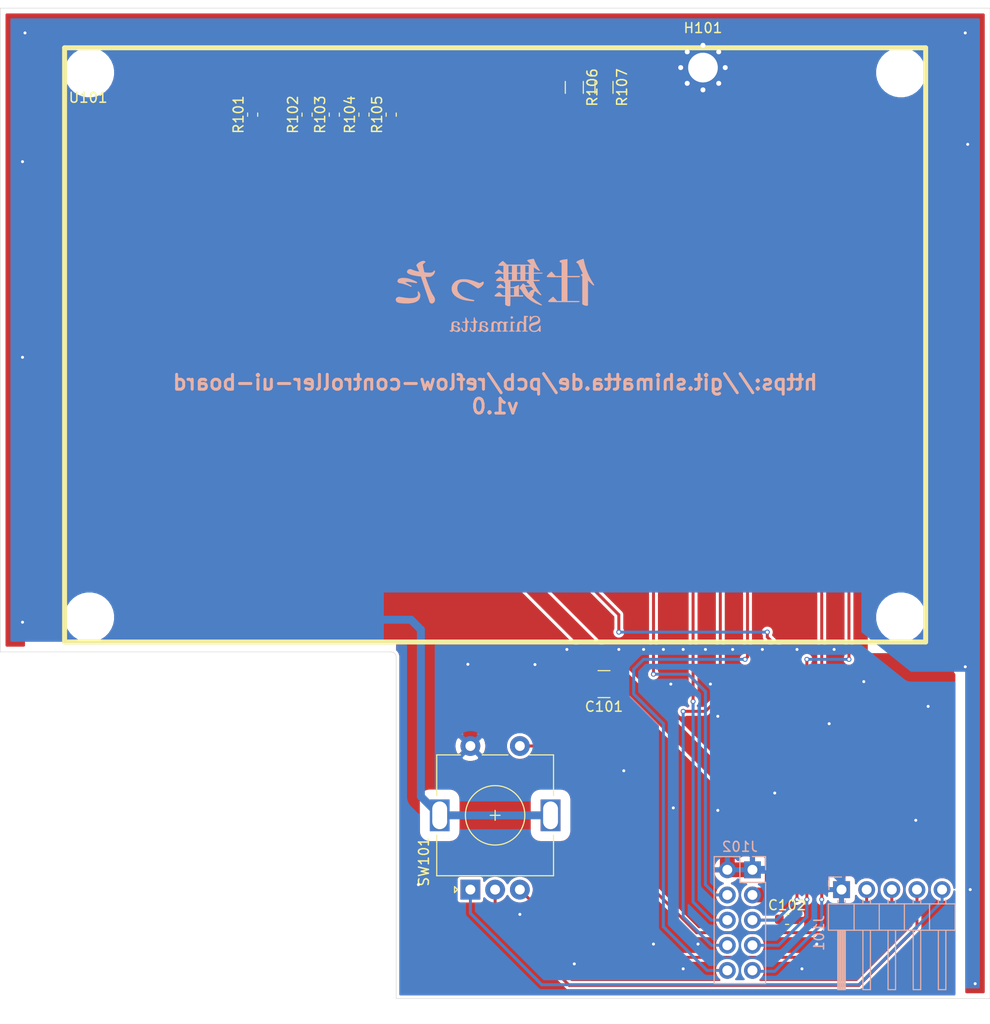
<source format=kicad_pcb>
(kicad_pcb (version 20171130) (host pcbnew 5.1.6)

  (general
    (thickness 1.6)
    (drawings 9)
    (tracks 195)
    (zones 0)
    (modules 16)
    (nets 21)
  )

  (page A4)
  (layers
    (0 F.Cu signal)
    (31 B.Cu signal)
    (32 B.Adhes user)
    (33 F.Adhes user)
    (34 B.Paste user)
    (35 F.Paste user)
    (36 B.SilkS user)
    (37 F.SilkS user)
    (38 B.Mask user)
    (39 F.Mask user)
    (40 Dwgs.User user)
    (41 Cmts.User user)
    (42 Eco1.User user)
    (43 Eco2.User user)
    (44 Edge.Cuts user)
    (45 Margin user)
    (46 B.CrtYd user)
    (47 F.CrtYd user)
    (48 B.Fab user hide)
    (49 F.Fab user hide)
  )

  (setup
    (last_trace_width 0.3)
    (user_trace_width 0.6)
    (user_trace_width 0.8)
    (user_trace_width 1.5)
    (trace_clearance 0.2)
    (zone_clearance 1)
    (zone_45_only no)
    (trace_min 0.2)
    (via_size 0.5)
    (via_drill 0.3)
    (via_min_size 0.4)
    (via_min_drill 0.3)
    (uvia_size 0.3)
    (uvia_drill 0.1)
    (uvias_allowed no)
    (uvia_min_size 0.2)
    (uvia_min_drill 0.1)
    (edge_width 0.05)
    (segment_width 0.2)
    (pcb_text_width 0.3)
    (pcb_text_size 1.5 1.5)
    (mod_edge_width 0.12)
    (mod_text_size 1 1)
    (mod_text_width 0.15)
    (pad_size 1.524 1.524)
    (pad_drill 0.762)
    (pad_to_mask_clearance 0.05)
    (aux_axis_origin 13 13)
    (grid_origin 13 13)
    (visible_elements FFFFFF7F)
    (pcbplotparams
      (layerselection 0x010f0_ffffffff)
      (usegerberextensions true)
      (usegerberattributes false)
      (usegerberadvancedattributes true)
      (creategerberjobfile true)
      (excludeedgelayer true)
      (linewidth 0.100000)
      (plotframeref false)
      (viasonmask false)
      (mode 1)
      (useauxorigin false)
      (hpglpennumber 1)
      (hpglpenspeed 20)
      (hpglpendiameter 15.000000)
      (psnegative false)
      (psa4output false)
      (plotreference true)
      (plotvalue true)
      (plotinvisibletext false)
      (padsonsilk false)
      (subtractmaskfromsilk false)
      (outputformat 1)
      (mirror false)
      (drillshape 0)
      (scaleselection 1)
      (outputdirectory "gerber/"))
  )

  (net 0 "")
  (net 1 GND)
  (net 2 +5V)
  (net 3 Earth)
  (net 4 "Net-(J101-Pad5)")
  (net 5 "Net-(J101-Pad4)")
  (net 6 "Net-(J101-Pad3)")
  (net 7 /SW)
  (net 8 /D1)
  (net 9 /D2)
  (net 10 /D0)
  (net 11 /D3)
  (net 12 /EN)
  (net 13 /LCD_VO)
  (net 14 /RS)
  (net 15 "Net-(R101-Pad2)")
  (net 16 "Net-(R102-Pad2)")
  (net 17 "Net-(R103-Pad2)")
  (net 18 "Net-(R104-Pad2)")
  (net 19 "Net-(R105-Pad2)")
  (net 20 "Net-(R106-Pad1)")

  (net_class Default "This is the default net class."
    (clearance 0.2)
    (trace_width 0.3)
    (via_dia 0.5)
    (via_drill 0.3)
    (uvia_dia 0.3)
    (uvia_drill 0.1)
    (add_net +5V)
    (add_net /D0)
    (add_net /D1)
    (add_net /D2)
    (add_net /D3)
    (add_net /EN)
    (add_net /LCD_VO)
    (add_net /RS)
    (add_net /SW)
    (add_net GND)
    (add_net "Net-(J101-Pad3)")
    (add_net "Net-(J101-Pad4)")
    (add_net "Net-(J101-Pad5)")
    (add_net "Net-(R101-Pad2)")
    (add_net "Net-(R102-Pad2)")
    (add_net "Net-(R103-Pad2)")
    (add_net "Net-(R104-Pad2)")
    (add_net "Net-(R105-Pad2)")
    (add_net "Net-(R106-Pad1)")
  )

  (net_class EARTH ""
    (clearance 1)
    (trace_width 0.3)
    (via_dia 0.5)
    (via_drill 0.3)
    (uvia_dia 0.3)
    (uvia_drill 0.1)
    (add_net Earth)
  )

  (module shimatta_artwork:shimatta_kanji_20mm_solder_mask (layer F.Cu) (tedit 0) (tstamp 5ECB0331)
    (at 89.25 37.5)
    (fp_text reference G*** (at 0 0) (layer F.SilkS) hide
      (effects (font (size 1.524 1.524) (thickness 0.3)))
    )
    (fp_text value LOGO (at 0.75 0) (layer F.SilkS) hide
      (effects (font (size 1.524 1.524) (thickness 0.3)))
    )
    (fp_poly (pts (xy 9.428791 -1.753801) (xy 9.567761 -1.731641) (xy 9.667206 -1.700045) (xy 9.761697 -1.645722)
      (xy 9.822989 -1.576357) (xy 9.855813 -1.486306) (xy 9.858368 -1.471966) (xy 9.862124 -1.413942)
      (xy 9.846144 -1.369373) (xy 9.819335 -1.333673) (xy 9.781378 -1.29583) (xy 9.735384 -1.267393)
      (xy 9.673178 -1.245282) (xy 9.586585 -1.22642) (xy 9.495693 -1.211812) (xy 9.397389 -1.192146)
      (xy 9.273374 -1.159472) (xy 9.133481 -1.117016) (xy 8.987545 -1.068002) (xy 8.845399 -1.015655)
      (xy 8.716878 -0.963201) (xy 8.66136 -0.938204) (xy 8.588402 -0.904309) (xy 8.53008 -0.87777)
      (xy 8.494468 -0.862231) (xy 8.487445 -0.859693) (xy 8.474447 -0.874529) (xy 8.460842 -0.897485)
      (xy 8.444687 -0.930782) (xy 8.440616 -0.943057) (xy 8.456761 -0.954676) (xy 8.501708 -0.982387)
      (xy 8.57022 -1.023082) (xy 8.657065 -1.073654) (xy 8.757007 -1.130996) (xy 8.763 -1.13441)
      (xy 8.863594 -1.192303) (xy 8.951369 -1.243987) (xy 9.021081 -1.286279) (xy 9.067485 -1.315993)
      (xy 9.085336 -1.329944) (xy 9.085385 -1.330186) (xy 9.067291 -1.336709) (xy 9.018671 -1.344245)
      (xy 8.948012 -1.351635) (xy 8.900733 -1.355366) (xy 8.814954 -1.359677) (xy 8.732203 -1.359467)
      (xy 8.645159 -1.353943) (xy 8.546496 -1.342311) (xy 8.428892 -1.323781) (xy 8.285022 -1.297558)
      (xy 8.181769 -1.277551) (xy 8.087012 -1.260086) (xy 8.005697 -1.247289) (xy 7.945677 -1.240239)
      (xy 7.914804 -1.240013) (xy 7.913115 -1.240669) (xy 7.898633 -1.267289) (xy 7.893539 -1.306485)
      (xy 7.896969 -1.33375) (xy 7.911797 -1.356509) (xy 7.94483 -1.38016) (xy 8.002873 -1.410101)
      (xy 8.054731 -1.434343) (xy 8.259047 -1.524345) (xy 8.450867 -1.601035) (xy 8.623126 -1.661725)
      (xy 8.754126 -1.700075) (xy 8.923632 -1.734862) (xy 9.098237 -1.755411) (xy 9.269453 -1.761724)
      (xy 9.428791 -1.753801)) (layer F.Mask) (width 0.01))
    (fp_poly (pts (xy 3.301209 -1.629772) (xy 3.455957 -1.617452) (xy 3.586106 -1.595662) (xy 3.620461 -1.586813)
      (xy 3.799648 -1.524806) (xy 3.949231 -1.448506) (xy 4.077466 -1.353305) (xy 4.132385 -1.301052)
      (xy 4.252335 -1.152355) (xy 4.336366 -0.989866) (xy 4.383796 -0.816683) (xy 4.393941 -0.635903)
      (xy 4.366121 -0.450625) (xy 4.339226 -0.361417) (xy 4.262261 -0.200227) (xy 4.150017 -0.051266)
      (xy 4.004678 0.084345) (xy 3.828431 0.205486) (xy 3.62346 0.311038) (xy 3.39195 0.399881)
      (xy 3.136087 0.470894) (xy 2.858055 0.522959) (xy 2.56004 0.554955) (xy 2.54977 0.555664)
      (xy 2.452095 0.562584) (xy 2.352045 0.570151) (xy 2.268301 0.576945) (xy 2.254251 0.578165)
      (xy 2.188341 0.583117) (xy 2.151245 0.581066) (xy 2.132887 0.568837) (xy 2.123191 0.543254)
      (xy 2.121415 0.536295) (xy 2.114131 0.495637) (xy 2.115569 0.476534) (xy 2.13681 0.470214)
      (xy 2.187543 0.459437) (xy 2.258697 0.446062) (xy 2.29725 0.439298) (xy 2.600453 0.375807)
      (xy 2.872729 0.294923) (xy 3.113188 0.197142) (xy 3.32094 0.082957) (xy 3.495097 -0.047136)
      (xy 3.634767 -0.192644) (xy 3.739062 -0.353072) (xy 3.745332 -0.365489) (xy 3.799796 -0.510355)
      (xy 3.824701 -0.659415) (xy 3.821806 -0.807143) (xy 3.792865 -0.948013) (xy 3.739637 -1.0765)
      (xy 3.663877 -1.187078) (xy 3.567342 -1.274223) (xy 3.451789 -1.332407) (xy 3.436387 -1.337282)
      (xy 3.329785 -1.358) (xy 3.20153 -1.366318) (xy 3.067026 -1.362231) (xy 2.941678 -1.345736)
      (xy 2.904282 -1.337402) (xy 2.791716 -1.300662) (xy 2.655402 -1.242376) (xy 2.501756 -1.165846)
      (xy 2.337192 -1.074371) (xy 2.168124 -0.971251) (xy 2.077079 -0.911797) (xy 1.982701 -0.849482)
      (xy 1.897066 -0.794483) (xy 1.826482 -0.750731) (xy 1.777255 -0.722158) (xy 1.758369 -0.713125)
      (xy 1.705349 -0.713823) (xy 1.63319 -0.738937) (xy 1.548908 -0.783847) (xy 1.459517 -0.843935)
      (xy 1.372034 -0.914582) (xy 1.293475 -0.991171) (xy 1.242341 -1.052831) (xy 1.177176 -1.155524)
      (xy 1.145756 -1.240689) (xy 1.147669 -1.309786) (xy 1.161677 -1.339812) (xy 1.188745 -1.371855)
      (xy 1.220071 -1.383574) (xy 1.263202 -1.374056) (xy 1.325686 -1.342389) (xy 1.372393 -1.314365)
      (xy 1.441864 -1.275343) (xy 1.503115 -1.252904) (xy 1.564969 -1.2473) (xy 1.636248 -1.25878)
      (xy 1.725773 -1.287594) (xy 1.825982 -1.32721) (xy 2.072117 -1.421167) (xy 2.322841 -1.502936)
      (xy 2.562838 -1.567664) (xy 2.638504 -1.584763) (xy 2.79051 -1.610116) (xy 2.958372 -1.626082)
      (xy 3.131976 -1.632641) (xy 3.301209 -1.629772)) (layer F.Mask) (width 0.01))
    (fp_poly (pts (xy -7.16573 -3.644015) (xy -7.030481 -3.628399) (xy -6.898306 -3.608454) (xy -6.778602 -3.585917)
      (xy -6.680766 -3.562522) (xy -6.623226 -3.543826) (xy -6.552282 -3.503627) (xy -6.518969 -3.457096)
      (xy -6.523039 -3.407494) (xy -6.564241 -3.35808) (xy -6.640956 -3.312726) (xy -6.72123 -3.276527)
      (xy -6.72123 -1.953846) (xy -6.101652 -1.953846) (xy -5.908326 -2.177929) (xy -5.839612 -2.256002)
      (xy -5.778657 -2.322318) (xy -5.730438 -2.371689) (xy -5.69993 -2.398925) (xy -5.692898 -2.402621)
      (xy -5.671923 -2.389825) (xy -5.628642 -2.354137) (xy -5.568405 -2.300274) (xy -5.496558 -2.232952)
      (xy -5.455081 -2.19292) (xy -5.35528 -2.092389) (xy -5.284164 -2.012661) (xy -5.239564 -1.950558)
      (xy -5.219311 -1.902903) (xy -5.221236 -1.866519) (xy -5.225852 -1.857265) (xy -5.248293 -1.85113)
      (xy -5.307629 -1.846089) (xy -5.404272 -1.842132) (xy -5.538636 -1.839247) (xy -5.711135 -1.837422)
      (xy -5.922182 -1.836647) (xy -5.979922 -1.836616) (xy -6.72123 -1.836616) (xy -6.72123 0.566615)
      (xy -6.259971 0.566615) (xy -6.067574 0.351692) (xy -5.999081 0.276106) (xy -5.939554 0.212155)
      (xy -5.893885 0.164964) (xy -5.866969 0.139654) (xy -5.862279 0.136769) (xy -5.839937 0.14918)
      (xy -5.795385 0.182731) (xy -5.73498 0.231894) (xy -5.665077 0.291144) (xy -5.592032 0.354955)
      (xy -5.522202 0.417801) (xy -5.461942 0.474155) (xy -5.417609 0.518492) (xy -5.400017 0.538674)
      (xy -5.367005 0.588512) (xy -5.35926 0.622387) (xy -5.366651 0.641654) (xy -5.372793 0.647595)
      (xy -5.384916 0.652791) (xy -5.405554 0.657303) (xy -5.437241 0.661191) (xy -5.48251 0.664515)
      (xy -5.543894 0.667336) (xy -5.623926 0.669713) (xy -5.725141 0.671708) (xy -5.85007 0.67338)
      (xy -6.001248 0.67479) (xy -6.181207 0.675998) (xy -6.392482 0.677065) (xy -6.637605 0.67805)
      (xy -6.919109 0.679015) (xy -6.938394 0.679077) (xy -7.220887 0.67997) (xy -7.466876 0.680669)
      (xy -7.678931 0.681118) (xy -7.859624 0.681261) (xy -8.011528 0.681044) (xy -8.137214 0.680411)
      (xy -8.239254 0.679306) (xy -8.32022 0.677674) (xy -8.382682 0.67546) (xy -8.429214 0.672608)
      (xy -8.462386 0.669064) (xy -8.484771 0.664771) (xy -8.49894 0.659674) (xy -8.507465 0.653718)
      (xy -8.512918 0.646848) (xy -8.513997 0.64515) (xy -8.533273 0.606511) (xy -8.538307 0.586419)
      (xy -8.518898 0.580182) (xy -8.461154 0.575092) (xy -8.365801 0.571172) (xy -8.233566 0.568445)
      (xy -8.065175 0.566936) (xy -7.922846 0.566615) (xy -7.307384 0.566615) (xy -7.307384 -1.836616)
      (xy -8.514275 -1.836616) (xy -8.54583 -1.884774) (xy -8.568455 -1.922492) (xy -8.577384 -1.94339)
      (xy -8.558611 -1.94591) (xy -8.505349 -1.948213) (xy -8.422187 -1.950221) (xy -8.313714 -1.951859)
      (xy -8.184518 -1.953052) (xy -8.039187 -1.953724) (xy -7.942384 -1.953846) (xy -7.307384 -1.953846)
      (xy -7.307384 -3.657659) (xy -7.16573 -3.644015)) (layer F.Mask) (width 0.01))
    (fp_poly (pts (xy 7.808064 -0.395873) (xy 7.820909 -0.35155) (xy 7.81349 -0.27581) (xy 7.803742 -0.231615)
      (xy 7.785801 -0.109096) (xy 7.79887 -0.006839) (xy 7.843916 0.079884) (xy 7.874635 0.11486)
      (xy 7.967303 0.181671) (xy 8.093926 0.23155) (xy 8.253218 0.264447) (xy 8.443892 0.280312)
      (xy 8.664663 0.279096) (xy 8.914245 0.260749) (xy 9.19135 0.225221) (xy 9.47304 0.176639)
      (xy 9.611859 0.155568) (xy 9.723564 0.15229) (xy 9.816229 0.167606) (xy 9.89793 0.202316)
      (xy 9.929424 0.22186) (xy 9.997696 0.283212) (xy 10.032198 0.356505) (xy 10.037036 0.450516)
      (xy 10.036934 0.451773) (xy 10.019551 0.537125) (xy 9.981122 0.60896) (xy 9.919239 0.66821)
      (xy 9.831497 0.71581) (xy 9.715488 0.752696) (xy 9.568805 0.779801) (xy 9.389042 0.79806)
      (xy 9.173792 0.808407) (xy 9.114693 0.809856) (xy 8.994114 0.811858) (xy 8.883467 0.812804)
      (xy 8.790078 0.812701) (xy 8.721276 0.811557) (xy 8.684846 0.809444) (xy 8.638883 0.803365)
      (xy 8.56704 0.794119) (xy 8.482217 0.783361) (xy 8.450385 0.779361) (xy 8.230894 0.738915)
      (xy 8.04091 0.676709) (xy 7.881353 0.593495) (xy 7.753145 0.490023) (xy 7.657211 0.367045)
      (xy 7.59447 0.225311) (xy 7.565847 0.065574) (xy 7.565408 0.058531) (xy 7.562448 -0.025892)
      (xy 7.566924 -0.087191) (xy 7.581292 -0.141001) (xy 7.605759 -0.198179) (xy 7.643881 -0.268184)
      (xy 7.687847 -0.332317) (xy 7.730734 -0.381887) (xy 7.765619 -0.408201) (xy 7.774706 -0.410308)
      (xy 7.808064 -0.395873)) (layer F.Mask) (width 0.01))
    (fp_poly (pts (xy 7.338145 -3.474443) (xy 7.446892 -3.440014) (xy 7.562991 -3.388053) (xy 7.677402 -3.323667)
      (xy 7.781082 -3.251965) (xy 7.864989 -3.178057) (xy 7.920082 -3.10705) (xy 7.921507 -3.104439)
      (xy 7.959244 -3.03404) (xy 7.81893 -2.730595) (xy 7.772867 -2.630313) (xy 7.733158 -2.542594)
      (xy 7.702487 -2.473468) (xy 7.683536 -2.428966) (xy 7.678616 -2.415191) (xy 7.695962 -2.405068)
      (xy 7.743645 -2.406271) (xy 7.815129 -2.417185) (xy 7.903879 -2.436192) (xy 8.00336 -2.461677)
      (xy 8.107037 -2.492023) (xy 8.208376 -2.525615) (xy 8.30084 -2.560835) (xy 8.344716 -2.579933)
      (xy 8.438434 -2.621079) (xy 8.508671 -2.645305) (xy 8.566225 -2.654449) (xy 8.621897 -2.650345)
      (xy 8.679355 -2.636833) (xy 8.767704 -2.597385) (xy 8.837863 -2.537316) (xy 8.884673 -2.464285)
      (xy 8.902974 -2.385949) (xy 8.892236 -2.320845) (xy 8.849581 -2.26) (xy 8.770149 -2.200807)
      (xy 8.656228 -2.144019) (xy 8.510109 -2.090391) (xy 8.334081 -2.040674) (xy 8.130434 -1.995624)
      (xy 7.901456 -1.955991) (xy 7.699682 -1.928463) (xy 7.496055 -1.903717) (xy 7.064105 -0.624589)
      (xy 6.991253 -0.40925) (xy 6.921584 -0.204081) (xy 6.856174 -0.012201) (xy 6.796095 0.163273)
      (xy 6.742424 0.319225) (xy 6.696235 0.452538) (xy 6.658603 0.560093) (xy 6.630602 0.638775)
      (xy 6.613307 0.685467) (xy 6.608432 0.696984) (xy 6.548196 0.768353) (xy 6.468858 0.809727)
      (xy 6.379028 0.81866) (xy 6.287319 0.792703) (xy 6.281659 0.789834) (xy 6.183737 0.719536)
      (xy 6.117645 0.627018) (xy 6.082975 0.511562) (xy 6.077082 0.429846) (xy 6.088269 0.329409)
      (xy 6.12395 0.222844) (xy 6.186639 0.104136) (xy 6.259078 -0.005238) (xy 6.317058 -0.092554)
      (xy 6.37418 -0.190956) (xy 6.432946 -0.305617) (xy 6.495859 -0.44171) (xy 6.565422 -0.604407)
      (xy 6.644137 -0.798883) (xy 6.649058 -0.811302) (xy 6.698576 -0.937705) (xy 6.750645 -1.072924)
      (xy 6.803388 -1.211851) (xy 6.854927 -1.349379) (xy 6.903383 -1.480396) (xy 6.94688 -1.599796)
      (xy 6.983539 -1.702469) (xy 7.011482 -1.783306) (xy 7.028831 -1.837198) (xy 7.033846 -1.858104)
      (xy 7.015345 -1.865235) (xy 6.963909 -1.870215) (xy 6.885638 -1.872683) (xy 6.792451 -1.87238)
      (xy 6.689343 -1.871214) (xy 6.615634 -1.872673) (xy 6.561671 -1.878103) (xy 6.517798 -1.888851)
      (xy 6.474359 -1.906264) (xy 6.44321 -1.921096) (xy 6.324196 -1.997966) (xy 6.220716 -2.100695)
      (xy 6.142416 -2.218832) (xy 6.1184 -2.273068) (xy 6.087796 -2.371327) (xy 6.076374 -2.446686)
      (xy 6.082596 -2.496419) (xy 6.104926 -2.5178) (xy 6.141826 -2.508101) (xy 6.19176 -2.464595)
      (xy 6.212598 -2.440172) (xy 6.281896 -2.36957) (xy 6.361104 -2.322749) (xy 6.458762 -2.296368)
      (xy 6.583409 -2.287084) (xy 6.604 -2.286959) (xy 6.716122 -2.289109) (xy 6.828914 -2.294912)
      (xy 6.935173 -2.303596) (xy 7.027694 -2.314386) (xy 7.099275 -2.326512) (xy 7.142712 -2.339199)
      (xy 7.151763 -2.345725) (xy 7.1613 -2.373411) (xy 7.176626 -2.431585) (xy 7.196021 -2.512388)
      (xy 7.217765 -2.607958) (xy 7.240139 -2.710436) (xy 7.261423 -2.81196) (xy 7.279899 -2.904671)
      (xy 7.293846 -2.980708) (xy 7.301117 -3.028483) (xy 7.305167 -3.07497) (xy 7.300115 -3.108973)
      (xy 7.280462 -3.141407) (xy 7.240706 -3.183187) (xy 7.206953 -3.215357) (xy 7.150084 -3.267171)
      (xy 7.09965 -3.309796) (xy 7.066126 -3.334399) (xy 7.06502 -3.335032) (xy 7.038815 -3.363839)
      (xy 7.044428 -3.397789) (xy 7.075931 -3.431923) (xy 7.127394 -3.461282) (xy 7.192887 -3.480906)
      (xy 7.245794 -3.486229) (xy 7.338145 -3.474443)) (layer F.Mask) (width 0.01))
    (fp_poly (pts (xy -8.900627 -3.686148) (xy -8.842414 -3.668288) (xy -8.764568 -3.642197) (xy -8.675465 -3.610881)
      (xy -8.583481 -3.577349) (xy -8.496994 -3.544605) (xy -8.42438 -3.515659) (xy -8.374017 -3.493516)
      (xy -8.369508 -3.491277) (xy -8.277195 -3.438216) (xy -8.22267 -3.390903) (xy -8.205385 -3.347504)
      (xy -8.224792 -3.306186) (xy -8.280344 -3.265118) (xy -8.298961 -3.255113) (xy -8.337113 -3.234353)
      (xy -8.366557 -3.21267) (xy -8.391987 -3.183218) (xy -8.418101 -3.139156) (xy -8.449593 -3.073639)
      (xy -8.491159 -2.979825) (xy -8.496937 -2.966591) (xy -8.548331 -2.852563) (xy -8.610388 -2.720528)
      (xy -8.675268 -2.586898) (xy -8.734797 -2.468728) (xy -8.867489 -2.21184) (xy -8.771283 -2.152035)
      (xy -8.705668 -2.103264) (xy -8.677637 -2.059887) (xy -8.68668 -2.018576) (xy -8.732288 -1.976008)
      (xy -8.743219 -1.96868) (xy -8.811362 -1.924539) (xy -8.811738 -0.517769) (xy -8.812113 0.889)
      (xy -8.875479 0.932013) (xy -8.977934 0.988548) (xy -9.088107 1.027523) (xy -9.195323 1.046531)
      (xy -9.288907 1.043165) (xy -9.32473 1.033329) (xy -9.378461 1.012743) (xy -9.378461 -1.510364)
      (xy -9.568961 -1.326369) (xy -9.685083 -1.216199) (xy -9.784302 -1.126131) (xy -9.86423 -1.058185)
      (xy -9.92248 -1.014379) (xy -9.956663 -0.99673) (xy -9.95935 -0.996462) (xy -9.988083 -1.009886)
      (xy -10.000622 -1.022071) (xy -10.00528 -1.043101) (xy -9.992716 -1.079674) (xy -9.960495 -1.137038)
      (xy -9.914008 -1.208794) (xy -9.717402 -1.5262) (xy -9.533424 -1.87007) (xy -9.367953 -2.228378)
      (xy -9.226866 -2.589099) (xy -9.196588 -2.676769) (xy -9.157165 -2.800379) (xy -9.115688 -2.941245)
      (xy -9.07447 -3.09045) (xy -9.035823 -3.239075) (xy -9.002058 -3.3782) (xy -8.975488 -3.498907)
      (xy -8.958423 -3.592278) (xy -8.957301 -3.599962) (xy -8.947157 -3.653955) (xy -8.93604 -3.687421)
      (xy -8.930828 -3.692769) (xy -8.900627 -3.686148)) (layer F.Mask) (width 0.01))
    (fp_poly (pts (xy -3.838788 -3.688729) (xy -3.763989 -3.677918) (xy -3.672419 -3.662305) (xy -3.574363 -3.643857)
      (xy -3.48011 -3.624543) (xy -3.399947 -3.60633) (xy -3.344161 -3.591186) (xy -3.331315 -3.58657)
      (xy -3.283233 -3.56018) (xy -3.253133 -3.532073) (xy -3.250693 -3.527326) (xy -3.253676 -3.486941)
      (xy -3.283652 -3.446101) (xy -3.321955 -3.42193) (xy -3.347355 -3.402506) (xy -3.390898 -3.360148)
      (xy -3.445625 -3.301872) (xy -3.484542 -3.258039) (xy -3.616047 -3.106616) (xy -1.188916 -3.106616)
      (xy -0.994443 -3.287346) (xy -0.921758 -3.354128) (xy -0.85857 -3.410747) (xy -0.810709 -3.452087)
      (xy -0.784001 -3.473031) (xy -0.781309 -3.474482) (xy -0.757945 -3.465597) (xy -0.712937 -3.435671)
      (xy -0.653194 -3.390341) (xy -0.585627 -3.335241) (xy -0.517146 -3.276008) (xy -0.454661 -3.218278)
      (xy -0.405081 -3.167687) (xy -0.404892 -3.167477) (xy -0.364427 -3.117627) (xy -0.338018 -3.075387)
      (xy -0.332154 -3.05723) (xy -0.345696 -3.029063) (xy -0.38818 -3.008895) (xy -0.462393 -2.996103)
      (xy -0.571123 -2.990066) (xy -0.636272 -2.989385) (xy -0.840154 -2.989385) (xy -0.840154 -2.637693)
      (xy -0.839955 -2.512617) (xy -0.838973 -2.421319) (xy -0.836633 -2.358498) (xy -0.832357 -2.318856)
      (xy -0.82557 -2.297091) (xy -0.815693 -2.287906) (xy -0.802152 -2.286001) (xy -0.801892 -2.286)
      (xy -0.773311 -2.298192) (xy -0.722344 -2.331537) (xy -0.655775 -2.381192) (xy -0.580392 -2.442311)
      (xy -0.566873 -2.453762) (xy -0.370116 -2.621524) (xy -0.20152 -2.487954) (xy -0.101103 -2.405863)
      (xy -0.030828 -2.341836) (xy 0.011944 -2.292668) (xy 0.029851 -2.255153) (xy 0.025534 -2.226085)
      (xy 0.020288 -2.218518) (xy 0.006592 -2.208305) (xy -0.018542 -2.20062) (xy -0.060041 -2.195127)
      (xy -0.122832 -2.19149) (xy -0.211843 -2.189373) (xy -0.332 -2.18844) (xy -0.422469 -2.188308)
      (xy -0.840154 -2.188308) (xy -0.840154 -1.593302) (xy -0.685062 -1.747483) (xy -0.529971 -1.901665)
      (xy -0.416892 -1.825179) (xy -0.334867 -1.765382) (xy -0.256268 -1.70045) (xy -0.186709 -1.635942)
      (xy -0.131801 -1.577421) (xy -0.097158 -1.530448) (xy -0.088391 -1.500584) (xy -0.088624 -1.499911)
      (xy -0.098691 -1.482757) (xy -0.117225 -1.469664) (xy -0.149019 -1.460093) (xy -0.198863 -1.453502)
      (xy -0.271551 -1.449351) (xy -0.371876 -1.4471) (xy -0.504628 -1.446209) (xy -0.565638 -1.446113)
      (xy -0.700559 -1.445507) (xy -0.800136 -1.443739) (xy -0.868095 -1.440561) (xy -0.908159 -1.435727)
      (xy -0.924051 -1.428988) (xy -0.922215 -1.4224) (xy -0.89994 -1.378095) (xy -0.914959 -1.330448)
      (xy -0.957384 -1.289539) (xy -1.016 -1.247801) (xy -1.016 -0.840154) (xy -0.954763 -0.840154)
      (xy -0.922588 -0.845115) (xy -0.885404 -0.862752) (xy -0.837186 -0.897197) (xy -0.771906 -0.952581)
      (xy -0.712938 -1.005923) (xy -0.532349 -1.171691) (xy -0.437136 -1.100731) (xy -0.362212 -1.041551)
      (xy -0.288135 -0.97735) (xy -0.223006 -0.915706) (xy -0.174925 -0.864198) (xy -0.154843 -0.836626)
      (xy -0.150378 -0.797665) (xy -0.167511 -0.773126) (xy -0.183248 -0.762647) (xy -0.210018 -0.754793)
      (xy -0.252898 -0.749212) (xy -0.316961 -0.745549) (xy -0.407281 -0.743451) (xy -0.528932 -0.742563)
      (xy -0.607088 -0.742462) (xy -1.016 -0.742462) (xy -1.016 0) (xy -0.777399 0)
      (xy -0.593867 -0.168471) (xy -0.410335 -0.336941) (xy -0.301582 -0.271047) (xy -0.201402 -0.206185)
      (xy -0.109722 -0.139119) (xy -0.033314 -0.075413) (xy 0.021051 -0.020627) (xy 0.044043 0.012866)
      (xy 0.055086 0.042142) (xy 0.056136 0.065393) (xy 0.043528 0.083305) (xy 0.013598 0.096568)
      (xy -0.037319 0.10587) (xy -0.11289 0.111899) (xy -0.216779 0.115343) (xy -0.352651 0.11689)
      (xy -0.511734 0.117231) (xy -1.016 0.117231) (xy -1.016 0.933208) (xy -1.087506 0.987749)
      (xy -1.185199 1.046446) (xy -1.289837 1.082616) (xy -1.390375 1.093543) (xy -1.465384 1.080594)
      (xy -1.489548 1.069612) (xy -1.508164 1.052924) (xy -1.52195 1.025778) (xy -1.531624 0.983425)
      (xy -1.537903 0.921114) (xy -1.541504 0.834094) (xy -1.543143 0.717615) (xy -1.543538 0.566926)
      (xy -1.543538 0.117231) (xy -2.789505 0.117231) (xy -2.82106 0.069072) (xy -2.843686 0.031355)
      (xy -2.852615 0.010456) (xy -2.834363 0.00634) (xy -2.784749 0.002986) (xy -2.711487 0.000754)
      (xy -2.627923 0) (xy -2.40323 0) (xy -2.40323 -0.742462) (xy -1.914769 -0.742462)
      (xy -1.914769 0) (xy -1.543538 0) (xy -1.543538 -0.742462) (xy -1.914769 -0.742462)
      (xy -2.40323 -0.742462) (xy -2.40323 -1.051715) (xy -2.139645 -0.945934) (xy -2.033634 -0.903981)
      (xy -1.954204 -0.874855) (xy -1.891918 -0.856232) (xy -1.837336 -0.845789) (xy -1.781019 -0.841205)
      (xy -1.713529 -0.840155) (xy -1.709799 -0.840154) (xy -1.543538 -0.840154) (xy -1.543538 -1.445846)
      (xy -3.269734 -1.445846) (xy -3.22478 -1.397994) (xy -3.193696 -1.350921) (xy -3.198734 -1.311521)
      (xy -3.241062 -1.276826) (xy -3.279299 -1.259217) (xy -3.347723 -1.215489) (xy -3.4213 -1.139132)
      (xy -3.495173 -1.035289) (xy -3.50324 -1.022193) (xy -3.50304 -1.010874) (xy -3.482699 -1.003292)
      (xy -3.43701 -0.998804) (xy -3.360771 -0.996771) (xy -3.294315 -0.996462) (xy -3.069766 -0.996462)
      (xy -2.950823 -1.106582) (xy -2.895677 -1.15606) (xy -2.852243 -1.192072) (xy -2.827588 -1.208869)
      (xy -2.824715 -1.209159) (xy -2.775384 -1.154537) (xy -2.715674 -1.084446) (xy -2.65204 -1.006947)
      (xy -2.590935 -0.9301) (xy -2.538814 -0.861967) (xy -2.50213 -0.810608) (xy -2.490487 -0.791713)
      (xy -2.452077 -0.719495) (xy -2.542253 -0.638171) (xy -2.598689 -0.57774) (xy -2.65799 -0.499338)
      (xy -2.704546 -0.424704) (xy -2.842318 -0.207282) (xy -3.014183 0.00561) (xy -3.215158 0.209415)
      (xy -3.44026 0.399573) (xy -3.684505 0.571526) (xy -3.942909 0.720716) (xy -3.974162 0.736637)
      (xy -4.088406 0.791489) (xy -4.208145 0.844587) (xy -4.327462 0.893763) (xy -4.440437 0.936849)
      (xy -4.541154 0.971675) (xy -4.623693 0.996074) (xy -4.682137 1.007877) (xy -4.709202 1.005963)
      (xy -4.726996 0.984631) (xy -4.71758 0.956615) (xy -4.678522 0.919173) (xy -4.607392 0.86956)
      (xy -4.56464 0.842757) (xy -4.403132 0.737602) (xy -4.233187 0.616258) (xy -4.067544 0.488347)
      (xy -3.91894 0.36349) (xy -3.863308 0.313004) (xy -3.787703 0.240715) (xy -3.739805 0.190202)
      (xy -3.71731 0.15821) (xy -3.717915 0.141484) (xy -3.738587 0.136769) (xy -3.78107 0.117287)
      (xy -3.820654 0.058853) (xy -3.857328 -0.038514) (xy -3.871525 -0.089701) (xy -3.906815 -0.207959)
      (xy -3.947742 -0.313481) (xy -3.990003 -0.395869) (xy -4.010335 -0.425196) (xy -4.029312 -0.433861)
      (xy -4.061027 -0.420594) (xy -4.112434 -0.382371) (xy -4.11651 -0.379044) (xy -4.166128 -0.339461)
      (xy -4.23756 -0.283857) (xy -4.321297 -0.219579) (xy -4.407831 -0.15397) (xy -4.408814 -0.15323)
      (xy -4.496386 -0.088548) (xy -4.558755 -0.045947) (xy -4.600856 -0.02263) (xy -4.627622 -0.015805)
      (xy -4.642198 -0.021044) (xy -4.665668 -0.047567) (xy -4.669692 -0.058518) (xy -4.658211 -0.07954)
      (xy -4.627685 -0.122519) (xy -4.583988 -0.179311) (xy -4.569226 -0.197779) (xy -4.448299 -0.358015)
      (xy -4.322846 -0.542513) (xy -4.294865 -0.58749) (xy -3.890508 -0.58749) (xy -3.8356 -0.575698)
      (xy -3.688792 -0.528463) (xy -3.57184 -0.456138) (xy -3.484484 -0.358533) (xy -3.448301 -0.292551)
      (xy -3.426045 -0.245503) (xy -3.410989 -0.217928) (xy -3.408245 -0.214923) (xy -3.396203 -0.230153)
      (xy -3.368988 -0.270413) (xy -3.33208 -0.327556) (xy -3.325327 -0.338219) (xy -3.293209 -0.392001)
      (xy -3.252585 -0.464244) (xy -3.207346 -0.547503) (xy -3.16138 -0.634332) (xy -3.118577 -0.717286)
      (xy -3.082827 -0.788919) (xy -3.058019 -0.841786) (xy -3.048042 -0.86844) (xy -3.048 -0.869107)
      (xy -3.066402 -0.872598) (xy -3.117068 -0.875439) (xy -3.193188 -0.877413) (xy -3.287952 -0.878303)
      (xy -3.336192 -0.878288) (xy -3.624384 -0.877345) (xy -3.757446 -0.732417) (xy -3.890508 -0.58749)
      (xy -4.294865 -0.58749) (xy -4.200895 -0.738532) (xy -4.090472 -0.933328) (xy -4.023013 -1.064846)
      (xy -3.97584 -1.163558) (xy -3.934287 -1.253751) (xy -3.901728 -1.327848) (xy -3.881541 -1.378276)
      (xy -3.877172 -1.392116) (xy -3.864379 -1.445846) (xy -4.158466 -1.445846) (xy -4.271732 -1.446123)
      (xy -4.352365 -1.447527) (xy -4.406807 -1.45092) (xy -4.4415 -1.457166) (xy -4.462888 -1.467125)
      (xy -4.477412 -1.481661) (xy -4.482969 -1.489271) (xy -4.505622 -1.526694) (xy -4.513384 -1.547886)
      (xy -4.494954 -1.553092) (xy -4.444093 -1.557529) (xy -4.367445 -1.560864) (xy -4.271653 -1.562764)
      (xy -4.210538 -1.563077) (xy -3.907692 -1.563077) (xy -3.907692 -2.187546) (xy -3.968842 -2.188308)
      (xy -3.399692 -2.188308) (xy -3.399692 -1.563077) (xy -3.048 -1.563077) (xy -3.048 -2.188308)
      (xy -2.559538 -2.188308) (xy -2.559538 -1.563077) (xy -2.207846 -1.563077) (xy -2.207846 -2.188308)
      (xy -1.699846 -2.188308) (xy -1.699846 -1.563077) (xy -1.348154 -1.563077) (xy -1.348154 -2.188308)
      (xy -1.699846 -2.188308) (xy -2.207846 -2.188308) (xy -2.559538 -2.188308) (xy -3.048 -2.188308)
      (xy -3.399692 -2.188308) (xy -3.968842 -2.188308) (xy -4.330287 -2.192812) (xy -4.469152 -2.194669)
      (xy -4.574135 -2.196694) (xy -4.650431 -2.199452) (xy -4.703234 -2.203508) (xy -4.737736 -2.209429)
      (xy -4.759132 -2.217781) (xy -4.772614 -2.229129) (xy -4.782055 -2.242039) (xy -4.811228 -2.286)
      (xy -3.907692 -2.286) (xy -3.907692 -2.836336) (xy -3.961423 -2.79507) (xy -4.064957 -2.719143)
      (xy -4.180423 -2.640194) (xy -4.292172 -2.568698) (xy -4.358004 -2.529707) (xy -4.419838 -2.496305)
      (xy -4.458074 -2.481376) (xy -4.482205 -2.482607) (xy -4.499373 -2.495286) (xy -4.510649 -2.512321)
      (xy -4.509243 -2.534879) (xy -4.492101 -2.569936) (xy -4.456172 -2.624472) (xy -4.421402 -2.673524)
      (xy -4.28025 -2.887249) (xy -4.222753 -2.989385) (xy -3.399692 -2.989385) (xy -3.399692 -2.286)
      (xy -3.048 -2.286) (xy -3.048 -2.989385) (xy -2.559538 -2.989385) (xy -2.559538 -2.286)
      (xy -2.207846 -2.286) (xy -2.207846 -2.989385) (xy -1.699846 -2.989385) (xy -1.699846 -2.286)
      (xy -1.348154 -2.286) (xy -1.348154 -2.989385) (xy -1.699846 -2.989385) (xy -2.207846 -2.989385)
      (xy -2.559538 -2.989385) (xy -3.048 -2.989385) (xy -3.399692 -2.989385) (xy -4.222753 -2.989385)
      (xy -4.152701 -3.113822) (xy -4.044642 -3.341792) (xy -3.961957 -3.559708) (xy -3.955336 -3.580423)
      (xy -3.929027 -3.650578) (xy -3.904108 -3.686149) (xy -3.886527 -3.692769) (xy -3.838788 -3.688729)) (layer F.Mask) (width 0.01))
    (fp_poly (pts (xy -1.604197 2.140316) (xy -1.583691 2.16207) (xy -1.554825 2.222457) (xy -1.564969 2.280657)
      (xy -1.606016 2.329961) (xy -1.663091 2.36061) (xy -1.720121 2.352623) (xy -1.769119 2.316196)
      (xy -1.807529 2.267479) (xy -1.812513 2.223649) (xy -1.784674 2.172211) (xy -1.776582 2.161635)
      (xy -1.722409 2.118489) (xy -1.66201 2.111389) (xy -1.604197 2.140316)) (layer F.Mask) (width 0.01))
    (fp_poly (pts (xy 0.160595 2.6382) (xy 0.251543 2.690716) (xy 0.305155 2.746376) (xy 0.361462 2.82013)
      (xy 0.367629 3.172955) (xy 0.370974 3.300648) (xy 0.375998 3.407347) (xy 0.382346 3.488043)
      (xy 0.389663 3.537727) (xy 0.394445 3.550659) (xy 0.426962 3.567806) (xy 0.477705 3.575506)
      (xy 0.481085 3.575538) (xy 0.527206 3.580264) (xy 0.545304 3.598525) (xy 0.547077 3.614615)
      (xy 0.545112 3.629818) (xy 0.535291 3.640467) (xy 0.511727 3.647369) (xy 0.468532 3.651332)
      (xy 0.399817 3.653165) (xy 0.299695 3.653676) (xy 0.262337 3.653692) (xy 0.15131 3.653332)
      (xy 0.073694 3.65179) (xy 0.023827 3.648375) (xy -0.003954 3.642395) (xy -0.015312 3.633159)
      (xy -0.01591 3.619977) (xy -0.015862 3.619724) (xy 0.006549 3.589103) (xy 0.029532 3.579886)
      (xy 0.081349 3.570807) (xy 0.113572 3.564328) (xy 0.158759 3.55464) (xy 0.152649 3.205149)
      (xy 0.150261 3.080141) (xy 0.147568 2.98807) (xy 0.14375 2.922802) (xy 0.137985 2.8782)
      (xy 0.129454 2.848129) (xy 0.117336 2.826454) (xy 0.10081 2.807038) (xy 0.099171 2.80529)
      (xy 0.036578 2.76357) (xy -0.03513 2.754361) (xy -0.107809 2.775113) (xy -0.173313 2.82328)
      (xy -0.2235 2.896312) (xy -0.228621 2.907851) (xy -0.242194 2.959545) (xy -0.253632 3.038622)
      (xy -0.26248 3.135114) (xy -0.268284 3.239052) (xy -0.270591 3.340469) (xy -0.268945 3.429395)
      (xy -0.262895 3.495863) (xy -0.256582 3.521807) (xy -0.234312 3.559407) (xy -0.198201 3.573968)
      (xy -0.16656 3.575538) (xy -0.119225 3.579843) (xy -0.100025 3.59668) (xy -0.097692 3.614615)
      (xy -0.099721 3.630078) (xy -0.109812 3.640817) (xy -0.13397 3.64769) (xy -0.178201 3.651554)
      (xy -0.248509 3.653267) (xy -0.350899 3.653687) (xy -0.37123 3.653692) (xy -0.479474 3.653402)
      (xy -0.554647 3.651961) (xy -0.602754 3.648509) (xy -0.629802 3.642191) (xy -0.641794 3.632147)
      (xy -0.644737 3.61752) (xy -0.644769 3.614615) (xy -0.637027 3.587576) (xy -0.60689 3.57675)
      (xy -0.577072 3.575538) (xy -0.518134 3.565276) (xy -0.489149 3.537746) (xy -0.480668 3.501652)
      (xy -0.474584 3.435556) (xy -0.470888 3.348461) (xy -0.46957 3.249366) (xy -0.470621 3.147275)
      (xy -0.474029 3.051188) (xy -0.479786 2.970106) (xy -0.487881 2.913031) (xy -0.489839 2.905077)
      (xy -0.526769 2.821499) (xy -0.581001 2.770807) (xy -0.645739 2.754923) (xy -0.735999 2.772852)
      (xy -0.809609 2.825537) (xy -0.857691 2.897328) (xy -0.874128 2.935653) (xy -0.885556 2.976451)
      (xy -0.892851 3.027644) (xy -0.896891 3.097155) (xy -0.898551 3.192908) (xy -0.898769 3.268719)
      (xy -0.898957 3.381092) (xy -0.897858 3.460528) (xy -0.89298 3.513147) (xy -0.881827 3.545071)
      (xy -0.861906 3.56242) (xy -0.830724 3.571314) (xy -0.785786 3.577876) (xy -0.771993 3.579886)
      (xy -0.737045 3.599604) (xy -0.726599 3.619724) (xy -0.727068 3.632977) (xy -0.738204 3.642272)
      (xy -0.765671 3.648299) (xy -0.815131 3.651751) (xy -0.892246 3.653318) (xy -1.002681 3.653692)
      (xy -1.004798 3.653692) (xy -1.115579 3.653422) (xy -1.193172 3.652075) (xy -1.243464 3.648841)
      (xy -1.272345 3.642913) (xy -1.285701 3.633483) (xy -1.289421 3.619742) (xy -1.289538 3.614615)
      (xy -1.281558 3.587305) (xy -1.250719 3.576588) (xy -1.223546 3.575538) (xy -1.171735 3.568031)
      (xy -1.136293 3.549836) (xy -1.135183 3.548583) (xy -1.126419 3.520919) (xy -1.120558 3.461291)
      (xy -1.117515 3.367712) (xy -1.117204 3.238197) (xy -1.118137 3.152929) (xy -1.123461 2.784231)
      (xy -1.2065 2.778222) (xy -1.259273 2.771553) (xy -1.283456 2.75743) (xy -1.289521 2.729362)
      (xy -1.289538 2.72677) (xy -1.283524 2.697315) (xy -1.26157 2.677357) (xy -1.217814 2.665198)
      (xy -1.146392 2.659141) (xy -1.050192 2.657497) (xy -0.898769 2.657231) (xy -0.898769 2.796998)
      (xy -0.84595 2.734227) (xy -0.763361 2.663556) (xy -0.667196 2.625176) (xy -0.56548 2.618811)
      (xy -0.466237 2.644187) (xy -0.377492 2.701029) (xy -0.331335 2.751852) (xy -0.288541 2.809733)
      (xy -0.232075 2.745421) (xy -0.144368 2.670997) (xy -0.044757 2.628328) (xy 0.059363 2.6174)
      (xy 0.160595 2.6382)) (layer F.Mask) (width 0.01))
    (fp_poly (pts (xy -1.582615 3.083342) (xy -1.58228 3.233448) (xy -1.580547 3.349095) (xy -1.576328 3.434903)
      (xy -1.568531 3.495488) (xy -1.556067 3.535469) (xy -1.537846 3.559462) (xy -1.512778 3.572087)
      (xy -1.479772 3.577961) (xy -1.465544 3.579329) (xy -1.411112 3.592934) (xy -1.390842 3.6195)
      (xy -1.391255 3.63262) (xy -1.401988 3.641894) (xy -1.428615 3.647979) (xy -1.476706 3.651534)
      (xy -1.551833 3.653217) (xy -1.659566 3.653686) (xy -1.680307 3.653692) (xy -1.793804 3.653357)
      (xy -1.873798 3.651914) (xy -1.92586 3.648705) (xy -1.955563 3.64307) (xy -1.968476 3.634354)
      (xy -1.970172 3.621896) (xy -1.969772 3.6195) (xy -1.94684 3.591502) (xy -1.89507 3.579329)
      (xy -1.854041 3.573348) (xy -1.823876 3.56009) (xy -1.802917 3.534231) (xy -1.789507 3.490442)
      (xy -1.781989 3.423396) (xy -1.778706 3.327767) (xy -1.778 3.203015) (xy -1.778767 3.0925)
      (xy -1.780883 2.991401) (xy -1.784064 2.908196) (xy -1.788029 2.851364) (xy -1.790211 2.835519)
      (xy -1.800191 2.798932) (xy -1.818621 2.780954) (xy -1.85709 2.775001) (xy -1.897673 2.774461)
      (xy -1.954825 2.772684) (xy -1.983001 2.764085) (xy -1.992252 2.743769) (xy -1.992923 2.728057)
      (xy -1.985342 2.69869) (xy -1.959152 2.6783) (xy -1.909184 2.665512) (xy -1.830268 2.658951)
      (xy -1.726711 2.657231) (xy -1.582615 2.657231) (xy -1.582615 3.083342)) (layer F.Mask) (width 0.01))
    (fp_poly (pts (xy -2.91123 2.430945) (xy -2.901461 2.796672) (xy -2.842846 2.734314) (xy -2.752705 2.662809)
      (xy -2.653214 2.624266) (xy -2.551077 2.617008) (xy -2.453001 2.63936) (xy -2.365692 2.689645)
      (xy -2.295854 2.76619) (xy -2.250195 2.867316) (xy -2.246092 2.883435) (xy -2.239748 2.930158)
      (xy -2.234338 3.006749) (xy -2.230311 3.104) (xy -2.228116 3.212704) (xy -2.22785 3.257666)
      (xy -2.227868 3.372491) (xy -2.22676 3.454252) (xy -2.222159 3.508944) (xy -2.211699 3.542561)
      (xy -2.193012 3.561095) (xy -2.163733 3.570542) (xy -2.121493 3.576895) (xy -2.100609 3.579886)
      (xy -2.06566 3.599604) (xy -2.055215 3.619724) (xy -2.055683 3.632977) (xy -2.066819 3.642272)
      (xy -2.094286 3.648299) (xy -2.143746 3.651751) (xy -2.220862 3.653318) (xy -2.331296 3.653692)
      (xy -2.333413 3.653692) (xy -2.444194 3.653422) (xy -2.521787 3.652075) (xy -2.57208 3.648841)
      (xy -2.60096 3.642913) (xy -2.614317 3.633483) (xy -2.618036 3.619742) (xy -2.618154 3.614615)
      (xy -2.609948 3.587056) (xy -2.578457 3.576447) (xy -2.553677 3.575538) (xy -2.5133 3.573452)
      (xy -2.48406 3.563589) (xy -2.464167 3.540546) (xy -2.451834 3.498918) (xy -2.445274 3.433301)
      (xy -2.4427 3.338291) (xy -2.442307 3.238849) (xy -2.444045 3.100024) (xy -2.45012 2.994317)
      (xy -2.461822 2.915887) (xy -2.480444 2.858894) (xy -2.507278 2.817497) (xy -2.542283 2.786784)
      (xy -2.613761 2.758645) (xy -2.692497 2.763385) (xy -2.769991 2.798125) (xy -2.837745 2.859986)
      (xy -2.862384 2.895227) (xy -2.87811 2.926302) (xy -2.889459 2.963869) (xy -2.897366 3.015172)
      (xy -2.902763 3.087453) (xy -2.906584 3.187955) (xy -2.90819 3.250861) (xy -2.910513 3.370015)
      (xy -2.90986 3.455655) (xy -2.904363 3.513325) (xy -2.892152 3.548574) (xy -2.871359 3.566947)
      (xy -2.840114 3.57399) (xy -2.798884 3.575239) (xy -2.753791 3.580646) (xy -2.736686 3.600511)
      (xy -2.735384 3.614615) (xy -2.737349 3.629818) (xy -2.74717 3.640467) (xy -2.770734 3.647369)
      (xy -2.81393 3.651332) (xy -2.882644 3.653165) (xy -2.982766 3.653676) (xy -3.020125 3.653692)
      (xy -3.131152 3.653332) (xy -3.208767 3.65179) (xy -3.258634 3.648375) (xy -3.286416 3.642395)
      (xy -3.297774 3.633159) (xy -3.298371 3.619977) (xy -3.298323 3.619724) (xy -3.275912 3.589103)
      (xy -3.252929 3.579886) (xy -3.200774 3.570769) (xy -3.169862 3.564573) (xy -3.125648 3.555128)
      (xy -3.130786 2.876603) (xy -3.135923 2.198077) (xy -3.22873 2.192122) (xy -3.2852 2.186309)
      (xy -3.312659 2.174677) (xy -3.321171 2.151626) (xy -3.321538 2.140481) (xy -3.318178 2.112275)
      (xy -3.303776 2.09318) (xy -3.271855 2.081173) (xy -3.215934 2.074236) (xy -3.129534 2.070346)
      (xy -3.093615 2.069396) (xy -2.921 2.065219) (xy -2.91123 2.430945)) (layer F.Mask) (width 0.01))
    (fp_poly (pts (xy 4.134035 2.624029) (xy 4.182149 2.635312) (xy 4.230186 2.656367) (xy 4.238703 2.660758)
      (xy 4.295999 2.692909) (xy 4.338535 2.725226) (xy 4.368629 2.76404) (xy 4.388598 2.815684)
      (xy 4.400759 2.886491) (xy 4.407429 2.982792) (xy 4.410925 3.11092) (xy 4.411305 3.13242)
      (xy 4.413773 3.268998) (xy 4.416709 3.371269) (xy 4.421345 3.443996) (xy 4.428912 3.491941)
      (xy 4.440642 3.519868) (xy 4.457766 3.532538) (xy 4.481517 3.534714) (xy 4.513124 3.531159)
      (xy 4.514366 3.530992) (xy 4.574801 3.528252) (xy 4.602733 3.542499) (xy 4.601888 3.576081)
      (xy 4.599004 3.584267) (xy 4.565512 3.623526) (xy 4.505057 3.654325) (xy 4.429621 3.671409)
      (xy 4.396191 3.673231) (xy 4.330445 3.665009) (xy 4.281674 3.635069) (xy 4.268221 3.621531)
      (xy 4.236391 3.582692) (xy 4.220665 3.554692) (xy 4.220308 3.552152) (xy 4.206786 3.551941)
      (xy 4.172559 3.571718) (xy 4.151963 3.586602) (xy 4.037525 3.652649) (xy 3.913524 3.687153)
      (xy 3.788526 3.689048) (xy 3.6711 3.657264) (xy 3.653241 3.648807) (xy 3.575561 3.590347)
      (xy 3.530853 3.512415) (xy 3.52127 3.419334) (xy 3.525138 3.391337) (xy 3.525834 3.389277)
      (xy 3.751385 3.389277) (xy 3.765893 3.476624) (xy 3.806381 3.537453) (xy 3.868297 3.569636)
      (xy 3.947088 3.571042) (xy 4.038201 3.539541) (xy 4.054231 3.530961) (xy 4.131154 3.469167)
      (xy 4.179087 3.385009) (xy 4.199659 3.275234) (xy 4.200739 3.238127) (xy 4.20077 3.125409)
      (xy 4.147039 3.137413) (xy 4.005283 3.173125) (xy 3.898886 3.210039) (xy 3.824142 3.250513)
      (xy 3.777351 3.296903) (xy 3.75481 3.351567) (xy 3.751385 3.389277) (xy 3.525834 3.389277)
      (xy 3.550482 3.316353) (xy 3.598369 3.251214) (xy 3.671884 3.194174) (xy 3.77411 3.143485)
      (xy 3.908131 3.0974) (xy 4.077031 3.054171) (xy 4.147039 3.038956) (xy 4.182239 3.02674)
      (xy 4.197497 3.001436) (xy 4.20077 2.951207) (xy 4.190307 2.855209) (xy 4.157338 2.787629)
      (xy 4.104887 2.746089) (xy 4.026609 2.722112) (xy 3.934077 2.717321) (xy 3.847506 2.732499)
      (xy 3.83837 2.735741) (xy 3.801509 2.756724) (xy 3.794777 2.787791) (xy 3.798021 2.804125)
      (xy 3.812669 2.863271) (xy 3.821682 2.899549) (xy 3.816621 2.950785) (xy 3.783408 2.996248)
      (xy 3.732546 3.024438) (xy 3.703957 3.028461) (xy 3.655872 3.011601) (xy 3.611064 2.969855)
      (xy 3.581322 2.916476) (xy 3.575612 2.884172) (xy 3.592791 2.818384) (xy 3.638481 2.750973)
      (xy 3.704233 2.693009) (xy 3.735965 2.674057) (xy 3.80207 2.647582) (xy 3.883198 2.631325)
      (xy 3.985846 2.623066) (xy 4.072911 2.620589) (xy 4.134035 2.624029)) (layer F.Mask) (width 0.01))
    (fp_poly (pts (xy 2.977889 2.220577) (xy 2.989051 2.233889) (xy 2.996212 2.264192) (xy 3.000678 2.318126)
      (xy 3.003756 2.402331) (xy 3.004679 2.437423) (xy 3.010203 2.657231) (xy 3.165871 2.657231)
      (xy 3.2432 2.657756) (xy 3.289442 2.661005) (xy 3.312586 2.669483) (xy 3.320621 2.685697)
      (xy 3.321539 2.706077) (xy 3.319873 2.730302) (xy 3.309561 2.744808) (xy 3.282629 2.752086)
      (xy 3.231105 2.754626) (xy 3.165231 2.754923) (xy 3.008923 2.754923) (xy 3.008923 3.116384)
      (xy 3.009198 3.244484) (xy 3.0104 3.339342) (xy 3.0131 3.40679) (xy 3.017865 3.452661)
      (xy 3.025266 3.482788) (xy 3.035872 3.503005) (xy 3.048 3.516923) (xy 3.10635 3.552186)
      (xy 3.168114 3.552519) (xy 3.223333 3.519711) (xy 3.251566 3.480363) (xy 3.27189 3.427198)
      (xy 3.288956 3.360597) (xy 3.291638 3.345961) (xy 3.303463 3.293252) (xy 3.320872 3.269071)
      (xy 3.351893 3.262946) (xy 3.355285 3.262923) (xy 3.38444 3.265205) (xy 3.397578 3.278679)
      (xy 3.398595 3.313283) (xy 3.393567 3.360604) (xy 3.365773 3.486881) (xy 3.315386 3.581707)
      (xy 3.241303 3.646267) (xy 3.142419 3.681748) (xy 3.088355 3.688628) (xy 3.01614 3.689982)
      (xy 2.964142 3.679081) (xy 2.914397 3.651992) (xy 2.911231 3.64986) (xy 2.874127 3.62076)
      (xy 2.845838 3.586644) (xy 2.825182 3.542043) (xy 2.810978 3.481493) (xy 2.802044 3.399525)
      (xy 2.797199 3.290672) (xy 2.79526 3.149469) (xy 2.795103 3.112623) (xy 2.794 2.75717)
      (xy 2.710962 2.751162) (xy 2.655959 2.743228) (xy 2.629795 2.72651) (xy 2.623153 2.706077)
      (xy 2.631409 2.674445) (xy 2.668702 2.64438) (xy 2.700291 2.627923) (xy 2.771841 2.584089)
      (xy 2.824234 2.526111) (xy 2.863446 2.445303) (xy 2.891324 2.350359) (xy 2.91104 2.278076)
      (xy 2.928744 2.236994) (xy 2.948357 2.219688) (xy 2.96142 2.217615) (xy 2.977889 2.220577)) (layer F.Mask) (width 0.01))
    (fp_poly (pts (xy 2.134779 2.216303) (xy 2.147307 2.228949) (xy 2.155214 2.256355) (xy 2.159977 2.305421)
      (xy 2.163072 2.383045) (xy 2.164525 2.437423) (xy 2.170049 2.657231) (xy 2.327076 2.657231)
      (xy 2.404733 2.6578) (xy 2.450924 2.660989) (xy 2.47326 2.669015) (xy 2.47935 2.684097)
      (xy 2.477859 2.701192) (xy 2.471647 2.723494) (xy 2.455225 2.737184) (xy 2.420203 2.744904)
      (xy 2.358189 2.749299) (xy 2.320193 2.75086) (xy 2.16877 2.756567) (xy 2.16877 3.112859)
      (xy 2.169342 3.245244) (xy 2.171343 3.344145) (xy 2.175197 3.415141) (xy 2.181328 3.46381)
      (xy 2.19016 3.495732) (xy 2.199185 3.512575) (xy 2.243766 3.548597) (xy 2.297876 3.553845)
      (xy 2.352703 3.532052) (xy 2.399437 3.486951) (xy 2.429266 3.422273) (xy 2.43109 3.414346)
      (xy 2.443721 3.353742) (xy 2.452449 3.311769) (xy 2.471087 3.273712) (xy 2.512304 3.262927)
      (xy 2.513582 3.262923) (xy 2.543027 3.264893) (xy 2.556494 3.277318) (xy 2.557615 3.309964)
      (xy 2.551165 3.363995) (xy 2.520761 3.487567) (xy 2.465044 3.582903) (xy 2.382053 3.653097)
      (xy 2.36024 3.665318) (xy 2.291732 3.686001) (xy 2.208022 3.691374) (xy 2.128819 3.681235)
      (xy 2.092499 3.668058) (xy 2.047491 3.634999) (xy 2.004847 3.589185) (xy 2.004576 3.588822)
      (xy 1.990478 3.567274) (xy 1.979874 3.541935) (xy 1.97215 3.506993) (xy 1.96669 3.456633)
      (xy 1.962881 3.385044) (xy 1.960108 3.286412) (xy 1.957757 3.154925) (xy 1.957592 3.144322)
      (xy 1.951569 2.754923) (xy 1.864785 2.754923) (xy 1.810898 2.752753) (xy 1.785539 2.74247)
      (xy 1.778236 2.718408) (xy 1.778 2.707988) (xy 1.78917 2.669501) (xy 1.828657 2.643689)
      (xy 1.84066 2.63921) (xy 1.916877 2.59926) (xy 1.975812 2.536169) (xy 2.020275 2.445345)
      (xy 2.053082 2.322197) (xy 2.060796 2.279902) (xy 2.072651 2.231189) (xy 2.090988 2.211978)
      (xy 2.116152 2.211517) (xy 2.134779 2.216303)) (layer F.Mask) (width 0.01))
    (fp_poly (pts (xy 1.281889 2.625235) (xy 1.35408 2.639007) (xy 1.418751 2.666585) (xy 1.481804 2.707759)
      (xy 1.490849 2.715425) (xy 1.553308 2.771207) (xy 1.563564 3.129411) (xy 1.567715 3.245141)
      (xy 1.572994 3.348271) (xy 1.57893 3.432072) (xy 1.585051 3.489815) (xy 1.59052 3.514271)
      (xy 1.621864 3.532029) (xy 1.682841 3.530784) (xy 1.732532 3.52706) (xy 1.754343 3.53598)
      (xy 1.758462 3.554831) (xy 1.740226 3.602654) (xy 1.689967 3.640684) (xy 1.614362 3.664558)
      (xy 1.584271 3.668656) (xy 1.521456 3.671511) (xy 1.480693 3.661986) (xy 1.445805 3.635793)
      (xy 1.440421 3.630505) (xy 1.405182 3.590236) (xy 1.384448 3.557311) (xy 1.383959 3.555952)
      (xy 1.369919 3.545603) (xy 1.338585 3.559455) (xy 1.298034 3.588839) (xy 1.237128 3.630119)
      (xy 1.174901 3.662931) (xy 1.154739 3.670815) (xy 1.067219 3.688301) (xy 0.969072 3.690589)
      (xy 0.877577 3.678236) (xy 0.82469 3.660184) (xy 0.744988 3.605701) (xy 0.69927 3.534893)
      (xy 0.683885 3.441954) (xy 0.683846 3.43619) (xy 0.686252 3.401029) (xy 0.911215 3.401029)
      (xy 0.915671 3.46142) (xy 0.938699 3.50419) (xy 0.96608 3.530724) (xy 1.014251 3.563687)
      (xy 1.064001 3.572515) (xy 1.100877 3.569299) (xy 1.16548 3.552873) (xy 1.221927 3.526276)
      (xy 1.228025 3.522031) (xy 1.291206 3.464621) (xy 1.331243 3.399056) (xy 1.354073 3.313462)
      (xy 1.361257 3.255587) (xy 1.367045 3.18541) (xy 1.366887 3.146315) (xy 1.359234 3.130556)
      (xy 1.342538 3.130386) (xy 1.336539 3.131936) (xy 1.296977 3.141887) (xy 1.235589 3.156274)
      (xy 1.191846 3.166146) (xy 1.073844 3.199818) (xy 0.990757 3.242205) (xy 0.938825 3.296458)
      (xy 0.914285 3.365723) (xy 0.911215 3.401029) (xy 0.686252 3.401029) (xy 0.688232 3.372117)
      (xy 0.706532 3.323776) (xy 0.746465 3.27193) (xy 0.752394 3.265315) (xy 0.812501 3.210537)
      (xy 0.889162 3.163405) (xy 0.987601 3.121827) (xy 1.113046 3.083712) (xy 1.270722 3.046968)
      (xy 1.326119 3.035696) (xy 1.352917 3.027456) (xy 1.364665 3.00962) (xy 1.364603 2.971489)
      (xy 1.35919 2.926418) (xy 1.348005 2.861639) (xy 1.334451 2.809178) (xy 1.327644 2.792185)
      (xy 1.289845 2.757473) (xy 1.22536 2.73215) (xy 1.146124 2.719638) (xy 1.080054 2.721162)
      (xy 1.001244 2.738478) (xy 0.956495 2.767989) (xy 0.947455 2.80826) (xy 0.955478 2.829513)
      (xy 0.975273 2.895593) (xy 0.966716 2.954334) (xy 0.936558 2.99953) (xy 0.891551 3.024976)
      (xy 0.838446 3.024465) (xy 0.783995 2.991793) (xy 0.781539 2.989384) (xy 0.746802 2.930557)
      (xy 0.744258 2.86267) (xy 0.770445 2.792651) (xy 0.821898 2.727426) (xy 0.895153 2.673923)
      (xy 0.951683 2.649098) (xy 1.050558 2.627276) (xy 1.167021 2.619162) (xy 1.281889 2.625235)) (layer F.Mask) (width 0.01))
    (fp_poly (pts (xy -3.948741 2.077681) (xy -3.842571 2.106575) (xy -3.745245 2.159437) (xy -3.73239 2.168381)
      (xy -3.676586 2.208118) (xy -3.634238 2.139597) (xy -3.599519 2.096334) (xy -3.564972 2.072617)
      (xy -3.556581 2.071077) (xy -3.536411 2.077165) (xy -3.521291 2.098637) (xy -3.51037 2.140308)
      (xy -3.502799 2.206991) (xy -3.49773 2.303499) (xy -3.494546 2.422769) (xy -3.492947 2.519225)
      (xy -3.493504 2.583451) (xy -3.497349 2.622281) (xy -3.505619 2.642547) (xy -3.519446 2.651084)
      (xy -3.532881 2.653716) (xy -3.573956 2.64517) (xy -3.587958 2.624409) (xy -3.646019 2.4834)
      (xy -3.713402 2.367277) (xy -3.781292 2.287532) (xy -3.873546 2.221697) (xy -3.97294 2.182951)
      (xy -4.073355 2.169839) (xy -4.168668 2.180907) (xy -4.252758 2.214702) (xy -4.319504 2.269769)
      (xy -4.362784 2.344655) (xy -4.376615 2.428933) (xy -4.365582 2.497361) (xy -4.33035 2.556287)
      (xy -4.267717 2.607919) (xy -4.174483 2.654462) (xy -4.047446 2.698125) (xy -3.945975 2.725816)
      (xy -3.85389 2.75024) (xy -3.76859 2.774776) (xy -3.701899 2.795929) (xy -3.674447 2.806076)
      (xy -3.567882 2.870419) (xy -3.488399 2.961286) (xy -3.438303 3.074985) (xy -3.419896 3.207823)
      (xy -3.41985 3.214077) (xy -3.436648 3.351761) (xy -3.486035 3.470533) (xy -3.565609 3.56705)
      (xy -3.67297 3.637969) (xy -3.743839 3.665108) (xy -3.837888 3.683707) (xy -3.947419 3.690817)
      (xy -4.056238 3.686459) (xy -4.148147 3.670652) (xy -4.167501 3.664588) (xy -4.232348 3.636065)
      (xy -4.30185 3.59786) (xy -4.318672 3.587181) (xy -4.39565 3.53624) (xy -4.439863 3.604494)
      (xy -4.48072 3.653504) (xy -4.524176 3.672151) (xy -4.537807 3.672989) (xy -4.591538 3.673231)
      (xy -4.591538 3.048) (xy -4.544595 3.048) (xy -4.518453 3.052519) (xy -4.498508 3.071374)
      (xy -4.479553 3.112508) (xy -4.457089 3.181544) (xy -4.400463 3.312708) (xy -4.318273 3.42679)
      (xy -4.217406 3.515052) (xy -4.173966 3.540862) (xy -4.086335 3.57143) (xy -3.983094 3.585212)
      (xy -3.878704 3.58206) (xy -3.787626 3.561828) (xy -3.751451 3.545174) (xy -3.670291 3.478418)
      (xy -3.61732 3.394384) (xy -3.595281 3.301169) (xy -3.606916 3.206866) (xy -3.623386 3.167162)
      (xy -3.647083 3.129684) (xy -3.679122 3.098577) (xy -3.725539 3.070884) (xy -3.792369 3.043648)
      (xy -3.885646 3.013911) (xy -4.003738 2.980792) (xy -4.141027 2.941904) (xy -4.24642 2.907553)
      (xy -4.326391 2.874894) (xy -4.387417 2.841084) (xy -4.435975 2.803278) (xy -4.458411 2.781135)
      (xy -4.517275 2.699588) (xy -4.546855 2.605673) (xy -4.552461 2.526341) (xy -4.536364 2.386709)
      (xy -4.489333 2.270099) (xy -4.413262 2.178332) (xy -4.310042 2.11323) (xy -4.181568 2.076613)
      (xy -4.077097 2.068906) (xy -3.948741 2.077681)) (layer F.Mask) (width 0.01))
  )

  (module shimatta_artwork:shimatta_kanji_20mm_silk (layer B.Cu) (tedit 0) (tstamp 5ECAFF3B)
    (at 63 42 180)
    (fp_text reference G*** (at 0 0) (layer B.SilkS) hide
      (effects (font (size 1.524 1.524) (thickness 0.3)) (justify mirror))
    )
    (fp_text value LOGO (at 0.75 0) (layer B.SilkS) hide
      (effects (font (size 1.524 1.524) (thickness 0.3)) (justify mirror))
    )
    (fp_poly (pts (xy 9.428791 1.753801) (xy 9.567761 1.731641) (xy 9.667206 1.700045) (xy 9.761697 1.645722)
      (xy 9.822989 1.576357) (xy 9.855813 1.486306) (xy 9.858368 1.471966) (xy 9.862124 1.413942)
      (xy 9.846144 1.369373) (xy 9.819335 1.333673) (xy 9.781378 1.29583) (xy 9.735384 1.267393)
      (xy 9.673178 1.245282) (xy 9.586585 1.22642) (xy 9.495693 1.211812) (xy 9.397389 1.192146)
      (xy 9.273374 1.159472) (xy 9.133481 1.117016) (xy 8.987545 1.068002) (xy 8.845399 1.015655)
      (xy 8.716878 0.963201) (xy 8.66136 0.938204) (xy 8.588402 0.904309) (xy 8.53008 0.87777)
      (xy 8.494468 0.862231) (xy 8.487445 0.859693) (xy 8.474447 0.874529) (xy 8.460842 0.897485)
      (xy 8.444687 0.930782) (xy 8.440616 0.943057) (xy 8.456761 0.954676) (xy 8.501708 0.982387)
      (xy 8.57022 1.023082) (xy 8.657065 1.073654) (xy 8.757007 1.130996) (xy 8.763 1.13441)
      (xy 8.863594 1.192303) (xy 8.951369 1.243987) (xy 9.021081 1.286279) (xy 9.067485 1.315993)
      (xy 9.085336 1.329944) (xy 9.085385 1.330186) (xy 9.067291 1.336709) (xy 9.018671 1.344245)
      (xy 8.948012 1.351635) (xy 8.900733 1.355366) (xy 8.814954 1.359677) (xy 8.732203 1.359467)
      (xy 8.645159 1.353943) (xy 8.546496 1.342311) (xy 8.428892 1.323781) (xy 8.285022 1.297558)
      (xy 8.181769 1.277551) (xy 8.087012 1.260086) (xy 8.005697 1.247289) (xy 7.945677 1.240239)
      (xy 7.914804 1.240013) (xy 7.913115 1.240669) (xy 7.898633 1.267289) (xy 7.893539 1.306485)
      (xy 7.896969 1.33375) (xy 7.911797 1.356509) (xy 7.94483 1.38016) (xy 8.002873 1.410101)
      (xy 8.054731 1.434343) (xy 8.259047 1.524345) (xy 8.450867 1.601035) (xy 8.623126 1.661725)
      (xy 8.754126 1.700075) (xy 8.923632 1.734862) (xy 9.098237 1.755411) (xy 9.269453 1.761724)
      (xy 9.428791 1.753801)) (layer B.SilkS) (width 0.01))
    (fp_poly (pts (xy 3.301209 1.629772) (xy 3.455957 1.617452) (xy 3.586106 1.595662) (xy 3.620461 1.586813)
      (xy 3.799648 1.524806) (xy 3.949231 1.448506) (xy 4.077466 1.353305) (xy 4.132385 1.301052)
      (xy 4.252335 1.152355) (xy 4.336366 0.989866) (xy 4.383796 0.816683) (xy 4.393941 0.635903)
      (xy 4.366121 0.450625) (xy 4.339226 0.361417) (xy 4.262261 0.200227) (xy 4.150017 0.051266)
      (xy 4.004678 -0.084345) (xy 3.828431 -0.205486) (xy 3.62346 -0.311038) (xy 3.39195 -0.399881)
      (xy 3.136087 -0.470894) (xy 2.858055 -0.522959) (xy 2.56004 -0.554955) (xy 2.54977 -0.555664)
      (xy 2.452095 -0.562584) (xy 2.352045 -0.570151) (xy 2.268301 -0.576945) (xy 2.254251 -0.578165)
      (xy 2.188341 -0.583117) (xy 2.151245 -0.581066) (xy 2.132887 -0.568837) (xy 2.123191 -0.543254)
      (xy 2.121415 -0.536295) (xy 2.114131 -0.495637) (xy 2.115569 -0.476534) (xy 2.13681 -0.470214)
      (xy 2.187543 -0.459437) (xy 2.258697 -0.446062) (xy 2.29725 -0.439298) (xy 2.600453 -0.375807)
      (xy 2.872729 -0.294923) (xy 3.113188 -0.197142) (xy 3.32094 -0.082957) (xy 3.495097 0.047136)
      (xy 3.634767 0.192644) (xy 3.739062 0.353072) (xy 3.745332 0.365489) (xy 3.799796 0.510355)
      (xy 3.824701 0.659415) (xy 3.821806 0.807143) (xy 3.792865 0.948013) (xy 3.739637 1.0765)
      (xy 3.663877 1.187078) (xy 3.567342 1.274223) (xy 3.451789 1.332407) (xy 3.436387 1.337282)
      (xy 3.329785 1.358) (xy 3.20153 1.366318) (xy 3.067026 1.362231) (xy 2.941678 1.345736)
      (xy 2.904282 1.337402) (xy 2.791716 1.300662) (xy 2.655402 1.242376) (xy 2.501756 1.165846)
      (xy 2.337192 1.074371) (xy 2.168124 0.971251) (xy 2.077079 0.911797) (xy 1.982701 0.849482)
      (xy 1.897066 0.794483) (xy 1.826482 0.750731) (xy 1.777255 0.722158) (xy 1.758369 0.713125)
      (xy 1.705349 0.713823) (xy 1.63319 0.738937) (xy 1.548908 0.783847) (xy 1.459517 0.843935)
      (xy 1.372034 0.914582) (xy 1.293475 0.991171) (xy 1.242341 1.052831) (xy 1.177176 1.155524)
      (xy 1.145756 1.240689) (xy 1.147669 1.309786) (xy 1.161677 1.339812) (xy 1.188745 1.371855)
      (xy 1.220071 1.383574) (xy 1.263202 1.374056) (xy 1.325686 1.342389) (xy 1.372393 1.314365)
      (xy 1.441864 1.275343) (xy 1.503115 1.252904) (xy 1.564969 1.2473) (xy 1.636248 1.25878)
      (xy 1.725773 1.287594) (xy 1.825982 1.32721) (xy 2.072117 1.421167) (xy 2.322841 1.502936)
      (xy 2.562838 1.567664) (xy 2.638504 1.584763) (xy 2.79051 1.610116) (xy 2.958372 1.626082)
      (xy 3.131976 1.632641) (xy 3.301209 1.629772)) (layer B.SilkS) (width 0.01))
    (fp_poly (pts (xy -7.16573 3.644015) (xy -7.030481 3.628399) (xy -6.898306 3.608454) (xy -6.778602 3.585917)
      (xy -6.680766 3.562522) (xy -6.623226 3.543826) (xy -6.552282 3.503627) (xy -6.518969 3.457096)
      (xy -6.523039 3.407494) (xy -6.564241 3.35808) (xy -6.640956 3.312726) (xy -6.72123 3.276527)
      (xy -6.72123 1.953846) (xy -6.101652 1.953846) (xy -5.908326 2.177929) (xy -5.839612 2.256002)
      (xy -5.778657 2.322318) (xy -5.730438 2.371689) (xy -5.69993 2.398925) (xy -5.692898 2.402621)
      (xy -5.671923 2.389825) (xy -5.628642 2.354137) (xy -5.568405 2.300274) (xy -5.496558 2.232952)
      (xy -5.455081 2.19292) (xy -5.35528 2.092389) (xy -5.284164 2.012661) (xy -5.239564 1.950558)
      (xy -5.219311 1.902903) (xy -5.221236 1.866519) (xy -5.225852 1.857265) (xy -5.248293 1.85113)
      (xy -5.307629 1.846089) (xy -5.404272 1.842132) (xy -5.538636 1.839247) (xy -5.711135 1.837422)
      (xy -5.922182 1.836647) (xy -5.979922 1.836616) (xy -6.72123 1.836616) (xy -6.72123 -0.566615)
      (xy -6.259971 -0.566615) (xy -6.067574 -0.351692) (xy -5.999081 -0.276106) (xy -5.939554 -0.212155)
      (xy -5.893885 -0.164964) (xy -5.866969 -0.139654) (xy -5.862279 -0.136769) (xy -5.839937 -0.14918)
      (xy -5.795385 -0.182731) (xy -5.73498 -0.231894) (xy -5.665077 -0.291144) (xy -5.592032 -0.354955)
      (xy -5.522202 -0.417801) (xy -5.461942 -0.474155) (xy -5.417609 -0.518492) (xy -5.400017 -0.538674)
      (xy -5.367005 -0.588512) (xy -5.35926 -0.622387) (xy -5.366651 -0.641654) (xy -5.372793 -0.647595)
      (xy -5.384916 -0.652791) (xy -5.405554 -0.657303) (xy -5.437241 -0.661191) (xy -5.48251 -0.664515)
      (xy -5.543894 -0.667336) (xy -5.623926 -0.669713) (xy -5.725141 -0.671708) (xy -5.85007 -0.67338)
      (xy -6.001248 -0.67479) (xy -6.181207 -0.675998) (xy -6.392482 -0.677065) (xy -6.637605 -0.67805)
      (xy -6.919109 -0.679015) (xy -6.938394 -0.679077) (xy -7.220887 -0.67997) (xy -7.466876 -0.680669)
      (xy -7.678931 -0.681118) (xy -7.859624 -0.681261) (xy -8.011528 -0.681044) (xy -8.137214 -0.680411)
      (xy -8.239254 -0.679306) (xy -8.32022 -0.677674) (xy -8.382682 -0.67546) (xy -8.429214 -0.672608)
      (xy -8.462386 -0.669064) (xy -8.484771 -0.664771) (xy -8.49894 -0.659674) (xy -8.507465 -0.653718)
      (xy -8.512918 -0.646848) (xy -8.513997 -0.64515) (xy -8.533273 -0.606511) (xy -8.538307 -0.586419)
      (xy -8.518898 -0.580182) (xy -8.461154 -0.575092) (xy -8.365801 -0.571172) (xy -8.233566 -0.568445)
      (xy -8.065175 -0.566936) (xy -7.922846 -0.566615) (xy -7.307384 -0.566615) (xy -7.307384 1.836616)
      (xy -8.514275 1.836616) (xy -8.54583 1.884774) (xy -8.568455 1.922492) (xy -8.577384 1.94339)
      (xy -8.558611 1.94591) (xy -8.505349 1.948213) (xy -8.422187 1.950221) (xy -8.313714 1.951859)
      (xy -8.184518 1.953052) (xy -8.039187 1.953724) (xy -7.942384 1.953846) (xy -7.307384 1.953846)
      (xy -7.307384 3.657659) (xy -7.16573 3.644015)) (layer B.SilkS) (width 0.01))
    (fp_poly (pts (xy 7.808064 0.395873) (xy 7.820909 0.35155) (xy 7.81349 0.27581) (xy 7.803742 0.231615)
      (xy 7.785801 0.109096) (xy 7.79887 0.006839) (xy 7.843916 -0.079884) (xy 7.874635 -0.11486)
      (xy 7.967303 -0.181671) (xy 8.093926 -0.23155) (xy 8.253218 -0.264447) (xy 8.443892 -0.280312)
      (xy 8.664663 -0.279096) (xy 8.914245 -0.260749) (xy 9.19135 -0.225221) (xy 9.47304 -0.176639)
      (xy 9.611859 -0.155568) (xy 9.723564 -0.15229) (xy 9.816229 -0.167606) (xy 9.89793 -0.202316)
      (xy 9.929424 -0.22186) (xy 9.997696 -0.283212) (xy 10.032198 -0.356505) (xy 10.037036 -0.450516)
      (xy 10.036934 -0.451773) (xy 10.019551 -0.537125) (xy 9.981122 -0.60896) (xy 9.919239 -0.66821)
      (xy 9.831497 -0.71581) (xy 9.715488 -0.752696) (xy 9.568805 -0.779801) (xy 9.389042 -0.79806)
      (xy 9.173792 -0.808407) (xy 9.114693 -0.809856) (xy 8.994114 -0.811858) (xy 8.883467 -0.812804)
      (xy 8.790078 -0.812701) (xy 8.721276 -0.811557) (xy 8.684846 -0.809444) (xy 8.638883 -0.803365)
      (xy 8.56704 -0.794119) (xy 8.482217 -0.783361) (xy 8.450385 -0.779361) (xy 8.230894 -0.738915)
      (xy 8.04091 -0.676709) (xy 7.881353 -0.593495) (xy 7.753145 -0.490023) (xy 7.657211 -0.367045)
      (xy 7.59447 -0.225311) (xy 7.565847 -0.065574) (xy 7.565408 -0.058531) (xy 7.562448 0.025892)
      (xy 7.566924 0.087191) (xy 7.581292 0.141001) (xy 7.605759 0.198179) (xy 7.643881 0.268184)
      (xy 7.687847 0.332317) (xy 7.730734 0.381887) (xy 7.765619 0.408201) (xy 7.774706 0.410308)
      (xy 7.808064 0.395873)) (layer B.SilkS) (width 0.01))
    (fp_poly (pts (xy 7.338145 3.474443) (xy 7.446892 3.440014) (xy 7.562991 3.388053) (xy 7.677402 3.323667)
      (xy 7.781082 3.251965) (xy 7.864989 3.178057) (xy 7.920082 3.10705) (xy 7.921507 3.104439)
      (xy 7.959244 3.03404) (xy 7.81893 2.730595) (xy 7.772867 2.630313) (xy 7.733158 2.542594)
      (xy 7.702487 2.473468) (xy 7.683536 2.428966) (xy 7.678616 2.415191) (xy 7.695962 2.405068)
      (xy 7.743645 2.406271) (xy 7.815129 2.417185) (xy 7.903879 2.436192) (xy 8.00336 2.461677)
      (xy 8.107037 2.492023) (xy 8.208376 2.525615) (xy 8.30084 2.560835) (xy 8.344716 2.579933)
      (xy 8.438434 2.621079) (xy 8.508671 2.645305) (xy 8.566225 2.654449) (xy 8.621897 2.650345)
      (xy 8.679355 2.636833) (xy 8.767704 2.597385) (xy 8.837863 2.537316) (xy 8.884673 2.464285)
      (xy 8.902974 2.385949) (xy 8.892236 2.320845) (xy 8.849581 2.26) (xy 8.770149 2.200807)
      (xy 8.656228 2.144019) (xy 8.510109 2.090391) (xy 8.334081 2.040674) (xy 8.130434 1.995624)
      (xy 7.901456 1.955991) (xy 7.699682 1.928463) (xy 7.496055 1.903717) (xy 7.064105 0.624589)
      (xy 6.991253 0.40925) (xy 6.921584 0.204081) (xy 6.856174 0.012201) (xy 6.796095 -0.163273)
      (xy 6.742424 -0.319225) (xy 6.696235 -0.452538) (xy 6.658603 -0.560093) (xy 6.630602 -0.638775)
      (xy 6.613307 -0.685467) (xy 6.608432 -0.696984) (xy 6.548196 -0.768353) (xy 6.468858 -0.809727)
      (xy 6.379028 -0.81866) (xy 6.287319 -0.792703) (xy 6.281659 -0.789834) (xy 6.183737 -0.719536)
      (xy 6.117645 -0.627018) (xy 6.082975 -0.511562) (xy 6.077082 -0.429846) (xy 6.088269 -0.329409)
      (xy 6.12395 -0.222844) (xy 6.186639 -0.104136) (xy 6.259078 0.005238) (xy 6.317058 0.092554)
      (xy 6.37418 0.190956) (xy 6.432946 0.305617) (xy 6.495859 0.44171) (xy 6.565422 0.604407)
      (xy 6.644137 0.798883) (xy 6.649058 0.811302) (xy 6.698576 0.937705) (xy 6.750645 1.072924)
      (xy 6.803388 1.211851) (xy 6.854927 1.349379) (xy 6.903383 1.480396) (xy 6.94688 1.599796)
      (xy 6.983539 1.702469) (xy 7.011482 1.783306) (xy 7.028831 1.837198) (xy 7.033846 1.858104)
      (xy 7.015345 1.865235) (xy 6.963909 1.870215) (xy 6.885638 1.872683) (xy 6.792451 1.87238)
      (xy 6.689343 1.871214) (xy 6.615634 1.872673) (xy 6.561671 1.878103) (xy 6.517798 1.888851)
      (xy 6.474359 1.906264) (xy 6.44321 1.921096) (xy 6.324196 1.997966) (xy 6.220716 2.100695)
      (xy 6.142416 2.218832) (xy 6.1184 2.273068) (xy 6.087796 2.371327) (xy 6.076374 2.446686)
      (xy 6.082596 2.496419) (xy 6.104926 2.5178) (xy 6.141826 2.508101) (xy 6.19176 2.464595)
      (xy 6.212598 2.440172) (xy 6.281896 2.36957) (xy 6.361104 2.322749) (xy 6.458762 2.296368)
      (xy 6.583409 2.287084) (xy 6.604 2.286959) (xy 6.716122 2.289109) (xy 6.828914 2.294912)
      (xy 6.935173 2.303596) (xy 7.027694 2.314386) (xy 7.099275 2.326512) (xy 7.142712 2.339199)
      (xy 7.151763 2.345725) (xy 7.1613 2.373411) (xy 7.176626 2.431585) (xy 7.196021 2.512388)
      (xy 7.217765 2.607958) (xy 7.240139 2.710436) (xy 7.261423 2.81196) (xy 7.279899 2.904671)
      (xy 7.293846 2.980708) (xy 7.301117 3.028483) (xy 7.305167 3.07497) (xy 7.300115 3.108973)
      (xy 7.280462 3.141407) (xy 7.240706 3.183187) (xy 7.206953 3.215357) (xy 7.150084 3.267171)
      (xy 7.09965 3.309796) (xy 7.066126 3.334399) (xy 7.06502 3.335032) (xy 7.038815 3.363839)
      (xy 7.044428 3.397789) (xy 7.075931 3.431923) (xy 7.127394 3.461282) (xy 7.192887 3.480906)
      (xy 7.245794 3.486229) (xy 7.338145 3.474443)) (layer B.SilkS) (width 0.01))
    (fp_poly (pts (xy -8.900627 3.686148) (xy -8.842414 3.668288) (xy -8.764568 3.642197) (xy -8.675465 3.610881)
      (xy -8.583481 3.577349) (xy -8.496994 3.544605) (xy -8.42438 3.515659) (xy -8.374017 3.493516)
      (xy -8.369508 3.491277) (xy -8.277195 3.438216) (xy -8.22267 3.390903) (xy -8.205385 3.347504)
      (xy -8.224792 3.306186) (xy -8.280344 3.265118) (xy -8.298961 3.255113) (xy -8.337113 3.234353)
      (xy -8.366557 3.21267) (xy -8.391987 3.183218) (xy -8.418101 3.139156) (xy -8.449593 3.073639)
      (xy -8.491159 2.979825) (xy -8.496937 2.966591) (xy -8.548331 2.852563) (xy -8.610388 2.720528)
      (xy -8.675268 2.586898) (xy -8.734797 2.468728) (xy -8.867489 2.21184) (xy -8.771283 2.152035)
      (xy -8.705668 2.103264) (xy -8.677637 2.059887) (xy -8.68668 2.018576) (xy -8.732288 1.976008)
      (xy -8.743219 1.96868) (xy -8.811362 1.924539) (xy -8.811738 0.517769) (xy -8.812113 -0.889)
      (xy -8.875479 -0.932013) (xy -8.977934 -0.988548) (xy -9.088107 -1.027523) (xy -9.195323 -1.046531)
      (xy -9.288907 -1.043165) (xy -9.32473 -1.033329) (xy -9.378461 -1.012743) (xy -9.378461 1.510364)
      (xy -9.568961 1.326369) (xy -9.685083 1.216199) (xy -9.784302 1.126131) (xy -9.86423 1.058185)
      (xy -9.92248 1.014379) (xy -9.956663 0.99673) (xy -9.95935 0.996462) (xy -9.988083 1.009886)
      (xy -10.000622 1.022071) (xy -10.00528 1.043101) (xy -9.992716 1.079674) (xy -9.960495 1.137038)
      (xy -9.914008 1.208794) (xy -9.717402 1.5262) (xy -9.533424 1.87007) (xy -9.367953 2.228378)
      (xy -9.226866 2.589099) (xy -9.196588 2.676769) (xy -9.157165 2.800379) (xy -9.115688 2.941245)
      (xy -9.07447 3.09045) (xy -9.035823 3.239075) (xy -9.002058 3.3782) (xy -8.975488 3.498907)
      (xy -8.958423 3.592278) (xy -8.957301 3.599962) (xy -8.947157 3.653955) (xy -8.93604 3.687421)
      (xy -8.930828 3.692769) (xy -8.900627 3.686148)) (layer B.SilkS) (width 0.01))
    (fp_poly (pts (xy -3.838788 3.688729) (xy -3.763989 3.677918) (xy -3.672419 3.662305) (xy -3.574363 3.643857)
      (xy -3.48011 3.624543) (xy -3.399947 3.60633) (xy -3.344161 3.591186) (xy -3.331315 3.58657)
      (xy -3.283233 3.56018) (xy -3.253133 3.532073) (xy -3.250693 3.527326) (xy -3.253676 3.486941)
      (xy -3.283652 3.446101) (xy -3.321955 3.42193) (xy -3.347355 3.402506) (xy -3.390898 3.360148)
      (xy -3.445625 3.301872) (xy -3.484542 3.258039) (xy -3.616047 3.106616) (xy -1.188916 3.106616)
      (xy -0.994443 3.287346) (xy -0.921758 3.354128) (xy -0.85857 3.410747) (xy -0.810709 3.452087)
      (xy -0.784001 3.473031) (xy -0.781309 3.474482) (xy -0.757945 3.465597) (xy -0.712937 3.435671)
      (xy -0.653194 3.390341) (xy -0.585627 3.335241) (xy -0.517146 3.276008) (xy -0.454661 3.218278)
      (xy -0.405081 3.167687) (xy -0.404892 3.167477) (xy -0.364427 3.117627) (xy -0.338018 3.075387)
      (xy -0.332154 3.05723) (xy -0.345696 3.029063) (xy -0.38818 3.008895) (xy -0.462393 2.996103)
      (xy -0.571123 2.990066) (xy -0.636272 2.989385) (xy -0.840154 2.989385) (xy -0.840154 2.637693)
      (xy -0.839955 2.512617) (xy -0.838973 2.421319) (xy -0.836633 2.358498) (xy -0.832357 2.318856)
      (xy -0.82557 2.297091) (xy -0.815693 2.287906) (xy -0.802152 2.286001) (xy -0.801892 2.286)
      (xy -0.773311 2.298192) (xy -0.722344 2.331537) (xy -0.655775 2.381192) (xy -0.580392 2.442311)
      (xy -0.566873 2.453762) (xy -0.370116 2.621524) (xy -0.20152 2.487954) (xy -0.101103 2.405863)
      (xy -0.030828 2.341836) (xy 0.011944 2.292668) (xy 0.029851 2.255153) (xy 0.025534 2.226085)
      (xy 0.020288 2.218518) (xy 0.006592 2.208305) (xy -0.018542 2.20062) (xy -0.060041 2.195127)
      (xy -0.122832 2.19149) (xy -0.211843 2.189373) (xy -0.332 2.18844) (xy -0.422469 2.188308)
      (xy -0.840154 2.188308) (xy -0.840154 1.593302) (xy -0.685062 1.747483) (xy -0.529971 1.901665)
      (xy -0.416892 1.825179) (xy -0.334867 1.765382) (xy -0.256268 1.70045) (xy -0.186709 1.635942)
      (xy -0.131801 1.577421) (xy -0.097158 1.530448) (xy -0.088391 1.500584) (xy -0.088624 1.499911)
      (xy -0.098691 1.482757) (xy -0.117225 1.469664) (xy -0.149019 1.460093) (xy -0.198863 1.453502)
      (xy -0.271551 1.449351) (xy -0.371876 1.4471) (xy -0.504628 1.446209) (xy -0.565638 1.446113)
      (xy -0.700559 1.445507) (xy -0.800136 1.443739) (xy -0.868095 1.440561) (xy -0.908159 1.435727)
      (xy -0.924051 1.428988) (xy -0.922215 1.4224) (xy -0.89994 1.378095) (xy -0.914959 1.330448)
      (xy -0.957384 1.289539) (xy -1.016 1.247801) (xy -1.016 0.840154) (xy -0.954763 0.840154)
      (xy -0.922588 0.845115) (xy -0.885404 0.862752) (xy -0.837186 0.897197) (xy -0.771906 0.952581)
      (xy -0.712938 1.005923) (xy -0.532349 1.171691) (xy -0.437136 1.100731) (xy -0.362212 1.041551)
      (xy -0.288135 0.97735) (xy -0.223006 0.915706) (xy -0.174925 0.864198) (xy -0.154843 0.836626)
      (xy -0.150378 0.797665) (xy -0.167511 0.773126) (xy -0.183248 0.762647) (xy -0.210018 0.754793)
      (xy -0.252898 0.749212) (xy -0.316961 0.745549) (xy -0.407281 0.743451) (xy -0.528932 0.742563)
      (xy -0.607088 0.742462) (xy -1.016 0.742462) (xy -1.016 0) (xy -0.777399 0)
      (xy -0.593867 0.168471) (xy -0.410335 0.336941) (xy -0.301582 0.271047) (xy -0.201402 0.206185)
      (xy -0.109722 0.139119) (xy -0.033314 0.075413) (xy 0.021051 0.020627) (xy 0.044043 -0.012866)
      (xy 0.055086 -0.042142) (xy 0.056136 -0.065393) (xy 0.043528 -0.083305) (xy 0.013598 -0.096568)
      (xy -0.037319 -0.10587) (xy -0.11289 -0.111899) (xy -0.216779 -0.115343) (xy -0.352651 -0.11689)
      (xy -0.511734 -0.117231) (xy -1.016 -0.117231) (xy -1.016 -0.933208) (xy -1.087506 -0.987749)
      (xy -1.185199 -1.046446) (xy -1.289837 -1.082616) (xy -1.390375 -1.093543) (xy -1.465384 -1.080594)
      (xy -1.489548 -1.069612) (xy -1.508164 -1.052924) (xy -1.52195 -1.025778) (xy -1.531624 -0.983425)
      (xy -1.537903 -0.921114) (xy -1.541504 -0.834094) (xy -1.543143 -0.717615) (xy -1.543538 -0.566926)
      (xy -1.543538 -0.117231) (xy -2.789505 -0.117231) (xy -2.82106 -0.069072) (xy -2.843686 -0.031355)
      (xy -2.852615 -0.010456) (xy -2.834363 -0.00634) (xy -2.784749 -0.002986) (xy -2.711487 -0.000754)
      (xy -2.627923 0) (xy -2.40323 0) (xy -2.40323 0.742462) (xy -1.914769 0.742462)
      (xy -1.914769 0) (xy -1.543538 0) (xy -1.543538 0.742462) (xy -1.914769 0.742462)
      (xy -2.40323 0.742462) (xy -2.40323 1.051715) (xy -2.139645 0.945934) (xy -2.033634 0.903981)
      (xy -1.954204 0.874855) (xy -1.891918 0.856232) (xy -1.837336 0.845789) (xy -1.781019 0.841205)
      (xy -1.713529 0.840155) (xy -1.709799 0.840154) (xy -1.543538 0.840154) (xy -1.543538 1.445846)
      (xy -3.269734 1.445846) (xy -3.22478 1.397994) (xy -3.193696 1.350921) (xy -3.198734 1.311521)
      (xy -3.241062 1.276826) (xy -3.279299 1.259217) (xy -3.347723 1.215489) (xy -3.4213 1.139132)
      (xy -3.495173 1.035289) (xy -3.50324 1.022193) (xy -3.50304 1.010874) (xy -3.482699 1.003292)
      (xy -3.43701 0.998804) (xy -3.360771 0.996771) (xy -3.294315 0.996462) (xy -3.069766 0.996462)
      (xy -2.950823 1.106582) (xy -2.895677 1.15606) (xy -2.852243 1.192072) (xy -2.827588 1.208869)
      (xy -2.824715 1.209159) (xy -2.775384 1.154537) (xy -2.715674 1.084446) (xy -2.65204 1.006947)
      (xy -2.590935 0.9301) (xy -2.538814 0.861967) (xy -2.50213 0.810608) (xy -2.490487 0.791713)
      (xy -2.452077 0.719495) (xy -2.542253 0.638171) (xy -2.598689 0.57774) (xy -2.65799 0.499338)
      (xy -2.704546 0.424704) (xy -2.842318 0.207282) (xy -3.014183 -0.00561) (xy -3.215158 -0.209415)
      (xy -3.44026 -0.399573) (xy -3.684505 -0.571526) (xy -3.942909 -0.720716) (xy -3.974162 -0.736637)
      (xy -4.088406 -0.791489) (xy -4.208145 -0.844587) (xy -4.327462 -0.893763) (xy -4.440437 -0.936849)
      (xy -4.541154 -0.971675) (xy -4.623693 -0.996074) (xy -4.682137 -1.007877) (xy -4.709202 -1.005963)
      (xy -4.726996 -0.984631) (xy -4.71758 -0.956615) (xy -4.678522 -0.919173) (xy -4.607392 -0.86956)
      (xy -4.56464 -0.842757) (xy -4.403132 -0.737602) (xy -4.233187 -0.616258) (xy -4.067544 -0.488347)
      (xy -3.91894 -0.36349) (xy -3.863308 -0.313004) (xy -3.787703 -0.240715) (xy -3.739805 -0.190202)
      (xy -3.71731 -0.15821) (xy -3.717915 -0.141484) (xy -3.738587 -0.136769) (xy -3.78107 -0.117287)
      (xy -3.820654 -0.058853) (xy -3.857328 0.038514) (xy -3.871525 0.089701) (xy -3.906815 0.207959)
      (xy -3.947742 0.313481) (xy -3.990003 0.395869) (xy -4.010335 0.425196) (xy -4.029312 0.433861)
      (xy -4.061027 0.420594) (xy -4.112434 0.382371) (xy -4.11651 0.379044) (xy -4.166128 0.339461)
      (xy -4.23756 0.283857) (xy -4.321297 0.219579) (xy -4.407831 0.15397) (xy -4.408814 0.15323)
      (xy -4.496386 0.088548) (xy -4.558755 0.045947) (xy -4.600856 0.02263) (xy -4.627622 0.015805)
      (xy -4.642198 0.021044) (xy -4.665668 0.047567) (xy -4.669692 0.058518) (xy -4.658211 0.07954)
      (xy -4.627685 0.122519) (xy -4.583988 0.179311) (xy -4.569226 0.197779) (xy -4.448299 0.358015)
      (xy -4.322846 0.542513) (xy -4.294865 0.58749) (xy -3.890508 0.58749) (xy -3.8356 0.575698)
      (xy -3.688792 0.528463) (xy -3.57184 0.456138) (xy -3.484484 0.358533) (xy -3.448301 0.292551)
      (xy -3.426045 0.245503) (xy -3.410989 0.217928) (xy -3.408245 0.214923) (xy -3.396203 0.230153)
      (xy -3.368988 0.270413) (xy -3.33208 0.327556) (xy -3.325327 0.338219) (xy -3.293209 0.392001)
      (xy -3.252585 0.464244) (xy -3.207346 0.547503) (xy -3.16138 0.634332) (xy -3.118577 0.717286)
      (xy -3.082827 0.788919) (xy -3.058019 0.841786) (xy -3.048042 0.86844) (xy -3.048 0.869107)
      (xy -3.066402 0.872598) (xy -3.117068 0.875439) (xy -3.193188 0.877413) (xy -3.287952 0.878303)
      (xy -3.336192 0.878288) (xy -3.624384 0.877345) (xy -3.757446 0.732417) (xy -3.890508 0.58749)
      (xy -4.294865 0.58749) (xy -4.200895 0.738532) (xy -4.090472 0.933328) (xy -4.023013 1.064846)
      (xy -3.97584 1.163558) (xy -3.934287 1.253751) (xy -3.901728 1.327848) (xy -3.881541 1.378276)
      (xy -3.877172 1.392116) (xy -3.864379 1.445846) (xy -4.158466 1.445846) (xy -4.271732 1.446123)
      (xy -4.352365 1.447527) (xy -4.406807 1.45092) (xy -4.4415 1.457166) (xy -4.462888 1.467125)
      (xy -4.477412 1.481661) (xy -4.482969 1.489271) (xy -4.505622 1.526694) (xy -4.513384 1.547886)
      (xy -4.494954 1.553092) (xy -4.444093 1.557529) (xy -4.367445 1.560864) (xy -4.271653 1.562764)
      (xy -4.210538 1.563077) (xy -3.907692 1.563077) (xy -3.907692 2.187546) (xy -3.968842 2.188308)
      (xy -3.399692 2.188308) (xy -3.399692 1.563077) (xy -3.048 1.563077) (xy -3.048 2.188308)
      (xy -2.559538 2.188308) (xy -2.559538 1.563077) (xy -2.207846 1.563077) (xy -2.207846 2.188308)
      (xy -1.699846 2.188308) (xy -1.699846 1.563077) (xy -1.348154 1.563077) (xy -1.348154 2.188308)
      (xy -1.699846 2.188308) (xy -2.207846 2.188308) (xy -2.559538 2.188308) (xy -3.048 2.188308)
      (xy -3.399692 2.188308) (xy -3.968842 2.188308) (xy -4.330287 2.192812) (xy -4.469152 2.194669)
      (xy -4.574135 2.196694) (xy -4.650431 2.199452) (xy -4.703234 2.203508) (xy -4.737736 2.209429)
      (xy -4.759132 2.217781) (xy -4.772614 2.229129) (xy -4.782055 2.242039) (xy -4.811228 2.286)
      (xy -3.907692 2.286) (xy -3.907692 2.836336) (xy -3.961423 2.79507) (xy -4.064957 2.719143)
      (xy -4.180423 2.640194) (xy -4.292172 2.568698) (xy -4.358004 2.529707) (xy -4.419838 2.496305)
      (xy -4.458074 2.481376) (xy -4.482205 2.482607) (xy -4.499373 2.495286) (xy -4.510649 2.512321)
      (xy -4.509243 2.534879) (xy -4.492101 2.569936) (xy -4.456172 2.624472) (xy -4.421402 2.673524)
      (xy -4.28025 2.887249) (xy -4.222753 2.989385) (xy -3.399692 2.989385) (xy -3.399692 2.286)
      (xy -3.048 2.286) (xy -3.048 2.989385) (xy -2.559538 2.989385) (xy -2.559538 2.286)
      (xy -2.207846 2.286) (xy -2.207846 2.989385) (xy -1.699846 2.989385) (xy -1.699846 2.286)
      (xy -1.348154 2.286) (xy -1.348154 2.989385) (xy -1.699846 2.989385) (xy -2.207846 2.989385)
      (xy -2.559538 2.989385) (xy -3.048 2.989385) (xy -3.399692 2.989385) (xy -4.222753 2.989385)
      (xy -4.152701 3.113822) (xy -4.044642 3.341792) (xy -3.961957 3.559708) (xy -3.955336 3.580423)
      (xy -3.929027 3.650578) (xy -3.904108 3.686149) (xy -3.886527 3.692769) (xy -3.838788 3.688729)) (layer B.SilkS) (width 0.01))
    (fp_poly (pts (xy -1.604197 -2.140316) (xy -1.583691 -2.16207) (xy -1.554825 -2.222457) (xy -1.564969 -2.280657)
      (xy -1.606016 -2.329961) (xy -1.663091 -2.36061) (xy -1.720121 -2.352623) (xy -1.769119 -2.316196)
      (xy -1.807529 -2.267479) (xy -1.812513 -2.223649) (xy -1.784674 -2.172211) (xy -1.776582 -2.161635)
      (xy -1.722409 -2.118489) (xy -1.66201 -2.111389) (xy -1.604197 -2.140316)) (layer B.SilkS) (width 0.01))
    (fp_poly (pts (xy 0.160595 -2.6382) (xy 0.251543 -2.690716) (xy 0.305155 -2.746376) (xy 0.361462 -2.82013)
      (xy 0.367629 -3.172955) (xy 0.370974 -3.300648) (xy 0.375998 -3.407347) (xy 0.382346 -3.488043)
      (xy 0.389663 -3.537727) (xy 0.394445 -3.550659) (xy 0.426962 -3.567806) (xy 0.477705 -3.575506)
      (xy 0.481085 -3.575538) (xy 0.527206 -3.580264) (xy 0.545304 -3.598525) (xy 0.547077 -3.614615)
      (xy 0.545112 -3.629818) (xy 0.535291 -3.640467) (xy 0.511727 -3.647369) (xy 0.468532 -3.651332)
      (xy 0.399817 -3.653165) (xy 0.299695 -3.653676) (xy 0.262337 -3.653692) (xy 0.15131 -3.653332)
      (xy 0.073694 -3.65179) (xy 0.023827 -3.648375) (xy -0.003954 -3.642395) (xy -0.015312 -3.633159)
      (xy -0.01591 -3.619977) (xy -0.015862 -3.619724) (xy 0.006549 -3.589103) (xy 0.029532 -3.579886)
      (xy 0.081349 -3.570807) (xy 0.113572 -3.564328) (xy 0.158759 -3.55464) (xy 0.152649 -3.205149)
      (xy 0.150261 -3.080141) (xy 0.147568 -2.98807) (xy 0.14375 -2.922802) (xy 0.137985 -2.8782)
      (xy 0.129454 -2.848129) (xy 0.117336 -2.826454) (xy 0.10081 -2.807038) (xy 0.099171 -2.80529)
      (xy 0.036578 -2.76357) (xy -0.03513 -2.754361) (xy -0.107809 -2.775113) (xy -0.173313 -2.82328)
      (xy -0.2235 -2.896312) (xy -0.228621 -2.907851) (xy -0.242194 -2.959545) (xy -0.253632 -3.038622)
      (xy -0.26248 -3.135114) (xy -0.268284 -3.239052) (xy -0.270591 -3.340469) (xy -0.268945 -3.429395)
      (xy -0.262895 -3.495863) (xy -0.256582 -3.521807) (xy -0.234312 -3.559407) (xy -0.198201 -3.573968)
      (xy -0.16656 -3.575538) (xy -0.119225 -3.579843) (xy -0.100025 -3.59668) (xy -0.097692 -3.614615)
      (xy -0.099721 -3.630078) (xy -0.109812 -3.640817) (xy -0.13397 -3.64769) (xy -0.178201 -3.651554)
      (xy -0.248509 -3.653267) (xy -0.350899 -3.653687) (xy -0.37123 -3.653692) (xy -0.479474 -3.653402)
      (xy -0.554647 -3.651961) (xy -0.602754 -3.648509) (xy -0.629802 -3.642191) (xy -0.641794 -3.632147)
      (xy -0.644737 -3.61752) (xy -0.644769 -3.614615) (xy -0.637027 -3.587576) (xy -0.60689 -3.57675)
      (xy -0.577072 -3.575538) (xy -0.518134 -3.565276) (xy -0.489149 -3.537746) (xy -0.480668 -3.501652)
      (xy -0.474584 -3.435556) (xy -0.470888 -3.348461) (xy -0.46957 -3.249366) (xy -0.470621 -3.147275)
      (xy -0.474029 -3.051188) (xy -0.479786 -2.970106) (xy -0.487881 -2.913031) (xy -0.489839 -2.905077)
      (xy -0.526769 -2.821499) (xy -0.581001 -2.770807) (xy -0.645739 -2.754923) (xy -0.735999 -2.772852)
      (xy -0.809609 -2.825537) (xy -0.857691 -2.897328) (xy -0.874128 -2.935653) (xy -0.885556 -2.976451)
      (xy -0.892851 -3.027644) (xy -0.896891 -3.097155) (xy -0.898551 -3.192908) (xy -0.898769 -3.268719)
      (xy -0.898957 -3.381092) (xy -0.897858 -3.460528) (xy -0.89298 -3.513147) (xy -0.881827 -3.545071)
      (xy -0.861906 -3.56242) (xy -0.830724 -3.571314) (xy -0.785786 -3.577876) (xy -0.771993 -3.579886)
      (xy -0.737045 -3.599604) (xy -0.726599 -3.619724) (xy -0.727068 -3.632977) (xy -0.738204 -3.642272)
      (xy -0.765671 -3.648299) (xy -0.815131 -3.651751) (xy -0.892246 -3.653318) (xy -1.002681 -3.653692)
      (xy -1.004798 -3.653692) (xy -1.115579 -3.653422) (xy -1.193172 -3.652075) (xy -1.243464 -3.648841)
      (xy -1.272345 -3.642913) (xy -1.285701 -3.633483) (xy -1.289421 -3.619742) (xy -1.289538 -3.614615)
      (xy -1.281558 -3.587305) (xy -1.250719 -3.576588) (xy -1.223546 -3.575538) (xy -1.171735 -3.568031)
      (xy -1.136293 -3.549836) (xy -1.135183 -3.548583) (xy -1.126419 -3.520919) (xy -1.120558 -3.461291)
      (xy -1.117515 -3.367712) (xy -1.117204 -3.238197) (xy -1.118137 -3.152929) (xy -1.123461 -2.784231)
      (xy -1.2065 -2.778222) (xy -1.259273 -2.771553) (xy -1.283456 -2.75743) (xy -1.289521 -2.729362)
      (xy -1.289538 -2.72677) (xy -1.283524 -2.697315) (xy -1.26157 -2.677357) (xy -1.217814 -2.665198)
      (xy -1.146392 -2.659141) (xy -1.050192 -2.657497) (xy -0.898769 -2.657231) (xy -0.898769 -2.796998)
      (xy -0.84595 -2.734227) (xy -0.763361 -2.663556) (xy -0.667196 -2.625176) (xy -0.56548 -2.618811)
      (xy -0.466237 -2.644187) (xy -0.377492 -2.701029) (xy -0.331335 -2.751852) (xy -0.288541 -2.809733)
      (xy -0.232075 -2.745421) (xy -0.144368 -2.670997) (xy -0.044757 -2.628328) (xy 0.059363 -2.6174)
      (xy 0.160595 -2.6382)) (layer B.SilkS) (width 0.01))
    (fp_poly (pts (xy -1.582615 -3.083342) (xy -1.58228 -3.233448) (xy -1.580547 -3.349095) (xy -1.576328 -3.434903)
      (xy -1.568531 -3.495488) (xy -1.556067 -3.535469) (xy -1.537846 -3.559462) (xy -1.512778 -3.572087)
      (xy -1.479772 -3.577961) (xy -1.465544 -3.579329) (xy -1.411112 -3.592934) (xy -1.390842 -3.6195)
      (xy -1.391255 -3.63262) (xy -1.401988 -3.641894) (xy -1.428615 -3.647979) (xy -1.476706 -3.651534)
      (xy -1.551833 -3.653217) (xy -1.659566 -3.653686) (xy -1.680307 -3.653692) (xy -1.793804 -3.653357)
      (xy -1.873798 -3.651914) (xy -1.92586 -3.648705) (xy -1.955563 -3.64307) (xy -1.968476 -3.634354)
      (xy -1.970172 -3.621896) (xy -1.969772 -3.6195) (xy -1.94684 -3.591502) (xy -1.89507 -3.579329)
      (xy -1.854041 -3.573348) (xy -1.823876 -3.56009) (xy -1.802917 -3.534231) (xy -1.789507 -3.490442)
      (xy -1.781989 -3.423396) (xy -1.778706 -3.327767) (xy -1.778 -3.203015) (xy -1.778767 -3.0925)
      (xy -1.780883 -2.991401) (xy -1.784064 -2.908196) (xy -1.788029 -2.851364) (xy -1.790211 -2.835519)
      (xy -1.800191 -2.798932) (xy -1.818621 -2.780954) (xy -1.85709 -2.775001) (xy -1.897673 -2.774461)
      (xy -1.954825 -2.772684) (xy -1.983001 -2.764085) (xy -1.992252 -2.743769) (xy -1.992923 -2.728057)
      (xy -1.985342 -2.69869) (xy -1.959152 -2.6783) (xy -1.909184 -2.665512) (xy -1.830268 -2.658951)
      (xy -1.726711 -2.657231) (xy -1.582615 -2.657231) (xy -1.582615 -3.083342)) (layer B.SilkS) (width 0.01))
    (fp_poly (pts (xy -2.91123 -2.430945) (xy -2.901461 -2.796672) (xy -2.842846 -2.734314) (xy -2.752705 -2.662809)
      (xy -2.653214 -2.624266) (xy -2.551077 -2.617008) (xy -2.453001 -2.63936) (xy -2.365692 -2.689645)
      (xy -2.295854 -2.76619) (xy -2.250195 -2.867316) (xy -2.246092 -2.883435) (xy -2.239748 -2.930158)
      (xy -2.234338 -3.006749) (xy -2.230311 -3.104) (xy -2.228116 -3.212704) (xy -2.22785 -3.257666)
      (xy -2.227868 -3.372491) (xy -2.22676 -3.454252) (xy -2.222159 -3.508944) (xy -2.211699 -3.542561)
      (xy -2.193012 -3.561095) (xy -2.163733 -3.570542) (xy -2.121493 -3.576895) (xy -2.100609 -3.579886)
      (xy -2.06566 -3.599604) (xy -2.055215 -3.619724) (xy -2.055683 -3.632977) (xy -2.066819 -3.642272)
      (xy -2.094286 -3.648299) (xy -2.143746 -3.651751) (xy -2.220862 -3.653318) (xy -2.331296 -3.653692)
      (xy -2.333413 -3.653692) (xy -2.444194 -3.653422) (xy -2.521787 -3.652075) (xy -2.57208 -3.648841)
      (xy -2.60096 -3.642913) (xy -2.614317 -3.633483) (xy -2.618036 -3.619742) (xy -2.618154 -3.614615)
      (xy -2.609948 -3.587056) (xy -2.578457 -3.576447) (xy -2.553677 -3.575538) (xy -2.5133 -3.573452)
      (xy -2.48406 -3.563589) (xy -2.464167 -3.540546) (xy -2.451834 -3.498918) (xy -2.445274 -3.433301)
      (xy -2.4427 -3.338291) (xy -2.442307 -3.238849) (xy -2.444045 -3.100024) (xy -2.45012 -2.994317)
      (xy -2.461822 -2.915887) (xy -2.480444 -2.858894) (xy -2.507278 -2.817497) (xy -2.542283 -2.786784)
      (xy -2.613761 -2.758645) (xy -2.692497 -2.763385) (xy -2.769991 -2.798125) (xy -2.837745 -2.859986)
      (xy -2.862384 -2.895227) (xy -2.87811 -2.926302) (xy -2.889459 -2.963869) (xy -2.897366 -3.015172)
      (xy -2.902763 -3.087453) (xy -2.906584 -3.187955) (xy -2.90819 -3.250861) (xy -2.910513 -3.370015)
      (xy -2.90986 -3.455655) (xy -2.904363 -3.513325) (xy -2.892152 -3.548574) (xy -2.871359 -3.566947)
      (xy -2.840114 -3.57399) (xy -2.798884 -3.575239) (xy -2.753791 -3.580646) (xy -2.736686 -3.600511)
      (xy -2.735384 -3.614615) (xy -2.737349 -3.629818) (xy -2.74717 -3.640467) (xy -2.770734 -3.647369)
      (xy -2.81393 -3.651332) (xy -2.882644 -3.653165) (xy -2.982766 -3.653676) (xy -3.020125 -3.653692)
      (xy -3.131152 -3.653332) (xy -3.208767 -3.65179) (xy -3.258634 -3.648375) (xy -3.286416 -3.642395)
      (xy -3.297774 -3.633159) (xy -3.298371 -3.619977) (xy -3.298323 -3.619724) (xy -3.275912 -3.589103)
      (xy -3.252929 -3.579886) (xy -3.200774 -3.570769) (xy -3.169862 -3.564573) (xy -3.125648 -3.555128)
      (xy -3.130786 -2.876603) (xy -3.135923 -2.198077) (xy -3.22873 -2.192122) (xy -3.2852 -2.186309)
      (xy -3.312659 -2.174677) (xy -3.321171 -2.151626) (xy -3.321538 -2.140481) (xy -3.318178 -2.112275)
      (xy -3.303776 -2.09318) (xy -3.271855 -2.081173) (xy -3.215934 -2.074236) (xy -3.129534 -2.070346)
      (xy -3.093615 -2.069396) (xy -2.921 -2.065219) (xy -2.91123 -2.430945)) (layer B.SilkS) (width 0.01))
    (fp_poly (pts (xy 4.134035 -2.624029) (xy 4.182149 -2.635312) (xy 4.230186 -2.656367) (xy 4.238703 -2.660758)
      (xy 4.295999 -2.692909) (xy 4.338535 -2.725226) (xy 4.368629 -2.76404) (xy 4.388598 -2.815684)
      (xy 4.400759 -2.886491) (xy 4.407429 -2.982792) (xy 4.410925 -3.11092) (xy 4.411305 -3.13242)
      (xy 4.413773 -3.268998) (xy 4.416709 -3.371269) (xy 4.421345 -3.443996) (xy 4.428912 -3.491941)
      (xy 4.440642 -3.519868) (xy 4.457766 -3.532538) (xy 4.481517 -3.534714) (xy 4.513124 -3.531159)
      (xy 4.514366 -3.530992) (xy 4.574801 -3.528252) (xy 4.602733 -3.542499) (xy 4.601888 -3.576081)
      (xy 4.599004 -3.584267) (xy 4.565512 -3.623526) (xy 4.505057 -3.654325) (xy 4.429621 -3.671409)
      (xy 4.396191 -3.673231) (xy 4.330445 -3.665009) (xy 4.281674 -3.635069) (xy 4.268221 -3.621531)
      (xy 4.236391 -3.582692) (xy 4.220665 -3.554692) (xy 4.220308 -3.552152) (xy 4.206786 -3.551941)
      (xy 4.172559 -3.571718) (xy 4.151963 -3.586602) (xy 4.037525 -3.652649) (xy 3.913524 -3.687153)
      (xy 3.788526 -3.689048) (xy 3.6711 -3.657264) (xy 3.653241 -3.648807) (xy 3.575561 -3.590347)
      (xy 3.530853 -3.512415) (xy 3.52127 -3.419334) (xy 3.525138 -3.391337) (xy 3.525834 -3.389277)
      (xy 3.751385 -3.389277) (xy 3.765893 -3.476624) (xy 3.806381 -3.537453) (xy 3.868297 -3.569636)
      (xy 3.947088 -3.571042) (xy 4.038201 -3.539541) (xy 4.054231 -3.530961) (xy 4.131154 -3.469167)
      (xy 4.179087 -3.385009) (xy 4.199659 -3.275234) (xy 4.200739 -3.238127) (xy 4.20077 -3.125409)
      (xy 4.147039 -3.137413) (xy 4.005283 -3.173125) (xy 3.898886 -3.210039) (xy 3.824142 -3.250513)
      (xy 3.777351 -3.296903) (xy 3.75481 -3.351567) (xy 3.751385 -3.389277) (xy 3.525834 -3.389277)
      (xy 3.550482 -3.316353) (xy 3.598369 -3.251214) (xy 3.671884 -3.194174) (xy 3.77411 -3.143485)
      (xy 3.908131 -3.0974) (xy 4.077031 -3.054171) (xy 4.147039 -3.038956) (xy 4.182239 -3.02674)
      (xy 4.197497 -3.001436) (xy 4.20077 -2.951207) (xy 4.190307 -2.855209) (xy 4.157338 -2.787629)
      (xy 4.104887 -2.746089) (xy 4.026609 -2.722112) (xy 3.934077 -2.717321) (xy 3.847506 -2.732499)
      (xy 3.83837 -2.735741) (xy 3.801509 -2.756724) (xy 3.794777 -2.787791) (xy 3.798021 -2.804125)
      (xy 3.812669 -2.863271) (xy 3.821682 -2.899549) (xy 3.816621 -2.950785) (xy 3.783408 -2.996248)
      (xy 3.732546 -3.024438) (xy 3.703957 -3.028461) (xy 3.655872 -3.011601) (xy 3.611064 -2.969855)
      (xy 3.581322 -2.916476) (xy 3.575612 -2.884172) (xy 3.592791 -2.818384) (xy 3.638481 -2.750973)
      (xy 3.704233 -2.693009) (xy 3.735965 -2.674057) (xy 3.80207 -2.647582) (xy 3.883198 -2.631325)
      (xy 3.985846 -2.623066) (xy 4.072911 -2.620589) (xy 4.134035 -2.624029)) (layer B.SilkS) (width 0.01))
    (fp_poly (pts (xy 2.977889 -2.220577) (xy 2.989051 -2.233889) (xy 2.996212 -2.264192) (xy 3.000678 -2.318126)
      (xy 3.003756 -2.402331) (xy 3.004679 -2.437423) (xy 3.010203 -2.657231) (xy 3.165871 -2.657231)
      (xy 3.2432 -2.657756) (xy 3.289442 -2.661005) (xy 3.312586 -2.669483) (xy 3.320621 -2.685697)
      (xy 3.321539 -2.706077) (xy 3.319873 -2.730302) (xy 3.309561 -2.744808) (xy 3.282629 -2.752086)
      (xy 3.231105 -2.754626) (xy 3.165231 -2.754923) (xy 3.008923 -2.754923) (xy 3.008923 -3.116384)
      (xy 3.009198 -3.244484) (xy 3.0104 -3.339342) (xy 3.0131 -3.40679) (xy 3.017865 -3.452661)
      (xy 3.025266 -3.482788) (xy 3.035872 -3.503005) (xy 3.048 -3.516923) (xy 3.10635 -3.552186)
      (xy 3.168114 -3.552519) (xy 3.223333 -3.519711) (xy 3.251566 -3.480363) (xy 3.27189 -3.427198)
      (xy 3.288956 -3.360597) (xy 3.291638 -3.345961) (xy 3.303463 -3.293252) (xy 3.320872 -3.269071)
      (xy 3.351893 -3.262946) (xy 3.355285 -3.262923) (xy 3.38444 -3.265205) (xy 3.397578 -3.278679)
      (xy 3.398595 -3.313283) (xy 3.393567 -3.360604) (xy 3.365773 -3.486881) (xy 3.315386 -3.581707)
      (xy 3.241303 -3.646267) (xy 3.142419 -3.681748) (xy 3.088355 -3.688628) (xy 3.01614 -3.689982)
      (xy 2.964142 -3.679081) (xy 2.914397 -3.651992) (xy 2.911231 -3.64986) (xy 2.874127 -3.62076)
      (xy 2.845838 -3.586644) (xy 2.825182 -3.542043) (xy 2.810978 -3.481493) (xy 2.802044 -3.399525)
      (xy 2.797199 -3.290672) (xy 2.79526 -3.149469) (xy 2.795103 -3.112623) (xy 2.794 -2.75717)
      (xy 2.710962 -2.751162) (xy 2.655959 -2.743228) (xy 2.629795 -2.72651) (xy 2.623153 -2.706077)
      (xy 2.631409 -2.674445) (xy 2.668702 -2.64438) (xy 2.700291 -2.627923) (xy 2.771841 -2.584089)
      (xy 2.824234 -2.526111) (xy 2.863446 -2.445303) (xy 2.891324 -2.350359) (xy 2.91104 -2.278076)
      (xy 2.928744 -2.236994) (xy 2.948357 -2.219688) (xy 2.96142 -2.217615) (xy 2.977889 -2.220577)) (layer B.SilkS) (width 0.01))
    (fp_poly (pts (xy 2.134779 -2.216303) (xy 2.147307 -2.228949) (xy 2.155214 -2.256355) (xy 2.159977 -2.305421)
      (xy 2.163072 -2.383045) (xy 2.164525 -2.437423) (xy 2.170049 -2.657231) (xy 2.327076 -2.657231)
      (xy 2.404733 -2.6578) (xy 2.450924 -2.660989) (xy 2.47326 -2.669015) (xy 2.47935 -2.684097)
      (xy 2.477859 -2.701192) (xy 2.471647 -2.723494) (xy 2.455225 -2.737184) (xy 2.420203 -2.744904)
      (xy 2.358189 -2.749299) (xy 2.320193 -2.75086) (xy 2.16877 -2.756567) (xy 2.16877 -3.112859)
      (xy 2.169342 -3.245244) (xy 2.171343 -3.344145) (xy 2.175197 -3.415141) (xy 2.181328 -3.46381)
      (xy 2.19016 -3.495732) (xy 2.199185 -3.512575) (xy 2.243766 -3.548597) (xy 2.297876 -3.553845)
      (xy 2.352703 -3.532052) (xy 2.399437 -3.486951) (xy 2.429266 -3.422273) (xy 2.43109 -3.414346)
      (xy 2.443721 -3.353742) (xy 2.452449 -3.311769) (xy 2.471087 -3.273712) (xy 2.512304 -3.262927)
      (xy 2.513582 -3.262923) (xy 2.543027 -3.264893) (xy 2.556494 -3.277318) (xy 2.557615 -3.309964)
      (xy 2.551165 -3.363995) (xy 2.520761 -3.487567) (xy 2.465044 -3.582903) (xy 2.382053 -3.653097)
      (xy 2.36024 -3.665318) (xy 2.291732 -3.686001) (xy 2.208022 -3.691374) (xy 2.128819 -3.681235)
      (xy 2.092499 -3.668058) (xy 2.047491 -3.634999) (xy 2.004847 -3.589185) (xy 2.004576 -3.588822)
      (xy 1.990478 -3.567274) (xy 1.979874 -3.541935) (xy 1.97215 -3.506993) (xy 1.96669 -3.456633)
      (xy 1.962881 -3.385044) (xy 1.960108 -3.286412) (xy 1.957757 -3.154925) (xy 1.957592 -3.144322)
      (xy 1.951569 -2.754923) (xy 1.864785 -2.754923) (xy 1.810898 -2.752753) (xy 1.785539 -2.74247)
      (xy 1.778236 -2.718408) (xy 1.778 -2.707988) (xy 1.78917 -2.669501) (xy 1.828657 -2.643689)
      (xy 1.84066 -2.63921) (xy 1.916877 -2.59926) (xy 1.975812 -2.536169) (xy 2.020275 -2.445345)
      (xy 2.053082 -2.322197) (xy 2.060796 -2.279902) (xy 2.072651 -2.231189) (xy 2.090988 -2.211978)
      (xy 2.116152 -2.211517) (xy 2.134779 -2.216303)) (layer B.SilkS) (width 0.01))
    (fp_poly (pts (xy 1.281889 -2.625235) (xy 1.35408 -2.639007) (xy 1.418751 -2.666585) (xy 1.481804 -2.707759)
      (xy 1.490849 -2.715425) (xy 1.553308 -2.771207) (xy 1.563564 -3.129411) (xy 1.567715 -3.245141)
      (xy 1.572994 -3.348271) (xy 1.57893 -3.432072) (xy 1.585051 -3.489815) (xy 1.59052 -3.514271)
      (xy 1.621864 -3.532029) (xy 1.682841 -3.530784) (xy 1.732532 -3.52706) (xy 1.754343 -3.53598)
      (xy 1.758462 -3.554831) (xy 1.740226 -3.602654) (xy 1.689967 -3.640684) (xy 1.614362 -3.664558)
      (xy 1.584271 -3.668656) (xy 1.521456 -3.671511) (xy 1.480693 -3.661986) (xy 1.445805 -3.635793)
      (xy 1.440421 -3.630505) (xy 1.405182 -3.590236) (xy 1.384448 -3.557311) (xy 1.383959 -3.555952)
      (xy 1.369919 -3.545603) (xy 1.338585 -3.559455) (xy 1.298034 -3.588839) (xy 1.237128 -3.630119)
      (xy 1.174901 -3.662931) (xy 1.154739 -3.670815) (xy 1.067219 -3.688301) (xy 0.969072 -3.690589)
      (xy 0.877577 -3.678236) (xy 0.82469 -3.660184) (xy 0.744988 -3.605701) (xy 0.69927 -3.534893)
      (xy 0.683885 -3.441954) (xy 0.683846 -3.43619) (xy 0.686252 -3.401029) (xy 0.911215 -3.401029)
      (xy 0.915671 -3.46142) (xy 0.938699 -3.50419) (xy 0.96608 -3.530724) (xy 1.014251 -3.563687)
      (xy 1.064001 -3.572515) (xy 1.100877 -3.569299) (xy 1.16548 -3.552873) (xy 1.221927 -3.526276)
      (xy 1.228025 -3.522031) (xy 1.291206 -3.464621) (xy 1.331243 -3.399056) (xy 1.354073 -3.313462)
      (xy 1.361257 -3.255587) (xy 1.367045 -3.18541) (xy 1.366887 -3.146315) (xy 1.359234 -3.130556)
      (xy 1.342538 -3.130386) (xy 1.336539 -3.131936) (xy 1.296977 -3.141887) (xy 1.235589 -3.156274)
      (xy 1.191846 -3.166146) (xy 1.073844 -3.199818) (xy 0.990757 -3.242205) (xy 0.938825 -3.296458)
      (xy 0.914285 -3.365723) (xy 0.911215 -3.401029) (xy 0.686252 -3.401029) (xy 0.688232 -3.372117)
      (xy 0.706532 -3.323776) (xy 0.746465 -3.27193) (xy 0.752394 -3.265315) (xy 0.812501 -3.210537)
      (xy 0.889162 -3.163405) (xy 0.987601 -3.121827) (xy 1.113046 -3.083712) (xy 1.270722 -3.046968)
      (xy 1.326119 -3.035696) (xy 1.352917 -3.027456) (xy 1.364665 -3.00962) (xy 1.364603 -2.971489)
      (xy 1.35919 -2.926418) (xy 1.348005 -2.861639) (xy 1.334451 -2.809178) (xy 1.327644 -2.792185)
      (xy 1.289845 -2.757473) (xy 1.22536 -2.73215) (xy 1.146124 -2.719638) (xy 1.080054 -2.721162)
      (xy 1.001244 -2.738478) (xy 0.956495 -2.767989) (xy 0.947455 -2.80826) (xy 0.955478 -2.829513)
      (xy 0.975273 -2.895593) (xy 0.966716 -2.954334) (xy 0.936558 -2.99953) (xy 0.891551 -3.024976)
      (xy 0.838446 -3.024465) (xy 0.783995 -2.991793) (xy 0.781539 -2.989384) (xy 0.746802 -2.930557)
      (xy 0.744258 -2.86267) (xy 0.770445 -2.792651) (xy 0.821898 -2.727426) (xy 0.895153 -2.673923)
      (xy 0.951683 -2.649098) (xy 1.050558 -2.627276) (xy 1.167021 -2.619162) (xy 1.281889 -2.625235)) (layer B.SilkS) (width 0.01))
    (fp_poly (pts (xy -3.948741 -2.077681) (xy -3.842571 -2.106575) (xy -3.745245 -2.159437) (xy -3.73239 -2.168381)
      (xy -3.676586 -2.208118) (xy -3.634238 -2.139597) (xy -3.599519 -2.096334) (xy -3.564972 -2.072617)
      (xy -3.556581 -2.071077) (xy -3.536411 -2.077165) (xy -3.521291 -2.098637) (xy -3.51037 -2.140308)
      (xy -3.502799 -2.206991) (xy -3.49773 -2.303499) (xy -3.494546 -2.422769) (xy -3.492947 -2.519225)
      (xy -3.493504 -2.583451) (xy -3.497349 -2.622281) (xy -3.505619 -2.642547) (xy -3.519446 -2.651084)
      (xy -3.532881 -2.653716) (xy -3.573956 -2.64517) (xy -3.587958 -2.624409) (xy -3.646019 -2.4834)
      (xy -3.713402 -2.367277) (xy -3.781292 -2.287532) (xy -3.873546 -2.221697) (xy -3.97294 -2.182951)
      (xy -4.073355 -2.169839) (xy -4.168668 -2.180907) (xy -4.252758 -2.214702) (xy -4.319504 -2.269769)
      (xy -4.362784 -2.344655) (xy -4.376615 -2.428933) (xy -4.365582 -2.497361) (xy -4.33035 -2.556287)
      (xy -4.267717 -2.607919) (xy -4.174483 -2.654462) (xy -4.047446 -2.698125) (xy -3.945975 -2.725816)
      (xy -3.85389 -2.75024) (xy -3.76859 -2.774776) (xy -3.701899 -2.795929) (xy -3.674447 -2.806076)
      (xy -3.567882 -2.870419) (xy -3.488399 -2.961286) (xy -3.438303 -3.074985) (xy -3.419896 -3.207823)
      (xy -3.41985 -3.214077) (xy -3.436648 -3.351761) (xy -3.486035 -3.470533) (xy -3.565609 -3.56705)
      (xy -3.67297 -3.637969) (xy -3.743839 -3.665108) (xy -3.837888 -3.683707) (xy -3.947419 -3.690817)
      (xy -4.056238 -3.686459) (xy -4.148147 -3.670652) (xy -4.167501 -3.664588) (xy -4.232348 -3.636065)
      (xy -4.30185 -3.59786) (xy -4.318672 -3.587181) (xy -4.39565 -3.53624) (xy -4.439863 -3.604494)
      (xy -4.48072 -3.653504) (xy -4.524176 -3.672151) (xy -4.537807 -3.672989) (xy -4.591538 -3.673231)
      (xy -4.591538 -3.048) (xy -4.544595 -3.048) (xy -4.518453 -3.052519) (xy -4.498508 -3.071374)
      (xy -4.479553 -3.112508) (xy -4.457089 -3.181544) (xy -4.400463 -3.312708) (xy -4.318273 -3.42679)
      (xy -4.217406 -3.515052) (xy -4.173966 -3.540862) (xy -4.086335 -3.57143) (xy -3.983094 -3.585212)
      (xy -3.878704 -3.58206) (xy -3.787626 -3.561828) (xy -3.751451 -3.545174) (xy -3.670291 -3.478418)
      (xy -3.61732 -3.394384) (xy -3.595281 -3.301169) (xy -3.606916 -3.206866) (xy -3.623386 -3.167162)
      (xy -3.647083 -3.129684) (xy -3.679122 -3.098577) (xy -3.725539 -3.070884) (xy -3.792369 -3.043648)
      (xy -3.885646 -3.013911) (xy -4.003738 -2.980792) (xy -4.141027 -2.941904) (xy -4.24642 -2.907553)
      (xy -4.326391 -2.874894) (xy -4.387417 -2.841084) (xy -4.435975 -2.803278) (xy -4.458411 -2.781135)
      (xy -4.517275 -2.699588) (xy -4.546855 -2.605673) (xy -4.552461 -2.526341) (xy -4.536364 -2.386709)
      (xy -4.489333 -2.270099) (xy -4.413262 -2.178332) (xy -4.310042 -2.11323) (xy -4.181568 -2.076613)
      (xy -4.077097 -2.068906) (xy -3.948741 -2.077681)) (layer B.SilkS) (width 0.01))
  )

  (module Rotary_Encoder:RotaryEncoder_Alps_EC11E-Switch_Vertical_H20mm (layer F.Cu) (tedit 5A74C8CB) (tstamp 5ECAED06)
    (at 60.5 102 90)
    (descr "Alps rotary encoder, EC12E... with switch, vertical shaft, http://www.alps.com/prod/info/E/HTML/Encoder/Incremental/EC11/EC11E15204A3.html")
    (tags "rotary encoder")
    (path /5ECC2931)
    (fp_text reference SW101 (at 2.8 -4.7 90) (layer F.SilkS)
      (effects (font (size 1 1) (thickness 0.15)))
    )
    (fp_text value Rotary_Encoder_Switch_Mounting (at 7.5 10.4 90) (layer F.Fab)
      (effects (font (size 1 1) (thickness 0.15)))
    )
    (fp_circle (center 7.5 2.5) (end 10.5 2.5) (layer F.Fab) (width 0.12))
    (fp_circle (center 7.5 2.5) (end 10.5 2.5) (layer F.SilkS) (width 0.12))
    (fp_line (start 16 9.6) (end -1.5 9.6) (layer F.CrtYd) (width 0.05))
    (fp_line (start 16 9.6) (end 16 -4.6) (layer F.CrtYd) (width 0.05))
    (fp_line (start -1.5 -4.6) (end -1.5 9.6) (layer F.CrtYd) (width 0.05))
    (fp_line (start -1.5 -4.6) (end 16 -4.6) (layer F.CrtYd) (width 0.05))
    (fp_line (start 2.5 -3.3) (end 13.5 -3.3) (layer F.Fab) (width 0.12))
    (fp_line (start 13.5 -3.3) (end 13.5 8.3) (layer F.Fab) (width 0.12))
    (fp_line (start 13.5 8.3) (end 1.5 8.3) (layer F.Fab) (width 0.12))
    (fp_line (start 1.5 8.3) (end 1.5 -2.2) (layer F.Fab) (width 0.12))
    (fp_line (start 1.5 -2.2) (end 2.5 -3.3) (layer F.Fab) (width 0.12))
    (fp_line (start 9.5 -3.4) (end 13.6 -3.4) (layer F.SilkS) (width 0.12))
    (fp_line (start 13.6 8.4) (end 9.5 8.4) (layer F.SilkS) (width 0.12))
    (fp_line (start 5.5 8.4) (end 1.4 8.4) (layer F.SilkS) (width 0.12))
    (fp_line (start 5.5 -3.4) (end 1.4 -3.4) (layer F.SilkS) (width 0.12))
    (fp_line (start 1.4 -3.4) (end 1.4 8.4) (layer F.SilkS) (width 0.12))
    (fp_line (start 0 -1.3) (end -0.3 -1.6) (layer F.SilkS) (width 0.12))
    (fp_line (start -0.3 -1.6) (end 0.3 -1.6) (layer F.SilkS) (width 0.12))
    (fp_line (start 0.3 -1.6) (end 0 -1.3) (layer F.SilkS) (width 0.12))
    (fp_line (start 7.5 -0.5) (end 7.5 5.5) (layer F.Fab) (width 0.12))
    (fp_line (start 4.5 2.5) (end 10.5 2.5) (layer F.Fab) (width 0.12))
    (fp_line (start 13.6 -3.4) (end 13.6 -1) (layer F.SilkS) (width 0.12))
    (fp_line (start 13.6 1.2) (end 13.6 3.8) (layer F.SilkS) (width 0.12))
    (fp_line (start 13.6 6) (end 13.6 8.4) (layer F.SilkS) (width 0.12))
    (fp_line (start 7.5 2) (end 7.5 3) (layer F.SilkS) (width 0.12))
    (fp_line (start 7 2.5) (end 8 2.5) (layer F.SilkS) (width 0.12))
    (fp_text user %R (at 11.1 6.3 90) (layer F.Fab)
      (effects (font (size 1 1) (thickness 0.15)))
    )
    (pad A thru_hole rect (at 0 0 90) (size 2 2) (drill 1) (layers *.Cu *.Mask)
      (net 4 "Net-(J101-Pad5)"))
    (pad C thru_hole circle (at 0 2.5 90) (size 2 2) (drill 1) (layers *.Cu *.Mask)
      (net 5 "Net-(J101-Pad4)"))
    (pad B thru_hole circle (at 0 5 90) (size 2 2) (drill 1) (layers *.Cu *.Mask)
      (net 6 "Net-(J101-Pad3)"))
    (pad MP thru_hole rect (at 7.5 -3.1 90) (size 3.2 2) (drill oval 2.8 1.5) (layers *.Cu *.Mask)
      (net 3 Earth))
    (pad MP thru_hole rect (at 7.5 8.1 90) (size 3.2 2) (drill oval 2.8 1.5) (layers *.Cu *.Mask)
      (net 3 Earth))
    (pad S2 thru_hole circle (at 14.5 0 90) (size 2 2) (drill 1) (layers *.Cu *.Mask)
      (net 1 GND))
    (pad S1 thru_hole circle (at 14.5 5 90) (size 2 2) (drill 1) (layers *.Cu *.Mask)
      (net 7 /SW))
    (model ${KISYS3DMOD}/Rotary_Encoder.3dshapes/RotaryEncoder_Alps_EC11E-Switch_Vertical_H20mm.wrl
      (at (xyz 0 0 0))
      (scale (xyz 1 1 1))
      (rotate (xyz 0 0 0))
    )
  )

  (module shimatta_displays:LCD4x16_smd_pad (layer F.Cu) (tedit 5EC2E044) (tstamp 5EC2DE1D)
    (at 63 47)
    (path /5EC0AE03)
    (fp_text reference U101 (at -41.12 -24.96) (layer F.SilkS)
      (effects (font (size 1 1) (thickness 0.15)))
    )
    (fp_text value 16Pin_Text_LCD (at 35.08 -27.5) (layer F.Fab)
      (effects (font (size 1 1) (thickness 0.15)))
    )
    (fp_line (start -43.5 30) (end -43.5 -30) (layer F.SilkS) (width 0.5))
    (fp_line (start -43.5 30) (end 43.5 30) (layer F.SilkS) (width 0.5))
    (fp_line (start 43.5 -30) (end 43.5 30) (layer F.SilkS) (width 0.5))
    (fp_line (start -43.5 -30) (end 43.5 -30) (layer F.SilkS) (width 0.5))
    (pad 16 smd oval (at 4.6 -27.5) (size 2 4) (layers F.Cu F.Paste F.Mask)
      (net 20 "Net-(R106-Pad1)"))
    (pad 15 smd oval (at 2.06 -27.5) (size 2 4) (layers F.Cu F.Paste F.Mask)
      (net 2 +5V))
    (pad 14 smd oval (at -0.48 -27.5) (size 2 4) (layers F.Cu F.Paste F.Mask)
      (net 11 /D3))
    (pad 13 smd oval (at -3.02 -27.5) (size 2 4) (layers F.Cu F.Paste F.Mask)
      (net 9 /D2))
    (pad 12 smd oval (at -5.56 -27.5) (size 2 4) (layers F.Cu F.Paste F.Mask)
      (net 8 /D1))
    (pad 11 smd oval (at -8.1 -27.5) (size 2 4) (layers F.Cu F.Paste F.Mask)
      (net 10 /D0))
    (pad 10 smd oval (at -10.64 -27.5) (size 2 4) (layers F.Cu F.Paste F.Mask)
      (net 19 "Net-(R105-Pad2)"))
    (pad 9 smd oval (at -13.18 -27.5) (size 2 4) (layers F.Cu F.Paste F.Mask)
      (net 18 "Net-(R104-Pad2)"))
    (pad 8 smd oval (at -15.72 -27.5) (size 2 4) (layers F.Cu F.Paste F.Mask)
      (net 17 "Net-(R103-Pad2)"))
    (pad 7 smd oval (at -18.26 -27.5) (size 2 4) (layers F.Cu F.Paste F.Mask)
      (net 16 "Net-(R102-Pad2)"))
    (pad 6 smd oval (at -20.8 -27.5) (size 2 4) (layers F.Cu F.Paste F.Mask)
      (net 12 /EN))
    (pad 5 smd oval (at -23.34 -27.5) (size 2 4) (layers F.Cu F.Paste F.Mask)
      (net 15 "Net-(R101-Pad2)"))
    (pad 4 smd oval (at -25.88 -27.5) (size 2 4) (layers F.Cu F.Paste F.Mask)
      (net 14 /RS))
    (pad 3 smd oval (at -28.42 -27.5) (size 2 4) (layers F.Cu F.Paste F.Mask)
      (net 13 /LCD_VO))
    (pad 2 smd oval (at -30.96 -27.5) (size 2 4) (layers F.Cu F.Paste F.Mask)
      (net 2 +5V))
    (pad 1 smd rect (at -33.5 -27.5) (size 2 4) (layers F.Cu F.Paste F.Mask)
      (net 1 GND))
    (pad "" np_thru_hole circle (at 41 -27.5) (size 3 3) (drill 3) (layers *.Cu *.Mask))
    (pad "" np_thru_hole circle (at -41 -27.5) (size 3 3) (drill 3) (layers *.Cu *.Mask))
    (pad "" np_thru_hole circle (at -41 27.5) (size 3 3) (drill 3) (layers *.Cu *.Mask))
    (pad "" np_thru_hole circle (at 41 27.5) (size 3 3) (drill 3) (layers *.Cu *.Mask))
  )

  (module Resistor_SMD:R_1206_3216Metric (layer F.Cu) (tedit 5B301BBD) (tstamp 5EC2DB20)
    (at 74 21 270)
    (descr "Resistor SMD 1206 (3216 Metric), square (rectangular) end terminal, IPC_7351 nominal, (Body size source: http://www.tortai-tech.com/upload/download/2011102023233369053.pdf), generated with kicad-footprint-generator")
    (tags resistor)
    (path /5EC30124)
    (attr smd)
    (fp_text reference R107 (at 0 -1.82 90) (layer F.SilkS)
      (effects (font (size 1 1) (thickness 0.15)))
    )
    (fp_text value 56 (at 0 1.82 90) (layer F.Fab)
      (effects (font (size 1 1) (thickness 0.15)))
    )
    (fp_line (start -1.6 0.8) (end -1.6 -0.8) (layer F.Fab) (width 0.1))
    (fp_line (start -1.6 -0.8) (end 1.6 -0.8) (layer F.Fab) (width 0.1))
    (fp_line (start 1.6 -0.8) (end 1.6 0.8) (layer F.Fab) (width 0.1))
    (fp_line (start 1.6 0.8) (end -1.6 0.8) (layer F.Fab) (width 0.1))
    (fp_line (start -0.602064 -0.91) (end 0.602064 -0.91) (layer F.SilkS) (width 0.12))
    (fp_line (start -0.602064 0.91) (end 0.602064 0.91) (layer F.SilkS) (width 0.12))
    (fp_line (start -2.28 1.12) (end -2.28 -1.12) (layer F.CrtYd) (width 0.05))
    (fp_line (start -2.28 -1.12) (end 2.28 -1.12) (layer F.CrtYd) (width 0.05))
    (fp_line (start 2.28 -1.12) (end 2.28 1.12) (layer F.CrtYd) (width 0.05))
    (fp_line (start 2.28 1.12) (end -2.28 1.12) (layer F.CrtYd) (width 0.05))
    (fp_text user %R (at 0 0 90) (layer F.Fab)
      (effects (font (size 0.8 0.8) (thickness 0.12)))
    )
    (pad 2 smd roundrect (at 1.4 0 270) (size 1.25 1.75) (layers F.Cu F.Paste F.Mask) (roundrect_rratio 0.2)
      (net 1 GND))
    (pad 1 smd roundrect (at -1.4 0 270) (size 1.25 1.75) (layers F.Cu F.Paste F.Mask) (roundrect_rratio 0.2)
      (net 20 "Net-(R106-Pad1)"))
    (model ${KISYS3DMOD}/Resistor_SMD.3dshapes/R_1206_3216Metric.wrl
      (at (xyz 0 0 0))
      (scale (xyz 1 1 1))
      (rotate (xyz 0 0 0))
    )
  )

  (module Resistor_SMD:R_1206_3216Metric (layer F.Cu) (tedit 5B301BBD) (tstamp 5EC2DB0F)
    (at 71 21 270)
    (descr "Resistor SMD 1206 (3216 Metric), square (rectangular) end terminal, IPC_7351 nominal, (Body size source: http://www.tortai-tech.com/upload/download/2011102023233369053.pdf), generated with kicad-footprint-generator")
    (tags resistor)
    (path /5EC2F53A)
    (attr smd)
    (fp_text reference R106 (at 0 -1.82 90) (layer F.SilkS)
      (effects (font (size 1 1) (thickness 0.15)))
    )
    (fp_text value 56 (at 0 1.82 90) (layer F.Fab)
      (effects (font (size 1 1) (thickness 0.15)))
    )
    (fp_line (start -1.6 0.8) (end -1.6 -0.8) (layer F.Fab) (width 0.1))
    (fp_line (start -1.6 -0.8) (end 1.6 -0.8) (layer F.Fab) (width 0.1))
    (fp_line (start 1.6 -0.8) (end 1.6 0.8) (layer F.Fab) (width 0.1))
    (fp_line (start 1.6 0.8) (end -1.6 0.8) (layer F.Fab) (width 0.1))
    (fp_line (start -0.602064 -0.91) (end 0.602064 -0.91) (layer F.SilkS) (width 0.12))
    (fp_line (start -0.602064 0.91) (end 0.602064 0.91) (layer F.SilkS) (width 0.12))
    (fp_line (start -2.28 1.12) (end -2.28 -1.12) (layer F.CrtYd) (width 0.05))
    (fp_line (start -2.28 -1.12) (end 2.28 -1.12) (layer F.CrtYd) (width 0.05))
    (fp_line (start 2.28 -1.12) (end 2.28 1.12) (layer F.CrtYd) (width 0.05))
    (fp_line (start 2.28 1.12) (end -2.28 1.12) (layer F.CrtYd) (width 0.05))
    (fp_text user %R (at 0 0 90) (layer F.Fab)
      (effects (font (size 0.8 0.8) (thickness 0.12)))
    )
    (pad 2 smd roundrect (at 1.4 0 270) (size 1.25 1.75) (layers F.Cu F.Paste F.Mask) (roundrect_rratio 0.2)
      (net 1 GND))
    (pad 1 smd roundrect (at -1.4 0 270) (size 1.25 1.75) (layers F.Cu F.Paste F.Mask) (roundrect_rratio 0.2)
      (net 20 "Net-(R106-Pad1)"))
    (model ${KISYS3DMOD}/Resistor_SMD.3dshapes/R_1206_3216Metric.wrl
      (at (xyz 0 0 0))
      (scale (xyz 1 1 1))
      (rotate (xyz 0 0 0))
    )
  )

  (module Resistor_SMD:R_0603_1608Metric (layer F.Cu) (tedit 5B301BBD) (tstamp 5EC2EB6E)
    (at 52.5 23.75 90)
    (descr "Resistor SMD 0603 (1608 Metric), square (rectangular) end terminal, IPC_7351 nominal, (Body size source: http://www.tortai-tech.com/upload/download/2011102023233369053.pdf), generated with kicad-footprint-generator")
    (tags resistor)
    (path /5EC0EFD3)
    (attr smd)
    (fp_text reference R105 (at 0 -1.43 90) (layer F.SilkS)
      (effects (font (size 1 1) (thickness 0.15)))
    )
    (fp_text value 10k (at 0 1.43 90) (layer F.Fab)
      (effects (font (size 1 1) (thickness 0.15)))
    )
    (fp_line (start -0.8 0.4) (end -0.8 -0.4) (layer F.Fab) (width 0.1))
    (fp_line (start -0.8 -0.4) (end 0.8 -0.4) (layer F.Fab) (width 0.1))
    (fp_line (start 0.8 -0.4) (end 0.8 0.4) (layer F.Fab) (width 0.1))
    (fp_line (start 0.8 0.4) (end -0.8 0.4) (layer F.Fab) (width 0.1))
    (fp_line (start -0.162779 -0.51) (end 0.162779 -0.51) (layer F.SilkS) (width 0.12))
    (fp_line (start -0.162779 0.51) (end 0.162779 0.51) (layer F.SilkS) (width 0.12))
    (fp_line (start -1.48 0.73) (end -1.48 -0.73) (layer F.CrtYd) (width 0.05))
    (fp_line (start -1.48 -0.73) (end 1.48 -0.73) (layer F.CrtYd) (width 0.05))
    (fp_line (start 1.48 -0.73) (end 1.48 0.73) (layer F.CrtYd) (width 0.05))
    (fp_line (start 1.48 0.73) (end -1.48 0.73) (layer F.CrtYd) (width 0.05))
    (fp_text user %R (at 0 0 90) (layer F.Fab)
      (effects (font (size 0.4 0.4) (thickness 0.06)))
    )
    (pad 2 smd roundrect (at 0.7875 0 90) (size 0.875 0.95) (layers F.Cu F.Paste F.Mask) (roundrect_rratio 0.25)
      (net 19 "Net-(R105-Pad2)"))
    (pad 1 smd roundrect (at -0.7875 0 90) (size 0.875 0.95) (layers F.Cu F.Paste F.Mask) (roundrect_rratio 0.25)
      (net 1 GND))
    (model ${KISYS3DMOD}/Resistor_SMD.3dshapes/R_0603_1608Metric.wrl
      (at (xyz 0 0 0))
      (scale (xyz 1 1 1))
      (rotate (xyz 0 0 0))
    )
  )

  (module Resistor_SMD:R_0603_1608Metric (layer F.Cu) (tedit 5B301BBD) (tstamp 5EC2DAED)
    (at 49.75 23.75 90)
    (descr "Resistor SMD 0603 (1608 Metric), square (rectangular) end terminal, IPC_7351 nominal, (Body size source: http://www.tortai-tech.com/upload/download/2011102023233369053.pdf), generated with kicad-footprint-generator")
    (tags resistor)
    (path /5EC10018)
    (attr smd)
    (fp_text reference R104 (at 0 -1.43 90) (layer F.SilkS)
      (effects (font (size 1 1) (thickness 0.15)))
    )
    (fp_text value 10k (at 0 1.43 90) (layer F.Fab)
      (effects (font (size 1 1) (thickness 0.15)))
    )
    (fp_line (start -0.8 0.4) (end -0.8 -0.4) (layer F.Fab) (width 0.1))
    (fp_line (start -0.8 -0.4) (end 0.8 -0.4) (layer F.Fab) (width 0.1))
    (fp_line (start 0.8 -0.4) (end 0.8 0.4) (layer F.Fab) (width 0.1))
    (fp_line (start 0.8 0.4) (end -0.8 0.4) (layer F.Fab) (width 0.1))
    (fp_line (start -0.162779 -0.51) (end 0.162779 -0.51) (layer F.SilkS) (width 0.12))
    (fp_line (start -0.162779 0.51) (end 0.162779 0.51) (layer F.SilkS) (width 0.12))
    (fp_line (start -1.48 0.73) (end -1.48 -0.73) (layer F.CrtYd) (width 0.05))
    (fp_line (start -1.48 -0.73) (end 1.48 -0.73) (layer F.CrtYd) (width 0.05))
    (fp_line (start 1.48 -0.73) (end 1.48 0.73) (layer F.CrtYd) (width 0.05))
    (fp_line (start 1.48 0.73) (end -1.48 0.73) (layer F.CrtYd) (width 0.05))
    (fp_text user %R (at 0 0 90) (layer F.Fab)
      (effects (font (size 0.4 0.4) (thickness 0.06)))
    )
    (pad 2 smd roundrect (at 0.7875 0 90) (size 0.875 0.95) (layers F.Cu F.Paste F.Mask) (roundrect_rratio 0.25)
      (net 18 "Net-(R104-Pad2)"))
    (pad 1 smd roundrect (at -0.7875 0 90) (size 0.875 0.95) (layers F.Cu F.Paste F.Mask) (roundrect_rratio 0.25)
      (net 1 GND))
    (model ${KISYS3DMOD}/Resistor_SMD.3dshapes/R_0603_1608Metric.wrl
      (at (xyz 0 0 0))
      (scale (xyz 1 1 1))
      (rotate (xyz 0 0 0))
    )
  )

  (module Resistor_SMD:R_0603_1608Metric (layer F.Cu) (tedit 5B301BBD) (tstamp 5EC2DADC)
    (at 46.75 23.75 90)
    (descr "Resistor SMD 0603 (1608 Metric), square (rectangular) end terminal, IPC_7351 nominal, (Body size source: http://www.tortai-tech.com/upload/download/2011102023233369053.pdf), generated with kicad-footprint-generator")
    (tags resistor)
    (path /5EC104F5)
    (attr smd)
    (fp_text reference R103 (at 0 -1.43 90) (layer F.SilkS)
      (effects (font (size 1 1) (thickness 0.15)))
    )
    (fp_text value 10k (at 0 1.43 90) (layer F.Fab)
      (effects (font (size 1 1) (thickness 0.15)))
    )
    (fp_line (start -0.8 0.4) (end -0.8 -0.4) (layer F.Fab) (width 0.1))
    (fp_line (start -0.8 -0.4) (end 0.8 -0.4) (layer F.Fab) (width 0.1))
    (fp_line (start 0.8 -0.4) (end 0.8 0.4) (layer F.Fab) (width 0.1))
    (fp_line (start 0.8 0.4) (end -0.8 0.4) (layer F.Fab) (width 0.1))
    (fp_line (start -0.162779 -0.51) (end 0.162779 -0.51) (layer F.SilkS) (width 0.12))
    (fp_line (start -0.162779 0.51) (end 0.162779 0.51) (layer F.SilkS) (width 0.12))
    (fp_line (start -1.48 0.73) (end -1.48 -0.73) (layer F.CrtYd) (width 0.05))
    (fp_line (start -1.48 -0.73) (end 1.48 -0.73) (layer F.CrtYd) (width 0.05))
    (fp_line (start 1.48 -0.73) (end 1.48 0.73) (layer F.CrtYd) (width 0.05))
    (fp_line (start 1.48 0.73) (end -1.48 0.73) (layer F.CrtYd) (width 0.05))
    (fp_text user %R (at 0 0 90) (layer F.Fab)
      (effects (font (size 0.4 0.4) (thickness 0.06)))
    )
    (pad 2 smd roundrect (at 0.7875 0 90) (size 0.875 0.95) (layers F.Cu F.Paste F.Mask) (roundrect_rratio 0.25)
      (net 17 "Net-(R103-Pad2)"))
    (pad 1 smd roundrect (at -0.7875 0 90) (size 0.875 0.95) (layers F.Cu F.Paste F.Mask) (roundrect_rratio 0.25)
      (net 1 GND))
    (model ${KISYS3DMOD}/Resistor_SMD.3dshapes/R_0603_1608Metric.wrl
      (at (xyz 0 0 0))
      (scale (xyz 1 1 1))
      (rotate (xyz 0 0 0))
    )
  )

  (module Resistor_SMD:R_0603_1608Metric (layer F.Cu) (tedit 5B301BBD) (tstamp 5EC2DACB)
    (at 44 23.75 90)
    (descr "Resistor SMD 0603 (1608 Metric), square (rectangular) end terminal, IPC_7351 nominal, (Body size source: http://www.tortai-tech.com/upload/download/2011102023233369053.pdf), generated with kicad-footprint-generator")
    (tags resistor)
    (path /5EC10A92)
    (attr smd)
    (fp_text reference R102 (at 0 -1.43 90) (layer F.SilkS)
      (effects (font (size 1 1) (thickness 0.15)))
    )
    (fp_text value 10k (at 0 1.43 90) (layer F.Fab)
      (effects (font (size 1 1) (thickness 0.15)))
    )
    (fp_line (start -0.8 0.4) (end -0.8 -0.4) (layer F.Fab) (width 0.1))
    (fp_line (start -0.8 -0.4) (end 0.8 -0.4) (layer F.Fab) (width 0.1))
    (fp_line (start 0.8 -0.4) (end 0.8 0.4) (layer F.Fab) (width 0.1))
    (fp_line (start 0.8 0.4) (end -0.8 0.4) (layer F.Fab) (width 0.1))
    (fp_line (start -0.162779 -0.51) (end 0.162779 -0.51) (layer F.SilkS) (width 0.12))
    (fp_line (start -0.162779 0.51) (end 0.162779 0.51) (layer F.SilkS) (width 0.12))
    (fp_line (start -1.48 0.73) (end -1.48 -0.73) (layer F.CrtYd) (width 0.05))
    (fp_line (start -1.48 -0.73) (end 1.48 -0.73) (layer F.CrtYd) (width 0.05))
    (fp_line (start 1.48 -0.73) (end 1.48 0.73) (layer F.CrtYd) (width 0.05))
    (fp_line (start 1.48 0.73) (end -1.48 0.73) (layer F.CrtYd) (width 0.05))
    (fp_text user %R (at 0 0 90) (layer F.Fab)
      (effects (font (size 0.4 0.4) (thickness 0.06)))
    )
    (pad 2 smd roundrect (at 0.7875 0 90) (size 0.875 0.95) (layers F.Cu F.Paste F.Mask) (roundrect_rratio 0.25)
      (net 16 "Net-(R102-Pad2)"))
    (pad 1 smd roundrect (at -0.7875 0 90) (size 0.875 0.95) (layers F.Cu F.Paste F.Mask) (roundrect_rratio 0.25)
      (net 1 GND))
    (model ${KISYS3DMOD}/Resistor_SMD.3dshapes/R_0603_1608Metric.wrl
      (at (xyz 0 0 0))
      (scale (xyz 1 1 1))
      (rotate (xyz 0 0 0))
    )
  )

  (module Resistor_SMD:R_0603_1608Metric (layer F.Cu) (tedit 5B301BBD) (tstamp 5EC2DABA)
    (at 38.5 23.75 90)
    (descr "Resistor SMD 0603 (1608 Metric), square (rectangular) end terminal, IPC_7351 nominal, (Body size source: http://www.tortai-tech.com/upload/download/2011102023233369053.pdf), generated with kicad-footprint-generator")
    (tags resistor)
    (path /5EC1EBB8)
    (attr smd)
    (fp_text reference R101 (at 0 -1.43 90) (layer F.SilkS)
      (effects (font (size 1 1) (thickness 0.15)))
    )
    (fp_text value 10k (at 0 1.43 90) (layer F.Fab)
      (effects (font (size 1 1) (thickness 0.15)))
    )
    (fp_line (start -0.8 0.4) (end -0.8 -0.4) (layer F.Fab) (width 0.1))
    (fp_line (start -0.8 -0.4) (end 0.8 -0.4) (layer F.Fab) (width 0.1))
    (fp_line (start 0.8 -0.4) (end 0.8 0.4) (layer F.Fab) (width 0.1))
    (fp_line (start 0.8 0.4) (end -0.8 0.4) (layer F.Fab) (width 0.1))
    (fp_line (start -0.162779 -0.51) (end 0.162779 -0.51) (layer F.SilkS) (width 0.12))
    (fp_line (start -0.162779 0.51) (end 0.162779 0.51) (layer F.SilkS) (width 0.12))
    (fp_line (start -1.48 0.73) (end -1.48 -0.73) (layer F.CrtYd) (width 0.05))
    (fp_line (start -1.48 -0.73) (end 1.48 -0.73) (layer F.CrtYd) (width 0.05))
    (fp_line (start 1.48 -0.73) (end 1.48 0.73) (layer F.CrtYd) (width 0.05))
    (fp_line (start 1.48 0.73) (end -1.48 0.73) (layer F.CrtYd) (width 0.05))
    (fp_text user %R (at 0 0 90) (layer F.Fab)
      (effects (font (size 0.4 0.4) (thickness 0.06)))
    )
    (pad 2 smd roundrect (at 0.7875 0 90) (size 0.875 0.95) (layers F.Cu F.Paste F.Mask) (roundrect_rratio 0.25)
      (net 15 "Net-(R101-Pad2)"))
    (pad 1 smd roundrect (at -0.7875 0 90) (size 0.875 0.95) (layers F.Cu F.Paste F.Mask) (roundrect_rratio 0.25)
      (net 1 GND))
    (model ${KISYS3DMOD}/Resistor_SMD.3dshapes/R_0603_1608Metric.wrl
      (at (xyz 0 0 0))
      (scale (xyz 1 1 1))
      (rotate (xyz 0 0 0))
    )
  )

  (module Connector_PinHeader_2.54mm:PinHeader_2x05_P2.54mm_Vertical (layer B.Cu) (tedit 59FED5CC) (tstamp 5EC2DAA9)
    (at 89 100 180)
    (descr "Through hole straight pin header, 2x05, 2.54mm pitch, double rows")
    (tags "Through hole pin header THT 2x05 2.54mm double row")
    (path /5EBFB19E)
    (fp_text reference J102 (at 1.27 2.33) (layer B.SilkS)
      (effects (font (size 1 1) (thickness 0.15)) (justify mirror))
    )
    (fp_text value Conn_01x10 (at 1.27 -12.49) (layer B.Fab)
      (effects (font (size 1 1) (thickness 0.15)) (justify mirror))
    )
    (fp_line (start 0 1.27) (end 3.81 1.27) (layer B.Fab) (width 0.1))
    (fp_line (start 3.81 1.27) (end 3.81 -11.43) (layer B.Fab) (width 0.1))
    (fp_line (start 3.81 -11.43) (end -1.27 -11.43) (layer B.Fab) (width 0.1))
    (fp_line (start -1.27 -11.43) (end -1.27 0) (layer B.Fab) (width 0.1))
    (fp_line (start -1.27 0) (end 0 1.27) (layer B.Fab) (width 0.1))
    (fp_line (start -1.33 -11.49) (end 3.87 -11.49) (layer B.SilkS) (width 0.12))
    (fp_line (start -1.33 -1.27) (end -1.33 -11.49) (layer B.SilkS) (width 0.12))
    (fp_line (start 3.87 1.33) (end 3.87 -11.49) (layer B.SilkS) (width 0.12))
    (fp_line (start -1.33 -1.27) (end 1.27 -1.27) (layer B.SilkS) (width 0.12))
    (fp_line (start 1.27 -1.27) (end 1.27 1.33) (layer B.SilkS) (width 0.12))
    (fp_line (start 1.27 1.33) (end 3.87 1.33) (layer B.SilkS) (width 0.12))
    (fp_line (start -1.33 0) (end -1.33 1.33) (layer B.SilkS) (width 0.12))
    (fp_line (start -1.33 1.33) (end 0 1.33) (layer B.SilkS) (width 0.12))
    (fp_line (start -1.8 1.8) (end -1.8 -11.95) (layer B.CrtYd) (width 0.05))
    (fp_line (start -1.8 -11.95) (end 4.35 -11.95) (layer B.CrtYd) (width 0.05))
    (fp_line (start 4.35 -11.95) (end 4.35 1.8) (layer B.CrtYd) (width 0.05))
    (fp_line (start 4.35 1.8) (end -1.8 1.8) (layer B.CrtYd) (width 0.05))
    (fp_text user %R (at 1.27 -5.08 270) (layer B.Fab)
      (effects (font (size 1 1) (thickness 0.15)) (justify mirror))
    )
    (pad 10 thru_hole oval (at 2.54 -10.16 180) (size 1.7 1.7) (drill 1) (layers *.Cu *.Mask)
      (net 8 /D1))
    (pad 9 thru_hole oval (at 0 -10.16 180) (size 1.7 1.7) (drill 1) (layers *.Cu *.Mask)
      (net 9 /D2))
    (pad 8 thru_hole oval (at 2.54 -7.62 180) (size 1.7 1.7) (drill 1) (layers *.Cu *.Mask)
      (net 10 /D0))
    (pad 7 thru_hole oval (at 0 -7.62 180) (size 1.7 1.7) (drill 1) (layers *.Cu *.Mask)
      (net 11 /D3))
    (pad 6 thru_hole oval (at 2.54 -5.08 180) (size 1.7 1.7) (drill 1) (layers *.Cu *.Mask)
      (net 12 /EN))
    (pad 5 thru_hole oval (at 0 -5.08 180) (size 1.7 1.7) (drill 1) (layers *.Cu *.Mask)
      (net 13 /LCD_VO))
    (pad 4 thru_hole oval (at 2.54 -2.54 180) (size 1.7 1.7) (drill 1) (layers *.Cu *.Mask)
      (net 14 /RS))
    (pad 3 thru_hole oval (at 0 -2.54 180) (size 1.7 1.7) (drill 1) (layers *.Cu *.Mask)
      (net 2 +5V))
    (pad 2 thru_hole oval (at 2.54 0 180) (size 1.7 1.7) (drill 1) (layers *.Cu *.Mask)
      (net 1 GND))
    (pad 1 thru_hole rect (at 0 0 180) (size 1.7 1.7) (drill 1) (layers *.Cu *.Mask)
      (net 1 GND))
    (model ${KISYS3DMOD}/Connector_PinHeader_2.54mm.3dshapes/PinHeader_2x05_P2.54mm_Vertical.wrl
      (at (xyz 0 0 0))
      (scale (xyz 1 1 1))
      (rotate (xyz 0 0 0))
    )
  )

  (module Connector_PinHeader_2.54mm:PinHeader_1x05_P2.54mm_Horizontal (layer B.Cu) (tedit 59FED5CB) (tstamp 5EC2DA89)
    (at 98 102 270)
    (descr "Through hole angled pin header, 1x05, 2.54mm pitch, 6mm pin length, single row")
    (tags "Through hole angled pin header THT 1x05 2.54mm single row")
    (path /5EBF30E9)
    (fp_text reference J101 (at 4.385 2.27 270) (layer B.SilkS)
      (effects (font (size 1 1) (thickness 0.15)) (justify mirror))
    )
    (fp_text value Conn_01x05 (at 4.385 -12.43 270) (layer B.Fab)
      (effects (font (size 1 1) (thickness 0.15)) (justify mirror))
    )
    (fp_line (start 2.135 1.27) (end 4.04 1.27) (layer B.Fab) (width 0.1))
    (fp_line (start 4.04 1.27) (end 4.04 -11.43) (layer B.Fab) (width 0.1))
    (fp_line (start 4.04 -11.43) (end 1.5 -11.43) (layer B.Fab) (width 0.1))
    (fp_line (start 1.5 -11.43) (end 1.5 0.635) (layer B.Fab) (width 0.1))
    (fp_line (start 1.5 0.635) (end 2.135 1.27) (layer B.Fab) (width 0.1))
    (fp_line (start -0.32 0.32) (end 1.5 0.32) (layer B.Fab) (width 0.1))
    (fp_line (start -0.32 0.32) (end -0.32 -0.32) (layer B.Fab) (width 0.1))
    (fp_line (start -0.32 -0.32) (end 1.5 -0.32) (layer B.Fab) (width 0.1))
    (fp_line (start 4.04 0.32) (end 10.04 0.32) (layer B.Fab) (width 0.1))
    (fp_line (start 10.04 0.32) (end 10.04 -0.32) (layer B.Fab) (width 0.1))
    (fp_line (start 4.04 -0.32) (end 10.04 -0.32) (layer B.Fab) (width 0.1))
    (fp_line (start -0.32 -2.22) (end 1.5 -2.22) (layer B.Fab) (width 0.1))
    (fp_line (start -0.32 -2.22) (end -0.32 -2.86) (layer B.Fab) (width 0.1))
    (fp_line (start -0.32 -2.86) (end 1.5 -2.86) (layer B.Fab) (width 0.1))
    (fp_line (start 4.04 -2.22) (end 10.04 -2.22) (layer B.Fab) (width 0.1))
    (fp_line (start 10.04 -2.22) (end 10.04 -2.86) (layer B.Fab) (width 0.1))
    (fp_line (start 4.04 -2.86) (end 10.04 -2.86) (layer B.Fab) (width 0.1))
    (fp_line (start -0.32 -4.76) (end 1.5 -4.76) (layer B.Fab) (width 0.1))
    (fp_line (start -0.32 -4.76) (end -0.32 -5.4) (layer B.Fab) (width 0.1))
    (fp_line (start -0.32 -5.4) (end 1.5 -5.4) (layer B.Fab) (width 0.1))
    (fp_line (start 4.04 -4.76) (end 10.04 -4.76) (layer B.Fab) (width 0.1))
    (fp_line (start 10.04 -4.76) (end 10.04 -5.4) (layer B.Fab) (width 0.1))
    (fp_line (start 4.04 -5.4) (end 10.04 -5.4) (layer B.Fab) (width 0.1))
    (fp_line (start -0.32 -7.3) (end 1.5 -7.3) (layer B.Fab) (width 0.1))
    (fp_line (start -0.32 -7.3) (end -0.32 -7.94) (layer B.Fab) (width 0.1))
    (fp_line (start -0.32 -7.94) (end 1.5 -7.94) (layer B.Fab) (width 0.1))
    (fp_line (start 4.04 -7.3) (end 10.04 -7.3) (layer B.Fab) (width 0.1))
    (fp_line (start 10.04 -7.3) (end 10.04 -7.94) (layer B.Fab) (width 0.1))
    (fp_line (start 4.04 -7.94) (end 10.04 -7.94) (layer B.Fab) (width 0.1))
    (fp_line (start -0.32 -9.84) (end 1.5 -9.84) (layer B.Fab) (width 0.1))
    (fp_line (start -0.32 -9.84) (end -0.32 -10.48) (layer B.Fab) (width 0.1))
    (fp_line (start -0.32 -10.48) (end 1.5 -10.48) (layer B.Fab) (width 0.1))
    (fp_line (start 4.04 -9.84) (end 10.04 -9.84) (layer B.Fab) (width 0.1))
    (fp_line (start 10.04 -9.84) (end 10.04 -10.48) (layer B.Fab) (width 0.1))
    (fp_line (start 4.04 -10.48) (end 10.04 -10.48) (layer B.Fab) (width 0.1))
    (fp_line (start 1.44 1.33) (end 1.44 -11.49) (layer B.SilkS) (width 0.12))
    (fp_line (start 1.44 -11.49) (end 4.1 -11.49) (layer B.SilkS) (width 0.12))
    (fp_line (start 4.1 -11.49) (end 4.1 1.33) (layer B.SilkS) (width 0.12))
    (fp_line (start 4.1 1.33) (end 1.44 1.33) (layer B.SilkS) (width 0.12))
    (fp_line (start 4.1 0.38) (end 10.1 0.38) (layer B.SilkS) (width 0.12))
    (fp_line (start 10.1 0.38) (end 10.1 -0.38) (layer B.SilkS) (width 0.12))
    (fp_line (start 10.1 -0.38) (end 4.1 -0.38) (layer B.SilkS) (width 0.12))
    (fp_line (start 4.1 0.32) (end 10.1 0.32) (layer B.SilkS) (width 0.12))
    (fp_line (start 4.1 0.2) (end 10.1 0.2) (layer B.SilkS) (width 0.12))
    (fp_line (start 4.1 0.08) (end 10.1 0.08) (layer B.SilkS) (width 0.12))
    (fp_line (start 4.1 -0.04) (end 10.1 -0.04) (layer B.SilkS) (width 0.12))
    (fp_line (start 4.1 -0.16) (end 10.1 -0.16) (layer B.SilkS) (width 0.12))
    (fp_line (start 4.1 -0.28) (end 10.1 -0.28) (layer B.SilkS) (width 0.12))
    (fp_line (start 1.11 0.38) (end 1.44 0.38) (layer B.SilkS) (width 0.12))
    (fp_line (start 1.11 -0.38) (end 1.44 -0.38) (layer B.SilkS) (width 0.12))
    (fp_line (start 1.44 -1.27) (end 4.1 -1.27) (layer B.SilkS) (width 0.12))
    (fp_line (start 4.1 -2.16) (end 10.1 -2.16) (layer B.SilkS) (width 0.12))
    (fp_line (start 10.1 -2.16) (end 10.1 -2.92) (layer B.SilkS) (width 0.12))
    (fp_line (start 10.1 -2.92) (end 4.1 -2.92) (layer B.SilkS) (width 0.12))
    (fp_line (start 1.042929 -2.16) (end 1.44 -2.16) (layer B.SilkS) (width 0.12))
    (fp_line (start 1.042929 -2.92) (end 1.44 -2.92) (layer B.SilkS) (width 0.12))
    (fp_line (start 1.44 -3.81) (end 4.1 -3.81) (layer B.SilkS) (width 0.12))
    (fp_line (start 4.1 -4.7) (end 10.1 -4.7) (layer B.SilkS) (width 0.12))
    (fp_line (start 10.1 -4.7) (end 10.1 -5.46) (layer B.SilkS) (width 0.12))
    (fp_line (start 10.1 -5.46) (end 4.1 -5.46) (layer B.SilkS) (width 0.12))
    (fp_line (start 1.042929 -4.7) (end 1.44 -4.7) (layer B.SilkS) (width 0.12))
    (fp_line (start 1.042929 -5.46) (end 1.44 -5.46) (layer B.SilkS) (width 0.12))
    (fp_line (start 1.44 -6.35) (end 4.1 -6.35) (layer B.SilkS) (width 0.12))
    (fp_line (start 4.1 -7.24) (end 10.1 -7.24) (layer B.SilkS) (width 0.12))
    (fp_line (start 10.1 -7.24) (end 10.1 -8) (layer B.SilkS) (width 0.12))
    (fp_line (start 10.1 -8) (end 4.1 -8) (layer B.SilkS) (width 0.12))
    (fp_line (start 1.042929 -7.24) (end 1.44 -7.24) (layer B.SilkS) (width 0.12))
    (fp_line (start 1.042929 -8) (end 1.44 -8) (layer B.SilkS) (width 0.12))
    (fp_line (start 1.44 -8.89) (end 4.1 -8.89) (layer B.SilkS) (width 0.12))
    (fp_line (start 4.1 -9.78) (end 10.1 -9.78) (layer B.SilkS) (width 0.12))
    (fp_line (start 10.1 -9.78) (end 10.1 -10.54) (layer B.SilkS) (width 0.12))
    (fp_line (start 10.1 -10.54) (end 4.1 -10.54) (layer B.SilkS) (width 0.12))
    (fp_line (start 1.042929 -9.78) (end 1.44 -9.78) (layer B.SilkS) (width 0.12))
    (fp_line (start 1.042929 -10.54) (end 1.44 -10.54) (layer B.SilkS) (width 0.12))
    (fp_line (start -1.27 0) (end -1.27 1.27) (layer B.SilkS) (width 0.12))
    (fp_line (start -1.27 1.27) (end 0 1.27) (layer B.SilkS) (width 0.12))
    (fp_line (start -1.8 1.8) (end -1.8 -11.95) (layer B.CrtYd) (width 0.05))
    (fp_line (start -1.8 -11.95) (end 10.55 -11.95) (layer B.CrtYd) (width 0.05))
    (fp_line (start 10.55 -11.95) (end 10.55 1.8) (layer B.CrtYd) (width 0.05))
    (fp_line (start 10.55 1.8) (end -1.8 1.8) (layer B.CrtYd) (width 0.05))
    (fp_text user %R (at 2.77 -5.08) (layer B.Fab)
      (effects (font (size 1 1) (thickness 0.15)) (justify mirror))
    )
    (pad 5 thru_hole oval (at 0 -10.16 270) (size 1.7 1.7) (drill 1) (layers *.Cu *.Mask)
      (net 4 "Net-(J101-Pad5)"))
    (pad 4 thru_hole oval (at 0 -7.62 270) (size 1.7 1.7) (drill 1) (layers *.Cu *.Mask)
      (net 5 "Net-(J101-Pad4)"))
    (pad 3 thru_hole oval (at 0 -5.08 270) (size 1.7 1.7) (drill 1) (layers *.Cu *.Mask)
      (net 6 "Net-(J101-Pad3)"))
    (pad 2 thru_hole oval (at 0 -2.54 270) (size 1.7 1.7) (drill 1) (layers *.Cu *.Mask)
      (net 7 /SW))
    (pad 1 thru_hole rect (at 0 0 270) (size 1.7 1.7) (drill 1) (layers *.Cu *.Mask)
      (net 1 GND))
    (model ${KISYS3DMOD}/Connector_PinHeader_2.54mm.3dshapes/PinHeader_1x05_P2.54mm_Horizontal.wrl
      (at (xyz 0 0 0))
      (scale (xyz 1 1 1))
      (rotate (xyz 0 0 0))
    )
  )

  (module MountingHole:MountingHole_3mm_Pad_Via (layer F.Cu) (tedit 56DDBED4) (tstamp 5EC2E1F9)
    (at 84 19)
    (descr "Mounting Hole 3mm")
    (tags "mounting hole 3mm")
    (path /5EBF5B99)
    (attr virtual)
    (fp_text reference H101 (at 0 -4) (layer F.SilkS)
      (effects (font (size 1 1) (thickness 0.15)))
    )
    (fp_text value Earth (at 0 4) (layer F.Fab)
      (effects (font (size 1 1) (thickness 0.15)))
    )
    (fp_circle (center 0 0) (end 3 0) (layer Cmts.User) (width 0.15))
    (fp_circle (center 0 0) (end 3.25 0) (layer F.CrtYd) (width 0.05))
    (fp_text user %R (at 0.3 0) (layer F.Fab)
      (effects (font (size 1 1) (thickness 0.15)))
    )
    (pad 1 thru_hole circle (at 1.59099 -1.59099) (size 0.8 0.8) (drill 0.5) (layers *.Cu *.Mask)
      (net 3 Earth))
    (pad 1 thru_hole circle (at 0 -2.25) (size 0.8 0.8) (drill 0.5) (layers *.Cu *.Mask)
      (net 3 Earth))
    (pad 1 thru_hole circle (at -1.59099 -1.59099) (size 0.8 0.8) (drill 0.5) (layers *.Cu *.Mask)
      (net 3 Earth))
    (pad 1 thru_hole circle (at -2.25 0) (size 0.8 0.8) (drill 0.5) (layers *.Cu *.Mask)
      (net 3 Earth))
    (pad 1 thru_hole circle (at -1.59099 1.59099) (size 0.8 0.8) (drill 0.5) (layers *.Cu *.Mask)
      (net 3 Earth))
    (pad 1 thru_hole circle (at 0 2.25) (size 0.8 0.8) (drill 0.5) (layers *.Cu *.Mask)
      (net 3 Earth))
    (pad 1 thru_hole circle (at 1.59099 1.59099) (size 0.8 0.8) (drill 0.5) (layers *.Cu *.Mask)
      (net 3 Earth))
    (pad 1 thru_hole circle (at 2.25 0) (size 0.8 0.8) (drill 0.5) (layers *.Cu *.Mask)
      (net 3 Earth))
    (pad 1 thru_hole circle (at 0 0) (size 6 6) (drill 3) (layers *.Cu *.Mask)
      (net 3 Earth))
  )

  (module Capacitor_SMD:C_0603_1608Metric (layer F.Cu) (tedit 5B301BBE) (tstamp 5EC2DA1F)
    (at 92.5 105)
    (descr "Capacitor SMD 0603 (1608 Metric), square (rectangular) end terminal, IPC_7351 nominal, (Body size source: http://www.tortai-tech.com/upload/download/2011102023233369053.pdf), generated with kicad-footprint-generator")
    (tags capacitor)
    (path /5EC4EEF1)
    (attr smd)
    (fp_text reference C102 (at 0 -1.43) (layer F.SilkS)
      (effects (font (size 1 1) (thickness 0.15)))
    )
    (fp_text value 1u (at 0 1.43) (layer F.Fab)
      (effects (font (size 1 1) (thickness 0.15)))
    )
    (fp_line (start -0.8 0.4) (end -0.8 -0.4) (layer F.Fab) (width 0.1))
    (fp_line (start -0.8 -0.4) (end 0.8 -0.4) (layer F.Fab) (width 0.1))
    (fp_line (start 0.8 -0.4) (end 0.8 0.4) (layer F.Fab) (width 0.1))
    (fp_line (start 0.8 0.4) (end -0.8 0.4) (layer F.Fab) (width 0.1))
    (fp_line (start -0.162779 -0.51) (end 0.162779 -0.51) (layer F.SilkS) (width 0.12))
    (fp_line (start -0.162779 0.51) (end 0.162779 0.51) (layer F.SilkS) (width 0.12))
    (fp_line (start -1.48 0.73) (end -1.48 -0.73) (layer F.CrtYd) (width 0.05))
    (fp_line (start -1.48 -0.73) (end 1.48 -0.73) (layer F.CrtYd) (width 0.05))
    (fp_line (start 1.48 -0.73) (end 1.48 0.73) (layer F.CrtYd) (width 0.05))
    (fp_line (start 1.48 0.73) (end -1.48 0.73) (layer F.CrtYd) (width 0.05))
    (fp_text user %R (at 0 0) (layer F.Fab)
      (effects (font (size 0.4 0.4) (thickness 0.06)))
    )
    (pad 2 smd roundrect (at 0.7875 0) (size 0.875 0.95) (layers F.Cu F.Paste F.Mask) (roundrect_rratio 0.25)
      (net 1 GND))
    (pad 1 smd roundrect (at -0.7875 0) (size 0.875 0.95) (layers F.Cu F.Paste F.Mask) (roundrect_rratio 0.25)
      (net 13 /LCD_VO))
    (model ${KISYS3DMOD}/Capacitor_SMD.3dshapes/C_0603_1608Metric.wrl
      (at (xyz 0 0 0))
      (scale (xyz 1 1 1))
      (rotate (xyz 0 0 0))
    )
  )

  (module Capacitor_SMD:C_1210_3225Metric (layer F.Cu) (tedit 5B301BBE) (tstamp 5EC2DA0E)
    (at 74 81.25 180)
    (descr "Capacitor SMD 1210 (3225 Metric), square (rectangular) end terminal, IPC_7351 nominal, (Body size source: http://www.tortai-tech.com/upload/download/2011102023233369053.pdf), generated with kicad-footprint-generator")
    (tags capacitor)
    (path /5EC04513)
    (attr smd)
    (fp_text reference C101 (at 0 -2.28) (layer F.SilkS)
      (effects (font (size 1 1) (thickness 0.15)))
    )
    (fp_text value 10u (at 0 2.28) (layer F.Fab)
      (effects (font (size 1 1) (thickness 0.15)))
    )
    (fp_line (start -1.6 1.25) (end -1.6 -1.25) (layer F.Fab) (width 0.1))
    (fp_line (start -1.6 -1.25) (end 1.6 -1.25) (layer F.Fab) (width 0.1))
    (fp_line (start 1.6 -1.25) (end 1.6 1.25) (layer F.Fab) (width 0.1))
    (fp_line (start 1.6 1.25) (end -1.6 1.25) (layer F.Fab) (width 0.1))
    (fp_line (start -0.602064 -1.36) (end 0.602064 -1.36) (layer F.SilkS) (width 0.12))
    (fp_line (start -0.602064 1.36) (end 0.602064 1.36) (layer F.SilkS) (width 0.12))
    (fp_line (start -2.28 1.58) (end -2.28 -1.58) (layer F.CrtYd) (width 0.05))
    (fp_line (start -2.28 -1.58) (end 2.28 -1.58) (layer F.CrtYd) (width 0.05))
    (fp_line (start 2.28 -1.58) (end 2.28 1.58) (layer F.CrtYd) (width 0.05))
    (fp_line (start 2.28 1.58) (end -2.28 1.58) (layer F.CrtYd) (width 0.05))
    (fp_text user %R (at 0 0) (layer F.Fab)
      (effects (font (size 0.8 0.8) (thickness 0.12)))
    )
    (pad 2 smd roundrect (at 1.4 0 180) (size 1.25 2.65) (layers F.Cu F.Paste F.Mask) (roundrect_rratio 0.2)
      (net 1 GND))
    (pad 1 smd roundrect (at -1.4 0 180) (size 1.25 2.65) (layers F.Cu F.Paste F.Mask) (roundrect_rratio 0.2)
      (net 2 +5V))
    (model ${KISYS3DMOD}/Capacitor_SMD.3dshapes/C_1210_3225Metric.wrl
      (at (xyz 0 0 0))
      (scale (xyz 1 1 1))
      (rotate (xyz 0 0 0))
    )
  )

  (gr_arc (start 52.5 78.5) (end 53 78.5) (angle -90) (layer Edge.Cuts) (width 0.05))
  (gr_text "https://git.shimatta.de/pcb/reflow-controller-ui-board\nv1.0" (at 63 52) (layer B.SilkS)
    (effects (font (size 1.5 1.5) (thickness 0.3)) (justify mirror))
  )
  (gr_line (start 13 78) (end 13 13) (layer Edge.Cuts) (width 0.05) (tstamp 5EC2E0DA))
  (gr_line (start 52.5 78) (end 13 78) (layer Edge.Cuts) (width 0.05))
  (gr_line (start 53 113) (end 53 78.5) (layer Edge.Cuts) (width 0.05))
  (gr_line (start 63 12.25) (end 63 115.5) (layer Cmts.User) (width 0.15))
  (gr_line (start 113 113) (end 53 113) (layer Edge.Cuts) (width 0.05))
  (gr_line (start 113 13) (end 113 113) (layer Edge.Cuts) (width 0.05))
  (gr_line (start 13 13) (end 113 13) (layer Edge.Cuts) (width 0.05))

  (segment (start 86.46 96.61) (end 86.46 100) (width 1.5) (layer F.Cu) (net 1))
  (segment (start 86.46 100) (end 89 100) (width 1.5) (layer F.Cu) (net 1))
  (segment (start 60.5 85.8) (end 67.025 79.275) (width 1.5) (layer F.Cu) (net 1))
  (segment (start 60.5 87.5) (end 60.5 85.8) (width 1.5) (layer F.Cu) (net 1))
  (segment (start 71 22.4) (end 74 22.4) (width 0.8) (layer F.Cu) (net 1))
  (segment (start 71 22.4) (end 71 35.75) (width 0.8) (layer F.Cu) (net 1))
  (segment (start 71 35.75) (end 100.25 65) (width 0.8) (layer F.Cu) (net 1))
  (segment (start 100.25 65) (end 100.25 81) (width 0.8) (layer F.Cu) (net 1))
  (segment (start 98 94.75) (end 98 102) (width 0.8) (layer F.Cu) (net 1))
  (segment (start 100.25 92.5) (end 98 94.75) (width 0.8) (layer F.Cu) (net 1))
  (segment (start 98 102) (end 98 101) (width 0.8) (layer B.Cu) (net 1))
  (segment (start 97 100) (end 89 100) (width 0.8) (layer B.Cu) (net 1))
  (segment (start 98 101) (end 97 100) (width 0.8) (layer B.Cu) (net 1))
  (via (at 55.25 101.5) (size 0.5) (drill 0.3) (layers F.Cu B.Cu) (net 1))
  (via (at 60.25 79.25) (size 0.5) (drill 0.3) (layers F.Cu B.Cu) (net 1))
  (segment (start 67.025 79.275) (end 68.075 78.225) (width 1.5) (layer F.Cu) (net 1) (tstamp 5EC2F16B))
  (via (at 67.025 79.275) (size 0.5) (drill 0.3) (layers F.Cu B.Cu) (net 1))
  (via (at 76 90) (size 0.5) (drill 0.3) (layers F.Cu B.Cu) (net 1))
  (via (at 81 93.75) (size 0.5) (drill 0.3) (layers F.Cu B.Cu) (net 1))
  (via (at 85.5 94) (size 0.5) (drill 0.3) (layers F.Cu B.Cu) (net 1))
  (via (at 91.25 92.25) (size 0.5) (drill 0.3) (layers F.Cu B.Cu) (net 1))
  (via (at 96.75 85.25) (size 0.5) (drill 0.3) (layers F.Cu B.Cu) (net 1))
  (via (at 105.5 95) (size 0.5) (drill 0.3) (layers F.Cu B.Cu) (net 1))
  (via (at 94 110) (size 0.5) (drill 0.3) (layers F.Cu B.Cu) (net 1))
  (via (at 95.5 107.5) (size 0.5) (drill 0.3) (layers F.Cu B.Cu) (net 1))
  (via (at 83.5 107.5) (size 0.5) (drill 0.3) (layers F.Cu B.Cu) (net 1))
  (via (at 79 107.5) (size 0.5) (drill 0.3) (layers F.Cu B.Cu) (net 1))
  (via (at 65.5 104.5) (size 0.5) (drill 0.3) (layers F.Cu B.Cu) (net 1))
  (via (at 71 109.5) (size 0.5) (drill 0.3) (layers F.Cu B.Cu) (net 1))
  (via (at 82 110) (size 0.5) (drill 0.3) (layers F.Cu B.Cu) (net 1))
  (segment (start 72.5 81.25) (end 71.8 81.95) (width 0.3) (layer F.Cu) (net 1))
  (segment (start 72.6 81.25) (end 72.5 81.25) (width 0.3) (layer F.Cu) (net 1))
  (segment (start 71.8 81.95) (end 86.46 96.61) (width 1.5) (layer F.Cu) (net 1))
  (segment (start 68.075 78.225) (end 71.8 81.95) (width 1.5) (layer F.Cu) (net 1))
  (via (at 80.75 81.25) (size 0.5) (drill 0.3) (layers F.Cu B.Cu) (net 1))
  (via (at 84.75 81.25) (size 0.5) (drill 0.3) (layers F.Cu B.Cu) (net 1))
  (via (at 85.5 84.5) (size 0.5) (drill 0.3) (layers F.Cu B.Cu) (net 1))
  (segment (start 29.5 21) (end 29.5 19.5) (width 1.5) (layer F.Cu) (net 1))
  (segment (start 23.6 26.9) (end 29.5 21) (width 1.5) (layer F.Cu) (net 1))
  (segment (start 23.6 33.75) (end 23.6 26.9) (width 1.5) (layer F.Cu) (net 1))
  (segment (start 68.075 78.225) (end 23.6 33.75) (width 1.5) (layer F.Cu) (net 1))
  (segment (start 100.25 81) (end 100.25 92.5) (width 0.8) (layer F.Cu) (net 1) (tstamp 5ECAF4BA))
  (via (at 100.25 81) (size 0.5) (drill 0.3) (layers F.Cu B.Cu) (net 1))
  (via (at 106.75 83.5) (size 0.5) (drill 0.3) (layers F.Cu B.Cu) (net 1))
  (via (at 84.25 77.75) (size 0.5) (drill 0.3) (layers F.Cu B.Cu) (net 1))
  (via (at 82 77.75) (size 0.5) (drill 0.3) (layers F.Cu B.Cu) (net 1))
  (via (at 80 77.75) (size 0.5) (drill 0.3) (layers F.Cu B.Cu) (net 1))
  (via (at 78 77.75) (size 0.5) (drill 0.3) (layers F.Cu B.Cu) (net 1))
  (via (at 75.5 77.75) (size 0.5) (drill 0.3) (layers F.Cu B.Cu) (net 1))
  (via (at 87 77.75) (size 0.5) (drill 0.3) (layers F.Cu B.Cu) (net 1))
  (via (at 90 77.75) (size 0.5) (drill 0.3) (layers F.Cu B.Cu) (net 1))
  (via (at 93.5 77.75) (size 0.5) (drill 0.3) (layers F.Cu B.Cu) (net 1))
  (via (at 97.25 77.75) (size 0.5) (drill 0.3) (layers F.Cu B.Cu) (net 1))
  (via (at 70.25 77.75) (size 0.5) (drill 0.3) (layers F.Cu B.Cu) (net 1))
  (segment (start 65.06 19.5) (end 65.06 16.56) (width 0.6) (layer F.Cu) (net 2))
  (segment (start 32.04 19.5) (end 32.04 17.71) (width 0.6) (layer F.Cu) (net 2))
  (segment (start 32.04 17.71) (end 33.75 16) (width 0.6) (layer F.Cu) (net 2))
  (segment (start 64.5 16) (end 65.06 16.56) (width 0.6) (layer F.Cu) (net 2))
  (segment (start 33.75 16) (end 64.5 16) (width 0.6) (layer F.Cu) (net 2))
  (segment (start 75.4 81.1) (end 75.86 80.64) (width 0.3) (layer F.Cu) (net 2))
  (segment (start 75.4 81.25) (end 75.4 81.1) (width 0.3) (layer F.Cu) (net 2))
  (segment (start 32.04 21.46) (end 32.04 19.5) (width 1.5) (layer F.Cu) (net 2))
  (segment (start 29 33.78) (end 29 24.5) (width 1.5) (layer F.Cu) (net 2))
  (segment (start 29 24.5) (end 32.04 21.46) (width 1.5) (layer F.Cu) (net 2))
  (segment (start 75.86 80.64) (end 29 33.78) (width 1.5) (layer F.Cu) (net 2))
  (segment (start 91 95.78) (end 75.86 80.64) (width 1.5) (layer F.Cu) (net 2))
  (segment (start 91 102.25) (end 91 95.78) (width 1.5) (layer F.Cu) (net 2))
  (segment (start 90.71 102.54) (end 91 102.25) (width 1.5) (layer F.Cu) (net 2))
  (segment (start 89 102.54) (end 90.71 102.54) (width 1.5) (layer F.Cu) (net 2))
  (segment (start 57.4 94.5) (end 68.6 94.5) (width 0.8) (layer B.Cu) (net 3))
  (segment (start 54.5 74.75) (end 49.25 74.75) (width 0.8) (layer B.Cu) (net 3))
  (segment (start 55.5 75.75) (end 54.5 74.75) (width 0.8) (layer B.Cu) (net 3))
  (segment (start 55.5 92.6) (end 55.5 75.75) (width 0.8) (layer B.Cu) (net 3))
  (segment (start 57.4 94.5) (end 55.5 92.6) (width 0.8) (layer B.Cu) (net 3))
  (via (at 110.5 15.5) (size 0.5) (drill 0.3) (layers F.Cu B.Cu) (net 3))
  (via (at 15.5 15.5) (size 0.5) (drill 0.3) (layers F.Cu B.Cu) (net 3))
  (via (at 15.25 28.5) (size 0.5) (drill 0.3) (layers F.Cu B.Cu) (net 3))
  (via (at 111.5 111.5) (size 0.5) (drill 0.3) (layers F.Cu B.Cu) (net 3))
  (via (at 111 102) (size 0.5) (drill 0.3) (layers F.Cu B.Cu) (net 3))
  (via (at 110.5 79.5) (size 0.5) (drill 0.3) (layers F.Cu B.Cu) (net 3))
  (via (at 110.75 26.75) (size 0.5) (drill 0.3) (layers F.Cu B.Cu) (net 3))
  (via (at 15.25 48.25) (size 0.5) (drill 0.3) (layers F.Cu B.Cu) (net 3))
  (via (at 15.25 75) (size 0.5) (drill 0.3) (layers F.Cu B.Cu) (net 3))
  (segment (start 60.5 102) (end 60.5 104.39) (width 0.3) (layer B.Cu) (net 4))
  (segment (start 60.5 104.39) (end 67.71 111.6) (width 0.3) (layer B.Cu) (net 4))
  (segment (start 67.71 111.6) (end 99.75 111.6) (width 0.3) (layer B.Cu) (net 4))
  (segment (start 108.16 103.19) (end 108.16 102) (width 0.3) (layer B.Cu) (net 4))
  (segment (start 99.75 111.6) (end 108.16 103.19) (width 0.3) (layer B.Cu) (net 4))
  (segment (start 63 102) (end 63 104.18) (width 0.3) (layer F.Cu) (net 5))
  (segment (start 63 104.18) (end 70.5 111.68) (width 0.3) (layer F.Cu) (net 5))
  (segment (start 70.5 111.68) (end 99.75 111.68) (width 0.3) (layer F.Cu) (net 5))
  (segment (start 105.62 105.81) (end 105.62 102) (width 0.3) (layer F.Cu) (net 5))
  (segment (start 99.75 111.68) (end 105.62 105.81) (width 0.3) (layer F.Cu) (net 5))
  (segment (start 103.08 102) (end 103.08 105.66) (width 0.3) (layer F.Cu) (net 6))
  (segment (start 103.08 105.66) (end 99.9 108.84) (width 0.3) (layer F.Cu) (net 6))
  (segment (start 72.34 108.84) (end 65.5 102) (width 0.3) (layer F.Cu) (net 6))
  (segment (start 99.9 108.84) (end 72.34 108.84) (width 0.3) (layer F.Cu) (net 6))
  (segment (start 66.99 87.5) (end 65.5 87.5) (width 0.3) (layer F.Cu) (net 7))
  (segment (start 75.15 95.66) (end 66.99 87.5) (width 0.3) (layer F.Cu) (net 7))
  (segment (start 75.15 98.14) (end 75.15 95.66) (width 0.3) (layer F.Cu) (net 7))
  (segment (start 83.36 106.35) (end 75.15 98.14) (width 0.3) (layer F.Cu) (net 7))
  (segment (start 98.17 106.35) (end 83.36 106.35) (width 0.3) (layer F.Cu) (net 7))
  (segment (start 100.54 103.98) (end 98.17 106.35) (width 0.3) (layer F.Cu) (net 7))
  (segment (start 100.54 102) (end 100.54 103.98) (width 0.3) (layer F.Cu) (net 7))
  (segment (start 80 105.75) (end 84.41 110.16) (width 0.3) (layer B.Cu) (net 8))
  (segment (start 77 82.25) (end 80 85.25) (width 0.3) (layer B.Cu) (net 8))
  (segment (start 84.41 110.16) (end 86.46 110.16) (width 0.3) (layer B.Cu) (net 8))
  (segment (start 77 79.75) (end 77 82.25) (width 0.3) (layer B.Cu) (net 8))
  (segment (start 78 78.75) (end 77 79.75) (width 0.3) (layer B.Cu) (net 8))
  (segment (start 80 85.25) (end 80 105.75) (width 0.3) (layer B.Cu) (net 8))
  (segment (start 88.25 78.75) (end 78 78.75) (width 0.3) (layer B.Cu) (net 8))
  (segment (start 57.44 37.19) (end 57.44 19.5) (width 0.3) (layer F.Cu) (net 8))
  (segment (start 88.5 68.25) (end 57.44 37.19) (width 0.3) (layer F.Cu) (net 8))
  (segment (start 88.5 78.5) (end 88.5 68.25) (width 0.3) (layer F.Cu) (net 8))
  (segment (start 88.25 78.75) (end 88.5 78.5) (width 0.3) (layer F.Cu) (net 8))
  (via (at 88.25 78.75) (size 0.5) (drill 0.3) (layers F.Cu B.Cu) (net 8))
  (segment (start 89.09 110.25) (end 89 110.16) (width 0.3) (layer B.Cu) (net 9))
  (segment (start 96 105.5) (end 91.25 110.25) (width 0.3) (layer B.Cu) (net 9))
  (segment (start 96 103) (end 96 105.5) (width 0.3) (layer B.Cu) (net 9))
  (segment (start 91.25 110.25) (end 89.09 110.25) (width 0.3) (layer B.Cu) (net 9))
  (via (at 96 103) (size 0.5) (drill 0.3) (layers F.Cu B.Cu) (net 9))
  (segment (start 59.98 35.23) (end 59.98 19.5) (width 0.3) (layer F.Cu) (net 9))
  (segment (start 96 71.25) (end 59.98 35.23) (width 0.3) (layer F.Cu) (net 9))
  (segment (start 96 103) (end 96 71.25) (width 0.3) (layer F.Cu) (net 9))
  (segment (start 84.87 107.62) (end 86.46 107.62) (width 0.3) (layer B.Cu) (net 10))
  (segment (start 82 104.75) (end 84.87 107.62) (width 0.3) (layer B.Cu) (net 10))
  (segment (start 82 84) (end 82 104.75) (width 0.3) (layer B.Cu) (net 10))
  (via (at 82 84) (size 0.5) (drill 0.3) (layers F.Cu B.Cu) (net 10))
  (segment (start 85.75 82.5) (end 85.75 68.75) (width 0.3) (layer F.Cu) (net 10))
  (segment (start 54.9 37.9) (end 54.9 19.5) (width 0.3) (layer F.Cu) (net 10))
  (segment (start 84.25 84) (end 85.75 82.5) (width 0.3) (layer F.Cu) (net 10))
  (segment (start 85.75 68.75) (end 54.9 37.9) (width 0.3) (layer F.Cu) (net 10))
  (segment (start 82 84) (end 84.25 84) (width 0.3) (layer F.Cu) (net 10))
  (via (at 94.5 78.75) (size 0.5) (drill 0.3) (layers F.Cu B.Cu) (net 11))
  (via (at 98.75 78.75) (size 0.5) (drill 0.3) (layers F.Cu B.Cu) (net 11))
  (segment (start 94.5 78.75) (end 98.75 78.75) (width 0.3) (layer B.Cu) (net 11))
  (segment (start 62.52 33.02) (end 62.52 19.5) (width 0.3) (layer F.Cu) (net 11))
  (segment (start 98.75 69.25) (end 62.52 33.02) (width 0.3) (layer F.Cu) (net 11))
  (segment (start 98.75 78.75) (end 98.75 69.25) (width 0.3) (layer F.Cu) (net 11))
  (segment (start 94.5 103) (end 94.5 78.75) (width 0.3) (layer F.Cu) (net 11))
  (segment (start 90.63 107.62) (end 89 107.62) (width 0.3) (layer B.Cu) (net 11))
  (segment (start 91.63 107.62) (end 90.63 107.62) (width 0.3) (layer B.Cu) (net 11))
  (segment (start 94.5 103) (end 94.5 104.75) (width 0.3) (layer B.Cu) (net 11))
  (segment (start 94.5 104.75) (end 91.63 107.62) (width 0.3) (layer B.Cu) (net 11))
  (via (at 94.5 103) (size 0.5) (drill 0.3) (layers F.Cu B.Cu) (net 11))
  (segment (start 83 70.5) (end 42.2 29.7) (width 0.3) (layer F.Cu) (net 12))
  (segment (start 84.83 105.08) (end 86.46 105.08) (width 0.3) (layer B.Cu) (net 12))
  (segment (start 83 103.25) (end 84.83 105.08) (width 0.3) (layer B.Cu) (net 12))
  (segment (start 83 83) (end 83 103.25) (width 0.3) (layer B.Cu) (net 12))
  (segment (start 42.2 29.7) (end 42.2 19.5) (width 0.3) (layer F.Cu) (net 12))
  (segment (start 83 83) (end 83 70.5) (width 0.3) (layer F.Cu) (net 12))
  (via (at 83 83) (size 0.5) (drill 0.3) (layers F.Cu B.Cu) (net 12))
  (via (at 90.5 76) (size 0.5) (drill 0.3) (layers F.Cu B.Cu) (net 13))
  (segment (start 90.5 76) (end 75.5 76) (width 0.3) (layer B.Cu) (net 13))
  (via (at 75.5 76) (size 0.5) (drill 0.3) (layers F.Cu B.Cu) (net 13))
  (segment (start 91.6325 105.08) (end 91.7125 105) (width 0.3) (layer F.Cu) (net 13))
  (segment (start 89 105.08) (end 91.6325 105.08) (width 0.3) (layer F.Cu) (net 13))
  (segment (start 37.2125 32.4625) (end 36.5 31.75) (width 0.3) (layer F.Cu) (net 13))
  (segment (start 36.5 31.75) (end 36.5 22.75) (width 0.3) (layer F.Cu) (net 13))
  (segment (start 34.58 20.83) (end 35.125 21.375) (width 0.3) (layer F.Cu) (net 13))
  (segment (start 34.58 20.83) (end 36.5 22.75) (width 0.3) (layer F.Cu) (net 13))
  (segment (start 34.58 19.5) (end 34.58 20.83) (width 0.3) (layer F.Cu) (net 13))
  (segment (start 38.5 33.75) (end 37.2125 32.4625) (width 0.3) (layer F.Cu) (net 13))
  (segment (start 38.5 37.25) (end 38.5 33.75) (width 0.3) (layer F.Cu) (net 13))
  (segment (start 75.5 74.25) (end 38.5 37.25) (width 0.3) (layer F.Cu) (net 13))
  (segment (start 75.5 76) (end 75.5 74.25) (width 0.3) (layer F.Cu) (net 13))
  (segment (start 93.5 103) (end 91.42 105.08) (width 0.3) (layer B.Cu) (net 13))
  (segment (start 91.42 105.08) (end 89 105.08) (width 0.3) (layer B.Cu) (net 13))
  (via (at 93.5 103) (size 0.5) (drill 0.3) (layers F.Cu B.Cu) (net 13))
  (segment (start 93.5 79.5) (end 90.5 76.5) (width 0.3) (layer F.Cu) (net 13))
  (segment (start 90.5 76.5) (end 90.5 76) (width 0.3) (layer F.Cu) (net 13))
  (segment (start 93.5 103) (end 93.5 79.5) (width 0.3) (layer F.Cu) (net 13))
  (segment (start 85.29 102.54) (end 86.46 102.54) (width 0.3) (layer B.Cu) (net 14))
  (segment (start 84.25 101.5) (end 85.29 102.54) (width 0.3) (layer B.Cu) (net 14))
  (segment (start 84.25 82) (end 84.25 101.5) (width 0.3) (layer B.Cu) (net 14))
  (segment (start 82.5 80.25) (end 84.25 82) (width 0.3) (layer B.Cu) (net 14))
  (segment (start 79 80.25) (end 82.5 80.25) (width 0.3) (layer B.Cu) (net 14))
  (via (at 79 80.25) (size 0.5) (drill 0.3) (layers F.Cu B.Cu) (net 14))
  (segment (start 37.5 19.88) (end 37.12 19.5) (width 0.3) (layer F.Cu) (net 14))
  (segment (start 37.5 29) (end 37.5 19.88) (width 0.3) (layer F.Cu) (net 14))
  (segment (start 79 70.5) (end 37.5 29) (width 0.3) (layer F.Cu) (net 14))
  (segment (start 79 80.25) (end 79 70.5) (width 0.3) (layer F.Cu) (net 14))
  (segment (start 39.66 21.8025) (end 38.5 22.9625) (width 0.3) (layer F.Cu) (net 15))
  (segment (start 39.66 19.5) (end 39.66 21.8025) (width 0.3) (layer F.Cu) (net 15))
  (segment (start 44.74 22.2225) (end 44 22.9625) (width 0.3) (layer F.Cu) (net 16))
  (segment (start 44.74 19.5) (end 44.74 22.2225) (width 0.3) (layer F.Cu) (net 16))
  (segment (start 47.28 22.4325) (end 46.75 22.9625) (width 0.3) (layer F.Cu) (net 17))
  (segment (start 47.28 19.5) (end 47.28 22.4325) (width 0.3) (layer F.Cu) (net 17))
  (segment (start 49.82 22.8925) (end 49.75 22.9625) (width 0.3) (layer F.Cu) (net 18))
  (segment (start 49.82 19.5) (end 49.82 22.8925) (width 0.3) (layer F.Cu) (net 18))
  (segment (start 52.36 22.8225) (end 52.5 22.9625) (width 0.3) (layer F.Cu) (net 19))
  (segment (start 52.36 19.5) (end 52.36 22.8225) (width 0.3) (layer F.Cu) (net 19))
  (segment (start 70.9 19.5) (end 71 19.6) (width 0.6) (layer F.Cu) (net 20))
  (segment (start 67.6 19.5) (end 70.9 19.5) (width 0.6) (layer F.Cu) (net 20))
  (segment (start 71 19.6) (end 74 19.6) (width 0.6) (layer F.Cu) (net 20))

  (zone (net 0) (net_name "") (layers F&B.Cu) (tstamp 0) (hatch edge 0.508)
    (connect_pads (clearance 0.508))
    (min_thickness 0.254)
    (keepout (tracks allowed) (vias not_allowed) (copperpour allowed))
    (fill (arc_segments 32) (thermal_gap 0.508) (thermal_bridge_width 0.508))
    (polygon
      (pts
        (xy 67 76) (xy 61 76) (xy 61 23) (xy 67 23)
      )
    )
  )
  (zone (net 0) (net_name "") (layers F&B.Cu) (tstamp 0) (hatch edge 0.508)
    (connect_pads (clearance 0.508))
    (min_thickness 0.254)
    (keepout (tracks allowed) (vias not_allowed) (copperpour allowed))
    (fill (arc_segments 32) (thermal_gap 0.508) (thermal_bridge_width 0.508))
    (polygon
      (pts
        (xy 98 75) (xy 92 75) (xy 92 23) (xy 98 23)
      )
    )
  )
  (zone (net 0) (net_name "") (layers F&B.Cu) (tstamp 0) (hatch edge 0.508)
    (connect_pads (clearance 0.508))
    (min_thickness 0.254)
    (keepout (tracks allowed) (vias not_allowed) (copperpour allowed))
    (fill (arc_segments 32) (thermal_gap 0.508) (thermal_bridge_width 0.508))
    (polygon
      (pts
        (xy 36 76) (xy 31 76) (xy 31 23) (xy 36 23)
      )
    )
  )
  (zone (net 1) (net_name GND) (layer F.Cu) (tstamp 5ECAF92B) (hatch edge 0.508)
    (connect_pads (clearance 0.3))
    (min_thickness 0.2)
    (fill yes (arc_segments 32) (thermal_gap 0.508) (thermal_bridge_width 0.508))
    (polygon
      (pts
        (xy 106.5 78) (xy 110 78) (xy 110 113) (xy 53 113) (xy 53 77)
        (xy 19.5 77) (xy 19.5 17) (xy 106.5 17)
      )
    )
    (filled_polygon
      (pts
        (xy 27.99202 17.160579) (xy 27.935563 17.266203) (xy 27.900797 17.380811) (xy 27.889058 17.5) (xy 27.892 19.194)
        (xy 28.044 19.346) (xy 29.346 19.346) (xy 29.346 19.326) (xy 29.654 19.326) (xy 29.654 19.346)
        (xy 29.674 19.346) (xy 29.674 19.654) (xy 29.654 19.654) (xy 29.654 21.956) (xy 29.785827 22.087827)
        (xy 28.226776 23.64688) (xy 28.182894 23.682893) (xy 28.119139 23.760579) (xy 28.039185 23.858003) (xy 27.932399 24.057785)
        (xy 27.866641 24.274561) (xy 27.844437 24.5) (xy 27.850001 24.556492) (xy 27.85 33.723518) (xy 27.844437 33.78)
        (xy 27.85 33.836482) (xy 27.85 33.836491) (xy 27.86664 34.005438) (xy 27.932398 34.222214) (xy 28.039184 34.421996)
        (xy 28.182893 34.597107) (xy 28.226781 34.633125) (xy 72.910612 79.316957) (xy 72.906 79.317) (xy 72.754 79.469)
        (xy 72.754 81.096) (xy 73.681 81.096) (xy 73.833 80.944) (xy 73.835029 80.241375) (xy 74.373065 80.779411)
        (xy 74.373065 82.325) (xy 74.385592 82.452186) (xy 74.422691 82.574485) (xy 74.482936 82.687196) (xy 74.564012 82.785988)
        (xy 74.662804 82.867064) (xy 74.775515 82.927309) (xy 74.897814 82.964408) (xy 75.025 82.976935) (xy 75.775 82.976935)
        (xy 75.902186 82.964408) (xy 76.024485 82.927309) (xy 76.137196 82.867064) (xy 76.235988 82.785988) (xy 76.300741 82.707085)
        (xy 89.850001 96.256347) (xy 89.850001 98.539058) (xy 89.85 98.539058) (xy 89.306 98.542) (xy 89.154 98.694)
        (xy 89.154 99.846) (xy 89.174 99.846) (xy 89.174 100.154) (xy 89.154 100.154) (xy 89.154 100.174)
        (xy 88.846 100.174) (xy 88.846 100.154) (xy 86.614 100.154) (xy 86.614 100.174) (xy 86.306 100.174)
        (xy 86.306 100.154) (xy 85.163111 100.154) (xy 85.052097 100.37891) (xy 85.078854 100.467139) (xy 85.196527 100.727611)
        (xy 85.362754 100.960122) (xy 85.571148 101.155736) (xy 85.8137 101.306935) (xy 86.00033 101.377412) (xy 85.867903 101.432265)
        (xy 85.663172 101.569062) (xy 85.489062 101.743172) (xy 85.352265 101.947903) (xy 85.258037 102.175389) (xy 85.21 102.416886)
        (xy 85.21 102.663114) (xy 85.258037 102.904611) (xy 85.352265 103.132097) (xy 85.489062 103.336828) (xy 85.663172 103.510938)
        (xy 85.867903 103.647735) (xy 86.095389 103.741963) (xy 86.336886 103.79) (xy 86.583114 103.79) (xy 86.824611 103.741963)
        (xy 87.052097 103.647735) (xy 87.256828 103.510938) (xy 87.430938 103.336828) (xy 87.567735 103.132097) (xy 87.661963 102.904611)
        (xy 87.71 102.663114) (xy 87.71 102.416886) (xy 87.661963 102.175389) (xy 87.567735 101.947903) (xy 87.430938 101.743172)
        (xy 87.256828 101.569062) (xy 87.052097 101.432265) (xy 86.91967 101.377412) (xy 87.1063 101.306935) (xy 87.348852 101.155736)
        (xy 87.550525 100.966431) (xy 87.550797 100.969189) (xy 87.585563 101.083797) (xy 87.64202 101.189421) (xy 87.717999 101.282001)
        (xy 87.810579 101.35798) (xy 87.916203 101.414437) (xy 88.030811 101.449203) (xy 88.15 101.460942) (xy 88.366739 101.45977)
        (xy 88.203172 101.569062) (xy 88.029062 101.743172) (xy 87.892265 101.947903) (xy 87.798037 102.175389) (xy 87.75 102.416886)
        (xy 87.75 102.663114) (xy 87.798037 102.904611) (xy 87.892265 103.132097) (xy 88.029062 103.336828) (xy 88.203172 103.510938)
        (xy 88.407903 103.647735) (xy 88.635389 103.741963) (xy 88.876886 103.79) (xy 89.123114 103.79) (xy 89.364611 103.741963)
        (xy 89.49006 103.69) (xy 90.653518 103.69) (xy 90.71 103.695563) (xy 90.766482 103.69) (xy 90.766492 103.69)
        (xy 90.935439 103.67336) (xy 91.152215 103.607602) (xy 91.351997 103.500816) (xy 91.527107 103.357107) (xy 91.563125 103.313219)
        (xy 91.773221 103.103123) (xy 91.817107 103.067107) (xy 91.960816 102.891997) (xy 92.067602 102.692215) (xy 92.13336 102.475439)
        (xy 92.15 102.306492) (xy 92.15 102.306482) (xy 92.155563 102.25) (xy 92.15 102.193518) (xy 92.15 95.836481)
        (xy 92.155563 95.779999) (xy 92.15 95.723517) (xy 92.15 95.723508) (xy 92.13336 95.554561) (xy 92.067602 95.337785)
        (xy 91.960816 95.138003) (xy 91.817107 94.962893) (xy 91.77323 94.926884) (xy 76.713128 79.866784) (xy 76.713119 79.866773)
        (xy 30.15 33.303656) (xy 30.15 24.976344) (xy 32.813231 22.313115) (xy 32.857107 22.277107) (xy 32.932962 22.184678)
        (xy 33.000815 22.101998) (xy 33.000816 22.101997) (xy 33.107602 21.902215) (xy 33.17336 21.685439) (xy 33.19 21.516492)
        (xy 33.19 21.516483) (xy 33.195563 21.460001) (xy 33.19 21.403519) (xy 33.19 21.305554) (xy 33.20969 21.281562)
        (xy 33.310001 21.093894) (xy 33.410311 21.281562) (xy 33.585262 21.494739) (xy 33.798439 21.66969) (xy 34.041652 21.79969)
        (xy 34.305553 21.879743) (xy 34.58 21.906774) (xy 34.852152 21.879969) (xy 35.950001 22.977819) (xy 35.95 31.722992)
        (xy 35.94734 31.75) (xy 35.95 31.777008) (xy 35.95 31.777017) (xy 35.957958 31.857818) (xy 35.989408 31.961493)
        (xy 36.040479 32.057042) (xy 36.10921 32.14079) (xy 36.130196 32.158013) (xy 36.842695 32.870513) (xy 36.8427 32.870517)
        (xy 37.950001 33.977819) (xy 37.95 37.222992) (xy 37.94734 37.25) (xy 37.95 37.277008) (xy 37.95 37.277017)
        (xy 37.957958 37.357818) (xy 37.989408 37.461493) (xy 38.040479 37.557042) (xy 38.10921 37.64079) (xy 38.130196 37.658013)
        (xy 74.950001 74.477818) (xy 74.95 75.653164) (xy 74.923978 75.69211) (xy 74.874979 75.810402) (xy 74.85 75.935981)
        (xy 74.85 76.064019) (xy 74.874979 76.189598) (xy 74.923978 76.30789) (xy 74.995112 76.414351) (xy 75.085649 76.504888)
        (xy 75.19211 76.576022) (xy 75.310402 76.625021) (xy 75.435981 76.65) (xy 75.564019 76.65) (xy 75.689598 76.625021)
        (xy 75.80789 76.576022) (xy 75.914351 76.504888) (xy 76.004888 76.414351) (xy 76.076022 76.30789) (xy 76.125021 76.189598)
        (xy 76.15 76.064019) (xy 76.15 75.935981) (xy 76.125021 75.810402) (xy 76.076022 75.69211) (xy 76.05 75.653165)
        (xy 76.05 74.277011) (xy 76.05266 74.25) (xy 76.05 74.222989) (xy 76.05 74.222982) (xy 76.042042 74.142181)
        (xy 76.010592 74.038506) (xy 76.010592 74.038505) (xy 75.959521 73.942958) (xy 75.908013 73.880196) (xy 75.89079 73.85921)
        (xy 75.869804 73.841987) (xy 39.05 37.022183) (xy 39.05 33.777008) (xy 39.05266 33.75) (xy 39.05 33.722992)
        (xy 39.05 33.722982) (xy 39.042042 33.642181) (xy 39.010592 33.538506) (xy 38.979064 33.479521) (xy 38.959521 33.442957)
        (xy 38.908013 33.380195) (xy 38.908008 33.38019) (xy 38.89079 33.35921) (xy 38.86981 33.341992) (xy 37.620517 32.0927)
        (xy 37.620513 32.092695) (xy 37.05 31.522183) (xy 37.05 29.318643) (xy 37.10921 29.39079) (xy 37.130196 29.408013)
        (xy 78.450001 70.727819) (xy 78.45 79.903165) (xy 78.423978 79.94211) (xy 78.374979 80.060402) (xy 78.35 80.185981)
        (xy 78.35 80.314019) (xy 78.374979 80.439598) (xy 78.423978 80.55789) (xy 78.495112 80.664351) (xy 78.585649 80.754888)
        (xy 78.69211 80.826022) (xy 78.810402 80.875021) (xy 78.935981 80.9) (xy 79.064019 80.9) (xy 79.189598 80.875021)
        (xy 79.30789 80.826022) (xy 79.414351 80.754888) (xy 79.504888 80.664351) (xy 79.576022 80.55789) (xy 79.625021 80.439598)
        (xy 79.65 80.314019) (xy 79.65 80.185981) (xy 79.625021 80.060402) (xy 79.576022 79.94211) (xy 79.55 79.903165)
        (xy 79.55 70.527011) (xy 79.55266 70.5) (xy 79.55 70.472989) (xy 79.55 70.472982) (xy 79.542042 70.392181)
        (xy 79.530912 70.355491) (xy 79.510592 70.288505) (xy 79.459521 70.192958) (xy 79.408013 70.130195) (xy 79.408008 70.13019)
        (xy 79.39079 70.10921) (xy 79.36981 70.091992) (xy 38.05 28.772183) (xy 38.05 25.585507) (xy 38.194 25.583)
        (xy 38.346 25.431) (xy 38.346 24.6915) (xy 38.654 24.6915) (xy 38.654 25.431) (xy 38.806 25.583)
        (xy 38.975 25.585942) (xy 39.094189 25.574203) (xy 39.208797 25.539437) (xy 39.314421 25.48298) (xy 39.407001 25.407001)
        (xy 39.48298 25.314421) (xy 39.539437 25.208797) (xy 39.574203 25.094189) (xy 39.585942 24.975) (xy 39.583 24.8435)
        (xy 39.431 24.6915) (xy 38.654 24.6915) (xy 38.346 24.6915) (xy 38.326 24.6915) (xy 38.326 24.3835)
        (xy 38.346 24.3835) (xy 38.346 24.3635) (xy 38.654 24.3635) (xy 38.654 24.3835) (xy 39.431 24.3835)
        (xy 39.583 24.2315) (xy 39.585942 24.1) (xy 39.574203 23.980811) (xy 39.539437 23.866203) (xy 39.48298 23.760579)
        (xy 39.407001 23.667999) (xy 39.314421 23.59202) (xy 39.247552 23.556278) (xy 39.272331 23.526084) (xy 39.329688 23.418776)
        (xy 39.365009 23.30234) (xy 39.376935 23.18125) (xy 39.376935 22.863382) (xy 40.029804 22.210513) (xy 40.05079 22.19329)
        (xy 40.119521 22.109542) (xy 40.155778 22.04171) (xy 40.170592 22.013995) (xy 40.202042 21.910319) (xy 40.205053 21.879743)
        (xy 40.21 21.829518) (xy 40.21 21.829511) (xy 40.21266 21.8025) (xy 40.211681 21.792564) (xy 40.441562 21.66969)
        (xy 40.654739 21.494739) (xy 40.82969 21.281562) (xy 40.930001 21.093894) (xy 41.030311 21.281562) (xy 41.205262 21.494739)
        (xy 41.418439 21.66969) (xy 41.650001 21.793462) (xy 41.65 29.672992) (xy 41.64734 29.7) (xy 41.65 29.727008)
        (xy 41.65 29.727017) (xy 41.657958 29.807818) (xy 41.689408 29.911493) (xy 41.740479 30.007042) (xy 41.80921 30.09079)
        (xy 41.830196 30.108013) (xy 82.450001 70.727819) (xy 82.45 82.653165) (xy 82.423978 82.69211) (xy 82.374979 82.810402)
        (xy 82.35 82.935981) (xy 82.35 83.064019) (xy 82.374979 83.189598) (xy 82.423978 83.30789) (xy 82.495112 83.414351)
        (xy 82.530761 83.45) (xy 82.346835 83.45) (xy 82.30789 83.423978) (xy 82.189598 83.374979) (xy 82.064019 83.35)
        (xy 81.935981 83.35) (xy 81.810402 83.374979) (xy 81.69211 83.423978) (xy 81.585649 83.495112) (xy 81.495112 83.585649)
        (xy 81.423978 83.69211) (xy 81.374979 83.810402) (xy 81.35 83.935981) (xy 81.35 84.064019) (xy 81.374979 84.189598)
        (xy 81.423978 84.30789) (xy 81.495112 84.414351) (xy 81.585649 84.504888) (xy 81.69211 84.576022) (xy 81.810402 84.625021)
        (xy 81.935981 84.65) (xy 82.064019 84.65) (xy 82.189598 84.625021) (xy 82.30789 84.576022) (xy 82.346835 84.55)
        (xy 84.222992 84.55) (xy 84.25 84.55266) (xy 84.277008 84.55) (xy 84.277018 84.55) (xy 84.357819 84.542042)
        (xy 84.461494 84.510592) (xy 84.557042 84.459521) (xy 84.64079 84.39079) (xy 84.658013 84.369804) (xy 86.11981 82.908008)
        (xy 86.14079 82.89079) (xy 86.158008 82.86981) (xy 86.158013 82.869805) (xy 86.20952 82.807043) (xy 86.260591 82.711495)
        (xy 86.260592 82.711494) (xy 86.292042 82.607819) (xy 86.3 82.527018) (xy 86.3 82.527009) (xy 86.30266 82.500001)
        (xy 86.3 82.472993) (xy 86.3 68.777007) (xy 86.30266 68.749999) (xy 86.3 68.722991) (xy 86.3 68.722982)
        (xy 86.292042 68.642181) (xy 86.260592 68.538506) (xy 86.209521 68.442958) (xy 86.200607 68.432097) (xy 86.158013 68.380195)
        (xy 86.158008 68.38019) (xy 86.14079 68.35921) (xy 86.11981 68.341992) (xy 55.45 37.672183) (xy 55.45 21.793462)
        (xy 55.681562 21.66969) (xy 55.894739 21.494739) (xy 56.06969 21.281562) (xy 56.170001 21.093894) (xy 56.270311 21.281562)
        (xy 56.445262 21.494739) (xy 56.658439 21.66969) (xy 56.890001 21.793462) (xy 56.89 37.162992) (xy 56.88734 37.19)
        (xy 56.89 37.217008) (xy 56.89 37.217017) (xy 56.897958 37.297818) (xy 56.929408 37.401493) (xy 56.980479 37.497042)
        (xy 57.04921 37.58079) (xy 57.070196 37.598013) (xy 87.950001 68.477819) (xy 87.95 78.17071) (xy 87.94211 78.173978)
        (xy 87.835649 78.245112) (xy 87.745112 78.335649) (xy 87.673978 78.44211) (xy 87.624979 78.560402) (xy 87.6 78.685981)
        (xy 87.6 78.814019) (xy 87.624979 78.939598) (xy 87.673978 79.05789) (xy 87.745112 79.164351) (xy 87.835649 79.254888)
        (xy 87.94211 79.326022) (xy 88.060402 79.375021) (xy 88.185981 79.4) (xy 88.314019 79.4) (xy 88.439598 79.375021)
        (xy 88.55789 79.326022) (xy 88.664351 79.254888) (xy 88.754888 79.164351) (xy 88.826022 79.05789) (xy 88.875021 78.939598)
        (xy 88.883547 78.896734) (xy 88.89079 78.89079) (xy 88.959521 78.807042) (xy 89.010592 78.711494) (xy 89.042042 78.607819)
        (xy 89.05 78.527018) (xy 89.05 78.527009) (xy 89.05266 78.500001) (xy 89.05 78.472993) (xy 89.05 75.935981)
        (xy 89.85 75.935981) (xy 89.85 76.064019) (xy 89.874979 76.189598) (xy 89.923978 76.30789) (xy 89.95 76.346835)
        (xy 89.95 76.472992) (xy 89.94734 76.5) (xy 89.95 76.527008) (xy 89.95 76.527017) (xy 89.957958 76.607818)
        (xy 89.989408 76.711493) (xy 90.040479 76.807042) (xy 90.10921 76.89079) (xy 90.130196 76.908013) (xy 92.950001 79.727818)
        (xy 92.95 102.653165) (xy 92.923978 102.69211) (xy 92.874979 102.810402) (xy 92.85 102.935981) (xy 92.85 103.064019)
        (xy 92.874979 103.189598) (xy 92.923978 103.30789) (xy 92.995112 103.414351) (xy 93.085649 103.504888) (xy 93.19211 103.576022)
        (xy 93.310402 103.625021) (xy 93.435981 103.65) (xy 93.564019 103.65) (xy 93.689598 103.625021) (xy 93.80789 103.576022)
        (xy 93.914351 103.504888) (xy 94 103.419239) (xy 94.085649 103.504888) (xy 94.19211 103.576022) (xy 94.310402 103.625021)
        (xy 94.435981 103.65) (xy 94.564019 103.65) (xy 94.689598 103.625021) (xy 94.80789 103.576022) (xy 94.914351 103.504888)
        (xy 95.004888 103.414351) (xy 95.076022 103.30789) (xy 95.125021 103.189598) (xy 95.15 103.064019) (xy 95.15 102.935981)
        (xy 95.125021 102.810402) (xy 95.076022 102.69211) (xy 95.05 102.653165) (xy 95.05 79.096835) (xy 95.076022 79.05789)
        (xy 95.125021 78.939598) (xy 95.15 78.814019) (xy 95.15 78.685981) (xy 95.125021 78.560402) (xy 95.076022 78.44211)
        (xy 95.004888 78.335649) (xy 94.914351 78.245112) (xy 94.80789 78.173978) (xy 94.689598 78.124979) (xy 94.564019 78.1)
        (xy 94.435981 78.1) (xy 94.310402 78.124979) (xy 94.19211 78.173978) (xy 94.085649 78.245112) (xy 93.995112 78.335649)
        (xy 93.923978 78.44211) (xy 93.874979 78.560402) (xy 93.85 78.685981) (xy 93.85 78.814019) (xy 93.874979 78.939598)
        (xy 93.923978 79.05789) (xy 93.950001 79.096837) (xy 93.950001 79.181358) (xy 93.908013 79.130196) (xy 93.89079 79.10921)
        (xy 93.869804 79.091987) (xy 91.078859 76.301042) (xy 91.125021 76.189598) (xy 91.15 76.064019) (xy 91.15 75.935981)
        (xy 91.125021 75.810402) (xy 91.076022 75.69211) (xy 91.004888 75.585649) (xy 90.914351 75.495112) (xy 90.80789 75.423978)
        (xy 90.689598 75.374979) (xy 90.564019 75.35) (xy 90.435981 75.35) (xy 90.310402 75.374979) (xy 90.19211 75.423978)
        (xy 90.085649 75.495112) (xy 89.995112 75.585649) (xy 89.923978 75.69211) (xy 89.874979 75.810402) (xy 89.85 75.935981)
        (xy 89.05 75.935981) (xy 89.05 68.277007) (xy 89.05266 68.249999) (xy 89.05 68.222991) (xy 89.05 68.222982)
        (xy 89.042042 68.142181) (xy 89.010592 68.038506) (xy 88.959521 67.942958) (xy 88.950607 67.932097) (xy 88.908013 67.880195)
        (xy 88.908008 67.88019) (xy 88.89079 67.85921) (xy 88.86981 67.841992) (xy 57.99 36.962183) (xy 57.99 21.793462)
        (xy 58.221562 21.66969) (xy 58.434739 21.494739) (xy 58.60969 21.281562) (xy 58.710001 21.093894) (xy 58.810311 21.281562)
        (xy 58.985262 21.494739) (xy 59.198439 21.66969) (xy 59.430001 21.793462) (xy 59.43 35.202992) (xy 59.42734 35.23)
        (xy 59.43 35.257008) (xy 59.43 35.257017) (xy 59.437958 35.337818) (xy 59.469408 35.441493) (xy 59.520479 35.537042)
        (xy 59.58921 35.62079) (xy 59.610196 35.638013) (xy 95.450001 71.477818) (xy 95.45 102.653165) (xy 95.423978 102.69211)
        (xy 95.374979 102.810402) (xy 95.35 102.935981) (xy 95.35 103.064019) (xy 95.374979 103.189598) (xy 95.423978 103.30789)
        (xy 95.495112 103.414351) (xy 95.585649 103.504888) (xy 95.69211 103.576022) (xy 95.810402 103.625021) (xy 95.935981 103.65)
        (xy 96.064019 103.65) (xy 96.189598 103.625021) (xy 96.30789 103.576022) (xy 96.414351 103.504888) (xy 96.504888 103.414351)
        (xy 96.576022 103.30789) (xy 96.625021 103.189598) (xy 96.629657 103.166291) (xy 96.64202 103.189421) (xy 96.717999 103.282001)
        (xy 96.810579 103.35798) (xy 96.916203 103.414437) (xy 97.030811 103.449203) (xy 97.15 103.460942) (xy 97.694 103.458)
        (xy 97.846 103.306) (xy 97.846 102.154) (xy 97.826 102.154) (xy 97.826 101.846) (xy 97.846 101.846)
        (xy 97.846 100.694) (xy 97.694 100.542) (xy 97.15 100.539058) (xy 97.030811 100.550797) (xy 96.916203 100.585563)
        (xy 96.810579 100.64202) (xy 96.717999 100.717999) (xy 96.64202 100.810579) (xy 96.585563 100.916203) (xy 96.550797 101.030811)
        (xy 96.55 101.038903) (xy 96.55 71.277011) (xy 96.55266 71.25) (xy 96.55 71.222989) (xy 96.55 71.222982)
        (xy 96.542042 71.142181) (xy 96.510592 71.038506) (xy 96.459521 70.942958) (xy 96.39079 70.85921) (xy 96.369804 70.841987)
        (xy 60.53 35.002183) (xy 60.53 21.793462) (xy 60.761562 21.66969) (xy 60.974739 21.494739) (xy 61.14969 21.281562)
        (xy 61.250001 21.093894) (xy 61.350311 21.281562) (xy 61.525262 21.494739) (xy 61.738439 21.66969) (xy 61.970001 21.793462)
        (xy 61.97 32.992992) (xy 61.96734 33.02) (xy 61.97 33.047008) (xy 61.97 33.047017) (xy 61.977958 33.127818)
        (xy 62.009408 33.231493) (xy 62.060479 33.327042) (xy 62.12921 33.41079) (xy 62.150196 33.428013) (xy 98.200001 69.477819)
        (xy 98.2 78.403165) (xy 98.173978 78.44211) (xy 98.124979 78.560402) (xy 98.1 78.685981) (xy 98.1 78.814019)
        (xy 98.124979 78.939598) (xy 98.173978 79.05789) (xy 98.245112 79.164351) (xy 98.335649 79.254888) (xy 98.44211 79.326022)
        (xy 98.560402 79.375021) (xy 98.685981 79.4) (xy 98.814019 79.4) (xy 98.939598 79.375021) (xy 99.05789 79.326022)
        (xy 99.164351 79.254888) (xy 99.254888 79.164351) (xy 99.326022 79.05789) (xy 99.375021 78.939598) (xy 99.4 78.814019)
        (xy 99.4 78.685981) (xy 99.375021 78.560402) (xy 99.326022 78.44211) (xy 99.3 78.403165) (xy 99.3 69.277007)
        (xy 99.30266 69.249999) (xy 99.3 69.222991) (xy 99.3 69.222982) (xy 99.292042 69.142181) (xy 99.260592 69.038506)
        (xy 99.209521 68.942958) (xy 99.200607 68.932097) (xy 99.158013 68.880195) (xy 99.158008 68.88019) (xy 99.14079 68.85921)
        (xy 99.11981 68.841992) (xy 63.07 32.792183) (xy 63.07 23.025) (xy 69.514058 23.025) (xy 69.525797 23.144189)
        (xy 69.560563 23.258797) (xy 69.61702 23.364421) (xy 69.692999 23.457001) (xy 69.785579 23.53298) (xy 69.891203 23.589437)
        (xy 70.005811 23.624203) (xy 70.125 23.635942) (xy 70.694 23.633) (xy 70.846 23.481) (xy 70.846 22.554)
        (xy 71.154 22.554) (xy 71.154 23.481) (xy 71.306 23.633) (xy 71.875 23.635942) (xy 71.994189 23.624203)
        (xy 72.108797 23.589437) (xy 72.214421 23.53298) (xy 72.307001 23.457001) (xy 72.38298 23.364421) (xy 72.439437 23.258797)
        (xy 72.474203 23.144189) (xy 72.485942 23.025) (xy 72.514058 23.025) (xy 72.525797 23.144189) (xy 72.560563 23.258797)
        (xy 72.61702 23.364421) (xy 72.692999 23.457001) (xy 72.785579 23.53298) (xy 72.891203 23.589437) (xy 73.005811 23.624203)
        (xy 73.125 23.635942) (xy 73.694 23.633) (xy 73.846 23.481) (xy 73.846 22.554) (xy 74.154 22.554)
        (xy 74.154 23.481) (xy 74.306 23.633) (xy 74.875 23.635942) (xy 74.994189 23.624203) (xy 75.108797 23.589437)
        (xy 75.214421 23.53298) (xy 75.307001 23.457001) (xy 75.38298 23.364421) (xy 75.439437 23.258797) (xy 75.474203 23.144189)
        (xy 75.485942 23.025) (xy 75.483 22.706) (xy 75.331 22.554) (xy 74.154 22.554) (xy 73.846 22.554)
        (xy 72.669 22.554) (xy 72.517 22.706) (xy 72.514058 23.025) (xy 72.485942 23.025) (xy 72.483 22.706)
        (xy 72.331 22.554) (xy 71.154 22.554) (xy 70.846 22.554) (xy 69.669 22.554) (xy 69.517 22.706)
        (xy 69.514058 23.025) (xy 63.07 23.025) (xy 63.07 21.793462) (xy 63.301562 21.66969) (xy 63.514739 21.494739)
        (xy 63.68969 21.281562) (xy 63.790001 21.093894) (xy 63.890311 21.281562) (xy 64.065262 21.494739) (xy 64.278439 21.66969)
        (xy 64.521652 21.79969) (xy 64.785553 21.879743) (xy 65.06 21.906774) (xy 65.334448 21.879743) (xy 65.598349 21.79969)
        (xy 65.841562 21.66969) (xy 66.054739 21.494739) (xy 66.22969 21.281562) (xy 66.330001 21.093894) (xy 66.430311 21.281562)
        (xy 66.605262 21.494739) (xy 66.818439 21.66969) (xy 67.061652 21.79969) (xy 67.325553 21.879743) (xy 67.6 21.906774)
        (xy 67.874448 21.879743) (xy 68.138349 21.79969) (xy 68.18454 21.775) (xy 69.514058 21.775) (xy 69.517 22.094)
        (xy 69.669 22.246) (xy 70.846 22.246) (xy 70.846 21.319) (xy 71.154 21.319) (xy 71.154 22.246)
        (xy 72.331 22.246) (xy 72.483 22.094) (xy 72.485942 21.775) (xy 72.514058 21.775) (xy 72.517 22.094)
        (xy 72.669 22.246) (xy 73.846 22.246) (xy 73.846 21.319) (xy 74.154 21.319) (xy 74.154 22.246)
        (xy 75.331 22.246) (xy 75.483 22.094) (xy 75.485942 21.775) (xy 75.474203 21.655811) (xy 75.439437 21.541203)
        (xy 75.38298 21.435579) (xy 75.307001 21.342999) (xy 75.214421 21.26702) (xy 75.108797 21.210563) (xy 74.994189 21.175797)
        (xy 74.875 21.164058) (xy 74.306 21.167) (xy 74.154 21.319) (xy 73.846 21.319) (xy 73.694 21.167)
        (xy 73.125 21.164058) (xy 73.005811 21.175797) (xy 72.891203 21.210563) (xy 72.785579 21.26702) (xy 72.692999 21.342999)
        (xy 72.61702 21.435579) (xy 72.560563 21.541203) (xy 72.525797 21.655811) (xy 72.514058 21.775) (xy 72.485942 21.775)
        (xy 72.474203 21.655811) (xy 72.439437 21.541203) (xy 72.38298 21.435579) (xy 72.307001 21.342999) (xy 72.214421 21.26702)
        (xy 72.108797 21.210563) (xy 71.994189 21.175797) (xy 71.875 21.164058) (xy 71.306 21.167) (xy 71.154 21.319)
        (xy 70.846 21.319) (xy 70.694 21.167) (xy 70.125 21.164058) (xy 70.005811 21.175797) (xy 69.891203 21.210563)
        (xy 69.785579 21.26702) (xy 69.692999 21.342999) (xy 69.61702 21.435579) (xy 69.560563 21.541203) (xy 69.525797 21.655811)
        (xy 69.514058 21.775) (xy 68.18454 21.775) (xy 68.381562 21.66969) (xy 68.594739 21.494739) (xy 68.76969 21.281562)
        (xy 68.89969 21.038349) (xy 68.979743 20.774448) (xy 69 20.568777) (xy 69 20.2) (xy 69.765264 20.2)
        (xy 69.772691 20.224485) (xy 69.832936 20.337196) (xy 69.914012 20.435988) (xy 70.012804 20.517064) (xy 70.125515 20.577309)
        (xy 70.247814 20.614408) (xy 70.375 20.626935) (xy 71.625 20.626935) (xy 71.752186 20.614408) (xy 71.874485 20.577309)
        (xy 71.987196 20.517064) (xy 72.085988 20.435988) (xy 72.167064 20.337196) (xy 72.186946 20.3) (xy 72.813054 20.3)
        (xy 72.832936 20.337196) (xy 72.914012 20.435988) (xy 73.012804 20.517064) (xy 73.125515 20.577309) (xy 73.247814 20.614408)
        (xy 73.375 20.626935) (xy 74.625 20.626935) (xy 74.752186 20.614408) (xy 74.874485 20.577309) (xy 74.987196 20.517064)
        (xy 75.085988 20.435988) (xy 75.167064 20.337196) (xy 75.227309 20.224485) (xy 75.264408 20.102186) (xy 75.276935 19.975)
        (xy 75.276935 19.225) (xy 75.264408 19.097814) (xy 75.227309 18.975515) (xy 75.167064 18.862804) (xy 75.085988 18.764012)
        (xy 74.987196 18.682936) (xy 74.874485 18.622691) (xy 74.752186 18.585592) (xy 74.625 18.573065) (xy 73.375 18.573065)
        (xy 73.247814 18.585592) (xy 73.125515 18.622691) (xy 73.012804 18.682936) (xy 72.914012 18.764012) (xy 72.832936 18.862804)
        (xy 72.813054 18.9) (xy 72.186946 18.9) (xy 72.167064 18.862804) (xy 72.085988 18.764012) (xy 71.987196 18.682936)
        (xy 71.874485 18.622691) (xy 71.752186 18.585592) (xy 71.625 18.573065) (xy 70.375 18.573065) (xy 70.247814 18.585592)
        (xy 70.125515 18.622691) (xy 70.012804 18.682936) (xy 69.914012 18.764012) (xy 69.884478 18.8) (xy 69 18.8)
        (xy 69 18.431223) (xy 68.979743 18.225552) (xy 68.89969 17.961651) (xy 68.76969 17.718438) (xy 68.594738 17.505261)
        (xy 68.381561 17.33031) (xy 68.138348 17.20031) (xy 67.874447 17.120257) (xy 67.668777 17.1) (xy 78.9 17.1)
        (xy 78.9 23.5) (xy 78.921136 23.714599) (xy 78.983733 23.920952) (xy 79.085383 24.111127) (xy 79.222183 24.277817)
        (xy 79.388873 24.414617) (xy 79.579048 24.516267) (xy 79.785401 24.578864) (xy 80 24.6) (xy 88 24.6)
        (xy 88.214599 24.578864) (xy 88.420952 24.516267) (xy 88.611127 24.414617) (xy 88.777817 24.277817) (xy 88.914617 24.111127)
        (xy 89.016267 23.920952) (xy 89.078864 23.714599) (xy 89.1 23.5) (xy 89.1 17.1) (xy 99.4 17.1)
        (xy 99.4 24.25) (xy 99.401921 24.269509) (xy 99.407612 24.288268) (xy 99.416853 24.305557) (xy 99.429289 24.320711)
        (xy 99.444443 24.333147) (xy 99.461732 24.342388) (xy 99.480491 24.348079) (xy 99.5 24.35) (xy 106.4 24.35)
        (xy 106.4 70.275) (xy 100.5 70.275) (xy 100.480491 70.276921) (xy 100.461732 70.282612) (xy 100.444443 70.291853)
        (xy 100.429289 70.304289) (xy 100.416853 70.319443) (xy 100.407612 70.336732) (xy 100.401921 70.355491) (xy 100.4 70.375)
        (xy 100.4 78.125) (xy 100.401921 78.144509) (xy 100.407612 78.163268) (xy 100.416853 78.180557) (xy 100.429289 78.195711)
        (xy 100.444443 78.208147) (xy 100.461732 78.217388) (xy 100.480491 78.223079) (xy 100.5 78.225) (xy 109.4 78.225)
        (xy 109.4 78.716331) (xy 109.303646 78.860535) (xy 109.20188 79.10622) (xy 109.15 79.367037) (xy 109.15 79.632963)
        (xy 109.20188 79.89378) (xy 109.303646 80.139465) (xy 109.4 80.283669) (xy 109.4 101.826613) (xy 109.361963 101.635389)
        (xy 109.267735 101.407903) (xy 109.130938 101.203172) (xy 108.956828 101.029062) (xy 108.752097 100.892265) (xy 108.524611 100.798037)
        (xy 108.283114 100.75) (xy 108.036886 100.75) (xy 107.795389 100.798037) (xy 107.567903 100.892265) (xy 107.363172 101.029062)
        (xy 107.189062 101.203172) (xy 107.052265 101.407903) (xy 106.958037 101.635389) (xy 106.91 101.876886) (xy 106.91 102.123114)
        (xy 106.958037 102.364611) (xy 107.052265 102.592097) (xy 107.189062 102.796828) (xy 107.363172 102.970938) (xy 107.567903 103.107735)
        (xy 107.795389 103.201963) (xy 108.036886 103.25) (xy 108.283114 103.25) (xy 108.524611 103.201963) (xy 108.752097 103.107735)
        (xy 108.956828 102.970938) (xy 109.130938 102.796828) (xy 109.267735 102.592097) (xy 109.361963 102.364611) (xy 109.4 102.173387)
        (xy 109.4 112.575) (xy 53.425 112.575) (xy 53.425 101) (xy 59.098065 101) (xy 59.098065 103)
        (xy 59.105788 103.078414) (xy 59.12866 103.153814) (xy 59.165803 103.223303) (xy 59.215789 103.284211) (xy 59.276697 103.334197)
        (xy 59.346186 103.37134) (xy 59.421586 103.394212) (xy 59.5 103.401935) (xy 61.5 103.401935) (xy 61.578414 103.394212)
        (xy 61.653814 103.37134) (xy 61.723303 103.334197) (xy 61.784211 103.284211) (xy 61.834197 103.223303) (xy 61.87134 103.153814)
        (xy 61.894212 103.078414) (xy 61.901935 103) (xy 61.901935 102.876563) (xy 61.912549 102.892448) (xy 62.107552 103.087451)
        (xy 62.336851 103.240664) (xy 62.450001 103.287532) (xy 62.450001 104.152982) (xy 62.44734 104.18) (xy 62.450001 104.207018)
        (xy 62.457883 104.287042) (xy 62.457959 104.287818) (xy 62.489409 104.391494) (xy 62.540479 104.487042) (xy 62.591987 104.549804)
        (xy 62.591993 104.54981) (xy 62.609211 104.57079) (xy 62.630191 104.588008) (xy 70.091987 112.049804) (xy 70.10921 112.07079)
        (xy 70.130196 112.088013) (xy 70.192958 112.139521) (xy 70.288505 112.190592) (xy 70.392178 112.222041) (xy 70.392181 112.222042)
        (xy 70.472982 112.23) (xy 70.472989 112.23) (xy 70.5 112.23266) (xy 70.527011 112.23) (xy 99.722992 112.23)
        (xy 99.75 112.23266) (xy 99.777008 112.23) (xy 99.777018 112.23) (xy 99.857819 112.222042) (xy 99.961494 112.190592)
        (xy 100.057042 112.139521) (xy 100.14079 112.07079) (xy 100.158013 112.049804) (xy 105.989804 106.218013) (xy 106.01079 106.20079)
        (xy 106.079521 106.117042) (xy 106.130592 106.021494) (xy 106.162042 105.917819) (xy 106.17 105.837018) (xy 106.17 105.837011)
        (xy 106.17266 105.81) (xy 106.17 105.782989) (xy 106.17 103.125172) (xy 106.212097 103.107735) (xy 106.416828 102.970938)
        (xy 106.590938 102.796828) (xy 106.727735 102.592097) (xy 106.821963 102.364611) (xy 106.87 102.123114) (xy 106.87 101.876886)
        (xy 106.821963 101.635389) (xy 106.727735 101.407903) (xy 106.590938 101.203172) (xy 106.416828 101.029062) (xy 106.212097 100.892265)
        (xy 105.984611 100.798037) (xy 105.743114 100.75) (xy 105.496886 100.75) (xy 105.255389 100.798037) (xy 105.027903 100.892265)
        (xy 104.823172 101.029062) (xy 104.649062 101.203172) (xy 104.512265 101.407903) (xy 104.418037 101.635389) (xy 104.37 101.876886)
        (xy 104.37 102.123114) (xy 104.418037 102.364611) (xy 104.512265 102.592097) (xy 104.649062 102.796828) (xy 104.823172 102.970938)
        (xy 105.027903 103.107735) (xy 105.070001 103.125172) (xy 105.07 105.582183) (xy 99.522183 111.13) (xy 89.797766 111.13)
        (xy 89.970938 110.956828) (xy 90.107735 110.752097) (xy 90.201963 110.524611) (xy 90.25 110.283114) (xy 90.25 110.036886)
        (xy 90.201963 109.795389) (xy 90.107735 109.567903) (xy 89.988864 109.39) (xy 99.872992 109.39) (xy 99.9 109.39266)
        (xy 99.927008 109.39) (xy 99.927018 109.39) (xy 100.007819 109.382042) (xy 100.111494 109.350592) (xy 100.207042 109.299521)
        (xy 100.29079 109.23079) (xy 100.308013 109.209804) (xy 103.44981 106.068008) (xy 103.47079 106.05079) (xy 103.488008 106.02981)
        (xy 103.488013 106.029805) (xy 103.539521 105.967043) (xy 103.580444 105.890479) (xy 103.590592 105.871494) (xy 103.622042 105.767819)
        (xy 103.63 105.687018) (xy 103.63 105.687009) (xy 103.63266 105.660001) (xy 103.63 105.632993) (xy 103.63 103.125172)
        (xy 103.672097 103.107735) (xy 103.876828 102.970938) (xy 104.050938 102.796828) (xy 104.187735 102.592097) (xy 104.281963 102.364611)
        (xy 104.33 102.123114) (xy 104.33 101.876886) (xy 104.281963 101.635389) (xy 104.187735 101.407903) (xy 104.050938 101.203172)
        (xy 103.876828 101.029062) (xy 103.672097 100.892265) (xy 103.444611 100.798037) (xy 103.203114 100.75) (xy 102.956886 100.75)
        (xy 102.715389 100.798037) (xy 102.487903 100.892265) (xy 102.283172 101.029062) (xy 102.109062 101.203172) (xy 101.972265 101.407903)
        (xy 101.878037 101.635389) (xy 101.83 101.876886) (xy 101.83 102.123114) (xy 101.878037 102.364611) (xy 101.972265 102.592097)
        (xy 102.109062 102.796828) (xy 102.283172 102.970938) (xy 102.487903 103.107735) (xy 102.53 103.125172) (xy 102.530001 105.432181)
        (xy 99.672183 108.29) (xy 90.055682 108.29) (xy 90.107735 108.212097) (xy 90.201963 107.984611) (xy 90.25 107.743114)
        (xy 90.25 107.496886) (xy 90.201963 107.255389) (xy 90.107735 107.027903) (xy 90.022273 106.9) (xy 98.142992 106.9)
        (xy 98.17 106.90266) (xy 98.197008 106.9) (xy 98.197018 106.9) (xy 98.277819 106.892042) (xy 98.381494 106.860592)
        (xy 98.477042 106.809521) (xy 98.56079 106.74079) (xy 98.578013 106.719804) (xy 100.90981 104.388008) (xy 100.93079 104.37079)
        (xy 100.948008 104.34981) (xy 100.948013 104.349805) (xy 100.999521 104.287043) (xy 101.050591 104.191495) (xy 101.050592 104.191494)
        (xy 101.082042 104.087819) (xy 101.09 104.007018) (xy 101.09 104.007009) (xy 101.09266 103.980001) (xy 101.09 103.952993)
        (xy 101.09 103.125172) (xy 101.132097 103.107735) (xy 101.336828 102.970938) (xy 101.510938 102.796828) (xy 101.647735 102.592097)
        (xy 101.741963 102.364611) (xy 101.79 102.123114) (xy 101.79 101.876886) (xy 101.741963 101.635389) (xy 101.647735 101.407903)
        (xy 101.510938 101.203172) (xy 101.336828 101.029062) (xy 101.132097 100.892265) (xy 100.904611 100.798037) (xy 100.663114 100.75)
        (xy 100.416886 100.75) (xy 100.175389 100.798037) (xy 99.947903 100.892265) (xy 99.743172 101.029062) (xy 99.569062 101.203172)
        (xy 99.45977 101.366739) (xy 99.460942 101.15) (xy 99.449203 101.030811) (xy 99.414437 100.916203) (xy 99.35798 100.810579)
        (xy 99.282001 100.717999) (xy 99.189421 100.64202) (xy 99.083797 100.585563) (xy 98.969189 100.550797) (xy 98.85 100.539058)
        (xy 98.306 100.542) (xy 98.154 100.694) (xy 98.154 101.846) (xy 98.174 101.846) (xy 98.174 102.154)
        (xy 98.154 102.154) (xy 98.154 103.306) (xy 98.306 103.458) (xy 98.85 103.460942) (xy 98.969189 103.449203)
        (xy 99.083797 103.414437) (xy 99.189421 103.35798) (xy 99.282001 103.282001) (xy 99.35798 103.189421) (xy 99.414437 103.083797)
        (xy 99.449203 102.969189) (xy 99.460942 102.85) (xy 99.45977 102.633261) (xy 99.569062 102.796828) (xy 99.743172 102.970938)
        (xy 99.947903 103.107735) (xy 99.990001 103.125172) (xy 99.990001 103.752181) (xy 97.942183 105.8) (xy 94.240688 105.8)
        (xy 94.289437 105.708797) (xy 94.324203 105.594189) (xy 94.335942 105.475) (xy 94.333 105.306) (xy 94.181 105.154)
        (xy 93.4415 105.154) (xy 93.4415 105.174) (xy 93.1335 105.174) (xy 93.1335 105.154) (xy 93.1135 105.154)
        (xy 93.1135 104.846) (xy 93.1335 104.846) (xy 93.1335 104.069) (xy 93.4415 104.069) (xy 93.4415 104.846)
        (xy 94.181 104.846) (xy 94.333 104.694) (xy 94.335942 104.525) (xy 94.324203 104.405811) (xy 94.289437 104.291203)
        (xy 94.23298 104.185579) (xy 94.157001 104.092999) (xy 94.064421 104.01702) (xy 93.958797 103.960563) (xy 93.844189 103.925797)
        (xy 93.725 103.914058) (xy 93.5935 103.917) (xy 93.4415 104.069) (xy 93.1335 104.069) (xy 92.9815 103.917)
        (xy 92.85 103.914058) (xy 92.730811 103.925797) (xy 92.616203 103.960563) (xy 92.510579 104.01702) (xy 92.417999 104.092999)
        (xy 92.34202 104.185579) (xy 92.306278 104.252448) (xy 92.276084 104.227669) (xy 92.168776 104.170312) (xy 92.05234 104.134991)
        (xy 91.93125 104.123065) (xy 91.49375 104.123065) (xy 91.37266 104.134991) (xy 91.256224 104.170312) (xy 91.148916 104.227669)
        (xy 91.054859 104.304859) (xy 90.977669 104.398916) (xy 90.920312 104.506224) (xy 90.9131 104.53) (xy 90.125172 104.53)
        (xy 90.107735 104.487903) (xy 89.970938 104.283172) (xy 89.796828 104.109062) (xy 89.592097 103.972265) (xy 89.364611 103.878037)
        (xy 89.123114 103.83) (xy 88.876886 103.83) (xy 88.635389 103.878037) (xy 88.407903 103.972265) (xy 88.203172 104.109062)
        (xy 88.029062 104.283172) (xy 87.892265 104.487903) (xy 87.798037 104.715389) (xy 87.75 104.956886) (xy 87.75 105.203114)
        (xy 87.798037 105.444611) (xy 87.892265 105.672097) (xy 87.977727 105.8) (xy 87.482273 105.8) (xy 87.567735 105.672097)
        (xy 87.661963 105.444611) (xy 87.71 105.203114) (xy 87.71 104.956886) (xy 87.661963 104.715389) (xy 87.567735 104.487903)
        (xy 87.430938 104.283172) (xy 87.256828 104.109062) (xy 87.052097 103.972265) (xy 86.824611 103.878037) (xy 86.583114 103.83)
        (xy 86.336886 103.83) (xy 86.095389 103.878037) (xy 85.867903 103.972265) (xy 85.663172 104.109062) (xy 85.489062 104.283172)
        (xy 85.352265 104.487903) (xy 85.258037 104.715389) (xy 85.21 104.956886) (xy 85.21 105.203114) (xy 85.258037 105.444611)
        (xy 85.352265 105.672097) (xy 85.437727 105.8) (xy 83.587818 105.8) (xy 77.408908 99.62109) (xy 85.052097 99.62109)
        (xy 85.163111 99.846) (xy 86.306 99.846) (xy 86.306 98.70215) (xy 86.614 98.70215) (xy 86.614 99.846)
        (xy 88.846 99.846) (xy 88.846 98.694) (xy 88.694 98.542) (xy 88.15 98.539058) (xy 88.030811 98.550797)
        (xy 87.916203 98.585563) (xy 87.810579 98.64202) (xy 87.717999 98.717999) (xy 87.64202 98.810579) (xy 87.585563 98.916203)
        (xy 87.550797 99.030811) (xy 87.550525 99.033569) (xy 87.348852 98.844264) (xy 87.1063 98.693065) (xy 86.838911 98.592091)
        (xy 86.614 98.70215) (xy 86.306 98.70215) (xy 86.081089 98.592091) (xy 85.8137 98.693065) (xy 85.571148 98.844264)
        (xy 85.362754 99.039878) (xy 85.196527 99.272389) (xy 85.078854 99.532861) (xy 85.052097 99.62109) (xy 77.408908 99.62109)
        (xy 75.7 97.912183) (xy 75.7 95.687011) (xy 75.70266 95.66) (xy 75.7 95.632989) (xy 75.7 95.632982)
        (xy 75.692042 95.552181) (xy 75.660592 95.448506) (xy 75.609521 95.352958) (xy 75.54079 95.26921) (xy 75.519804 95.251987)
        (xy 67.398013 87.130196) (xy 67.38079 87.10921) (xy 67.297042 87.040479) (xy 67.201494 86.989408) (xy 67.097819 86.957958)
        (xy 67.017018 86.95) (xy 67.017008 86.95) (xy 66.99 86.94734) (xy 66.962992 86.95) (xy 66.787532 86.95)
        (xy 66.740664 86.836851) (xy 66.587451 86.607552) (xy 66.392448 86.412549) (xy 66.163149 86.259336) (xy 65.908365 86.153801)
        (xy 65.637888 86.1) (xy 65.362112 86.1) (xy 65.091635 86.153801) (xy 64.836851 86.259336) (xy 64.607552 86.412549)
        (xy 64.412549 86.607552) (xy 64.259336 86.836851) (xy 64.153801 87.091635) (xy 64.1 87.362112) (xy 64.1 87.637888)
        (xy 64.153801 87.908365) (xy 64.259336 88.163149) (xy 64.412549 88.392448) (xy 64.607552 88.587451) (xy 64.836851 88.740664)
        (xy 65.091635 88.846199) (xy 65.362112 88.9) (xy 65.637888 88.9) (xy 65.908365 88.846199) (xy 66.163149 88.740664)
        (xy 66.392448 88.587451) (xy 66.587451 88.392448) (xy 66.740664 88.163149) (xy 66.780107 88.067924) (xy 74.600001 95.887818)
        (xy 74.6 98.112992) (xy 74.59734 98.14) (xy 74.6 98.167008) (xy 74.6 98.167017) (xy 74.607958 98.247818)
        (xy 74.639408 98.351493) (xy 74.690479 98.447042) (xy 74.75921 98.53079) (xy 74.780196 98.548013) (xy 82.951992 106.71981)
        (xy 82.96921 106.74079) (xy 82.99019 106.758008) (xy 82.990195 106.758013) (xy 83.042097 106.800607) (xy 83.052958 106.809521)
        (xy 83.148506 106.860592) (xy 83.252181 106.892042) (xy 83.332982 106.9) (xy 83.332991 106.9) (xy 83.359999 106.90266)
        (xy 83.387007 106.9) (xy 85.437727 106.9) (xy 85.352265 107.027903) (xy 85.258037 107.255389) (xy 85.21 107.496886)
        (xy 85.21 107.743114) (xy 85.258037 107.984611) (xy 85.352265 108.212097) (xy 85.404318 108.29) (xy 72.567817 108.29)
        (xy 66.799331 102.521514) (xy 66.846199 102.408365) (xy 66.9 102.137888) (xy 66.9 101.862112) (xy 66.846199 101.591635)
        (xy 66.740664 101.336851) (xy 66.587451 101.107552) (xy 66.392448 100.912549) (xy 66.163149 100.759336) (xy 65.908365 100.653801)
        (xy 65.637888 100.6) (xy 65.362112 100.6) (xy 65.091635 100.653801) (xy 64.836851 100.759336) (xy 64.607552 100.912549)
        (xy 64.412549 101.107552) (xy 64.259336 101.336851) (xy 64.25 101.35939) (xy 64.240664 101.336851) (xy 64.087451 101.107552)
        (xy 63.892448 100.912549) (xy 63.663149 100.759336) (xy 63.408365 100.653801) (xy 63.137888 100.6) (xy 62.862112 100.6)
        (xy 62.591635 100.653801) (xy 62.336851 100.759336) (xy 62.107552 100.912549) (xy 61.912549 101.107552) (xy 61.901935 101.123437)
        (xy 61.901935 101) (xy 61.894212 100.921586) (xy 61.87134 100.846186) (xy 61.834197 100.776697) (xy 61.784211 100.715789)
        (xy 61.723303 100.665803) (xy 61.653814 100.62866) (xy 61.578414 100.605788) (xy 61.5 100.598065) (xy 59.5 100.598065)
        (xy 59.421586 100.605788) (xy 59.346186 100.62866) (xy 59.276697 100.665803) (xy 59.215789 100.715789) (xy 59.165803 100.776697)
        (xy 59.12866 100.846186) (xy 59.105788 100.921586) (xy 59.098065 101) (xy 53.425 101) (xy 53.425 92.9)
        (xy 55.294678 92.9) (xy 55.294678 96.1) (xy 55.315916 96.315638) (xy 55.378816 96.522988) (xy 55.480958 96.714084)
        (xy 55.618419 96.881581) (xy 55.785916 97.019042) (xy 55.977012 97.121184) (xy 56.184362 97.184084) (xy 56.4 97.205322)
        (xy 58.4 97.205322) (xy 58.615638 97.184084) (xy 58.822988 97.121184) (xy 59.014084 97.019042) (xy 59.181581 96.881581)
        (xy 59.319042 96.714084) (xy 59.421184 96.522988) (xy 59.484084 96.315638) (xy 59.505322 96.1) (xy 59.505322 92.9)
        (xy 66.494678 92.9) (xy 66.494678 96.1) (xy 66.515916 96.315638) (xy 66.578816 96.522988) (xy 66.680958 96.714084)
        (xy 66.818419 96.881581) (xy 66.985916 97.019042) (xy 67.177012 97.121184) (xy 67.384362 97.184084) (xy 67.6 97.205322)
        (xy 69.6 97.205322) (xy 69.815638 97.184084) (xy 70.022988 97.121184) (xy 70.214084 97.019042) (xy 70.381581 96.881581)
        (xy 70.519042 96.714084) (xy 70.621184 96.522988) (xy 70.684084 96.315638) (xy 70.705322 96.1) (xy 70.705322 92.9)
        (xy 70.684084 92.684362) (xy 70.621184 92.477012) (xy 70.519042 92.285916) (xy 70.381581 92.118419) (xy 70.214084 91.980958)
        (xy 70.022988 91.878816) (xy 69.815638 91.815916) (xy 69.6 91.794678) (xy 67.6 91.794678) (xy 67.384362 91.815916)
        (xy 67.177012 91.878816) (xy 66.985916 91.980958) (xy 66.818419 92.118419) (xy 66.680958 92.285916) (xy 66.578816 92.477012)
        (xy 66.515916 92.684362) (xy 66.494678 92.9) (xy 59.505322 92.9) (xy 59.484084 92.684362) (xy 59.421184 92.477012)
        (xy 59.319042 92.285916) (xy 59.181581 92.118419) (xy 59.014084 91.980958) (xy 58.822988 91.878816) (xy 58.615638 91.815916)
        (xy 58.4 91.794678) (xy 56.4 91.794678) (xy 56.184362 91.815916) (xy 55.977012 91.878816) (xy 55.785916 91.980958)
        (xy 55.618419 92.118419) (xy 55.480958 92.285916) (xy 55.378816 92.477012) (xy 55.315916 92.684362) (xy 55.294678 92.9)
        (xy 53.425 92.9) (xy 53.425 88.638199) (xy 59.57959 88.638199) (xy 59.679181 88.891762) (xy 59.966472 89.025154)
        (xy 60.274265 89.099934) (xy 60.590735 89.11323) (xy 60.903716 89.064531) (xy 61.201184 88.955708) (xy 61.320819 88.891762)
        (xy 61.42041 88.638199) (xy 60.5 87.717789) (xy 59.57959 88.638199) (xy 53.425 88.638199) (xy 53.425 87.590735)
        (xy 58.88677 87.590735) (xy 58.935469 87.903716) (xy 59.044292 88.201184) (xy 59.108238 88.320819) (xy 59.361801 88.42041)
        (xy 60.282211 87.5) (xy 60.717789 87.5) (xy 61.638199 88.42041) (xy 61.891762 88.320819) (xy 62.025154 88.033528)
        (xy 62.099934 87.725735) (xy 62.11323 87.409265) (xy 62.064531 87.096284) (xy 61.955708 86.798816) (xy 61.891762 86.679181)
        (xy 61.638199 86.57959) (xy 60.717789 87.5) (xy 60.282211 87.5) (xy 59.361801 86.57959) (xy 59.108238 86.679181)
        (xy 58.974846 86.966472) (xy 58.900066 87.274265) (xy 58.88677 87.590735) (xy 53.425 87.590735) (xy 53.425 86.361801)
        (xy 59.57959 86.361801) (xy 60.5 87.282211) (xy 61.42041 86.361801) (xy 61.320819 86.108238) (xy 61.033528 85.974846)
        (xy 60.725735 85.900066) (xy 60.409265 85.88677) (xy 60.096284 85.935469) (xy 59.798816 86.044292) (xy 59.679181 86.108238)
        (xy 59.57959 86.361801) (xy 53.425 86.361801) (xy 53.425 82.575) (xy 71.364058 82.575) (xy 71.375797 82.694189)
        (xy 71.410563 82.808797) (xy 71.46702 82.914421) (xy 71.542999 83.007001) (xy 71.635579 83.08298) (xy 71.741203 83.139437)
        (xy 71.855811 83.174203) (xy 71.975 83.185942) (xy 72.294 83.183) (xy 72.446 83.031) (xy 72.446 81.404)
        (xy 72.754 81.404) (xy 72.754 83.031) (xy 72.906 83.183) (xy 73.225 83.185942) (xy 73.344189 83.174203)
        (xy 73.458797 83.139437) (xy 73.564421 83.08298) (xy 73.657001 83.007001) (xy 73.73298 82.914421) (xy 73.789437 82.808797)
        (xy 73.824203 82.694189) (xy 73.835942 82.575) (xy 73.833 81.556) (xy 73.681 81.404) (xy 72.754 81.404)
        (xy 72.446 81.404) (xy 71.519 81.404) (xy 71.367 81.556) (xy 71.364058 82.575) (xy 53.425 82.575)
        (xy 53.425 79.925) (xy 71.364058 79.925) (xy 71.367 80.944) (xy 71.519 81.096) (xy 72.446 81.096)
        (xy 72.446 79.469) (xy 72.294 79.317) (xy 71.975 79.314058) (xy 71.855811 79.325797) (xy 71.741203 79.360563)
        (xy 71.635579 79.41702) (xy 71.542999 79.492999) (xy 71.46702 79.585579) (xy 71.410563 79.691203) (xy 71.375797 79.805811)
        (xy 71.364058 79.925) (xy 53.425 79.925) (xy 53.425 78.479126) (xy 53.423218 78.461031) (xy 53.423239 78.457991)
        (xy 53.42266 78.452086) (xy 53.41246 78.355037) (xy 53.404715 78.317303) (xy 53.397497 78.279466) (xy 53.395784 78.273795)
        (xy 53.395782 78.273785) (xy 53.395778 78.273776) (xy 53.366925 78.180566) (xy 53.352013 78.145091) (xy 53.337568 78.109339)
        (xy 53.334781 78.104099) (xy 53.288369 78.018262) (xy 53.266828 77.986327) (xy 53.245737 77.954096) (xy 53.24199 77.949503)
        (xy 53.241986 77.949497) (xy 53.241981 77.949492) (xy 53.179785 77.874309) (xy 53.152478 77.847192) (xy 53.125505 77.819648)
        (xy 53.120932 77.815866) (xy 53.120929 77.815863) (xy 53.120925 77.815861) (xy 53.1 77.798795) (xy 53.1 77)
        (xy 53.098079 76.980491) (xy 53.092388 76.961732) (xy 53.083147 76.944443) (xy 53.070711 76.929289) (xy 53.055557 76.916853)
        (xy 53.038268 76.907612) (xy 53.019509 76.901921) (xy 53 76.9) (xy 27.1 76.9) (xy 27.1 70.25)
        (xy 27.098079 70.230491) (xy 27.092388 70.211732) (xy 27.083147 70.194443) (xy 27.070711 70.179289) (xy 27.055557 70.166853)
        (xy 27.038268 70.157612) (xy 27.019509 70.151921) (xy 27 70.15) (xy 19.6 70.15) (xy 19.6 23.35)
        (xy 26.5 23.35) (xy 26.519509 23.348079) (xy 26.538268 23.342388) (xy 26.555557 23.333147) (xy 26.570711 23.320711)
        (xy 26.583147 23.305557) (xy 26.592388 23.288268) (xy 26.598079 23.269509) (xy 26.6 23.25) (xy 26.6 21.5)
        (xy 27.889058 21.5) (xy 27.900797 21.619189) (xy 27.935563 21.733797) (xy 27.99202 21.839421) (xy 28.067999 21.932001)
        (xy 28.160579 22.00798) (xy 28.266203 22.064437) (xy 28.380811 22.099203) (xy 28.5 22.110942) (xy 29.194 22.108)
        (xy 29.346 21.956) (xy 29.346 19.654) (xy 28.044 19.654) (xy 27.892 19.806) (xy 27.889058 21.5)
        (xy 26.6 21.5) (xy 26.6 17.1) (xy 28.041736 17.1)
      )
    )
    (filled_polygon
      (pts
        (xy 64.259336 102.663149) (xy 64.412549 102.892448) (xy 64.607552 103.087451) (xy 64.836851 103.240664) (xy 65.091635 103.346199)
        (xy 65.362112 103.4) (xy 65.637888 103.4) (xy 65.908365 103.346199) (xy 66.021514 103.299331) (xy 71.931987 109.209804)
        (xy 71.94921 109.23079) (xy 71.970196 109.248013) (xy 72.032958 109.299521) (xy 72.128505 109.350592) (xy 72.232178 109.382041)
        (xy 72.232181 109.382042) (xy 72.312982 109.39) (xy 72.312989 109.39) (xy 72.34 109.39266) (xy 72.367011 109.39)
        (xy 85.471136 109.39) (xy 85.352265 109.567903) (xy 85.258037 109.795389) (xy 85.21 110.036886) (xy 85.21 110.283114)
        (xy 85.258037 110.524611) (xy 85.352265 110.752097) (xy 85.489062 110.956828) (xy 85.662234 111.13) (xy 70.727817 111.13)
        (xy 63.55 103.952183) (xy 63.55 103.287532) (xy 63.663149 103.240664) (xy 63.892448 103.087451) (xy 64.087451 102.892448)
        (xy 64.240664 102.663149) (xy 64.25 102.64061)
      )
    )
    (filled_polygon
      (pts
        (xy 53.730311 21.281562) (xy 53.905262 21.494739) (xy 54.118439 21.66969) (xy 54.350001 21.793462) (xy 54.35 37.872992)
        (xy 54.34734 37.9) (xy 54.35 37.927008) (xy 54.35 37.927017) (xy 54.357958 38.007818) (xy 54.389408 38.111493)
        (xy 54.440479 38.207042) (xy 54.50921 38.29079) (xy 54.530196 38.308013) (xy 85.200001 68.977819) (xy 85.2 82.272182)
        (xy 84.022183 83.45) (xy 83.469239 83.45) (xy 83.504888 83.414351) (xy 83.576022 83.30789) (xy 83.625021 83.189598)
        (xy 83.65 83.064019) (xy 83.65 82.935981) (xy 83.625021 82.810402) (xy 83.576022 82.69211) (xy 83.55 82.653165)
        (xy 83.55 70.527007) (xy 83.55266 70.499999) (xy 83.55 70.472991) (xy 83.55 70.472982) (xy 83.542042 70.392181)
        (xy 83.510592 70.288506) (xy 83.459521 70.192958) (xy 83.430513 70.157612) (xy 83.408013 70.130195) (xy 83.408008 70.13019)
        (xy 83.39079 70.10921) (xy 83.36981 70.091992) (xy 42.75 29.472183) (xy 42.75 24.975) (xy 42.914058 24.975)
        (xy 42.925797 25.094189) (xy 42.960563 25.208797) (xy 43.01702 25.314421) (xy 43.092999 25.407001) (xy 43.185579 25.48298)
        (xy 43.291203 25.539437) (xy 43.405811 25.574203) (xy 43.525 25.585942) (xy 43.694 25.583) (xy 43.846 25.431)
        (xy 43.846 24.6915) (xy 44.154 24.6915) (xy 44.154 25.431) (xy 44.306 25.583) (xy 44.475 25.585942)
        (xy 44.594189 25.574203) (xy 44.708797 25.539437) (xy 44.814421 25.48298) (xy 44.907001 25.407001) (xy 44.98298 25.314421)
        (xy 45.039437 25.208797) (xy 45.074203 25.094189) (xy 45.085942 24.975) (xy 45.664058 24.975) (xy 45.675797 25.094189)
        (xy 45.710563 25.208797) (xy 45.76702 25.314421) (xy 45.842999 25.407001) (xy 45.935579 25.48298) (xy 46.041203 25.539437)
        (xy 46.155811 25.574203) (xy 46.275 25.585942) (xy 46.444 25.583) (xy 46.596 25.431) (xy 46.596 24.6915)
        (xy 46.904 24.6915) (xy 46.904 25.431) (xy 47.056 25.583) (xy 47.225 25.585942) (xy 47.344189 25.574203)
        (xy 47.458797 25.539437) (xy 47.564421 25.48298) (xy 47.657001 25.407001) (xy 47.73298 25.314421) (xy 47.789437 25.208797)
        (xy 47.824203 25.094189) (xy 47.835942 24.975) (xy 48.664058 24.975) (xy 48.675797 25.094189) (xy 48.710563 25.208797)
        (xy 48.76702 25.314421) (xy 48.842999 25.407001) (xy 48.935579 25.48298) (xy 49.041203 25.539437) (xy 49.155811 25.574203)
        (xy 49.275 25.585942) (xy 49.444 25.583) (xy 49.596 25.431) (xy 49.596 24.6915) (xy 49.904 24.6915)
        (xy 49.904 25.431) (xy 50.056 25.583) (xy 50.225 25.585942) (xy
... [48372 chars truncated]
</source>
